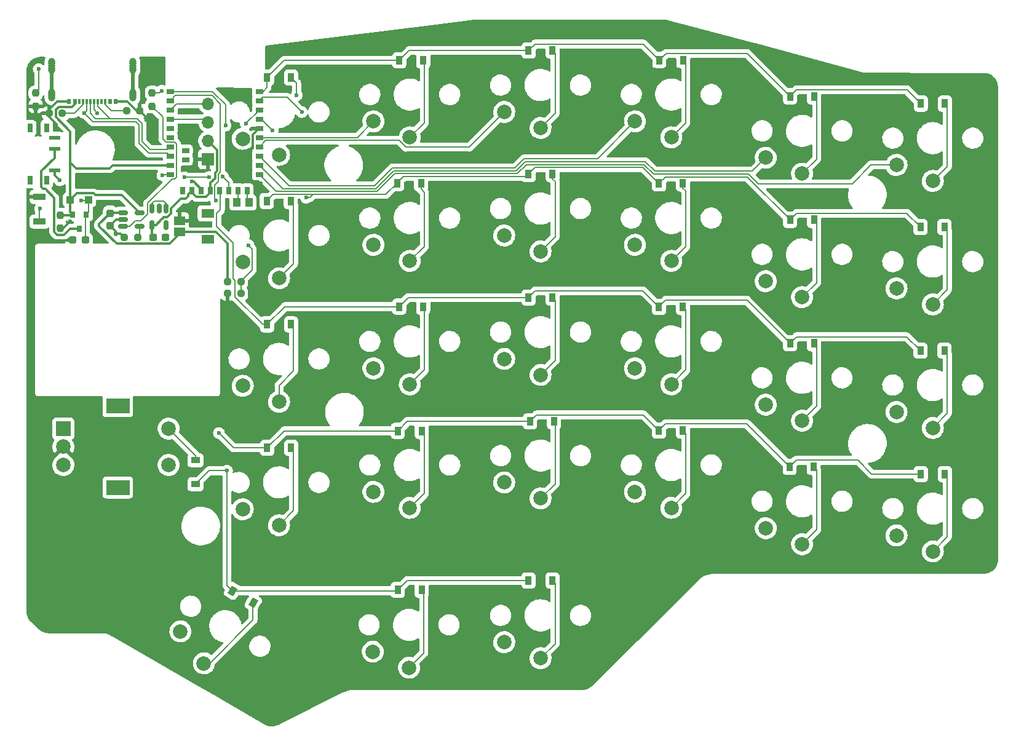
<source format=gbl>
G04 #@! TF.GenerationSoftware,KiCad,Pcbnew,(5.99.0-8557-g8988e46ab1)*
G04 #@! TF.CreationDate,2021-01-24T23:22:25-07:00*
G04 #@! TF.ProjectId,BlueSof,426c7565-536f-4662-9e6b-696361645f70,rev?*
G04 #@! TF.SameCoordinates,PX85099e0PY51bada0*
G04 #@! TF.FileFunction,Copper,L2,Bot*
G04 #@! TF.FilePolarity,Positive*
%FSLAX46Y46*%
G04 Gerber Fmt 4.6, Leading zero omitted, Abs format (unit mm)*
G04 Created by KiCad (PCBNEW (5.99.0-8557-g8988e46ab1)) date 2021-01-24 23:22:25*
%MOMM*%
%LPD*%
G01*
G04 APERTURE LIST*
G04 Aperture macros list*
%AMRoundRect*
0 Rectangle with rounded corners*
0 $1 Rounding radius*
0 $2 $3 $4 $5 $6 $7 $8 $9 X,Y pos of 4 corners*
0 Add a 4 corners polygon primitive as box body*
4,1,4,$2,$3,$4,$5,$6,$7,$8,$9,$2,$3,0*
0 Add four circle primitives for the rounded corners*
1,1,$1+$1,$2,$3*
1,1,$1+$1,$4,$5*
1,1,$1+$1,$6,$7*
1,1,$1+$1,$8,$9*
0 Add four rect primitives between the rounded corners*
20,1,$1+$1,$2,$3,$4,$5,0*
20,1,$1+$1,$4,$5,$6,$7,0*
20,1,$1+$1,$6,$7,$8,$9,0*
20,1,$1+$1,$8,$9,$2,$3,0*%
%AMRotRect*
0 Rectangle, with rotation*
0 The origin of the aperture is its center*
0 $1 length*
0 $2 width*
0 $3 Rotation angle, in degrees counterclockwise*
0 Add horizontal line*
21,1,$1,$2,0,0,$3*%
G04 Aperture macros list end*
G04 #@! TA.AperFunction,ComponentPad*
%ADD10C,2.000000*%
G04 #@! TD*
G04 #@! TA.AperFunction,ComponentPad*
%ADD11R,2.000000X2.000000*%
G04 #@! TD*
G04 #@! TA.AperFunction,ComponentPad*
%ADD12R,3.200000X2.000000*%
G04 #@! TD*
G04 #@! TA.AperFunction,SMDPad,CuDef*
%ADD13R,0.900000X1.200000*%
G04 #@! TD*
G04 #@! TA.AperFunction,SMDPad,CuDef*
%ADD14RotRect,0.900000X1.200000X330.000000*%
G04 #@! TD*
G04 #@! TA.AperFunction,SMDPad,CuDef*
%ADD15R,1.200000X0.900000*%
G04 #@! TD*
G04 #@! TA.AperFunction,SMDPad,CuDef*
%ADD16RoundRect,0.237500X-0.300000X-0.237500X0.300000X-0.237500X0.300000X0.237500X-0.300000X0.237500X0*%
G04 #@! TD*
G04 #@! TA.AperFunction,SMDPad,CuDef*
%ADD17RoundRect,0.237500X-0.237500X0.300000X-0.237500X-0.300000X0.237500X-0.300000X0.237500X0.300000X0*%
G04 #@! TD*
G04 #@! TA.AperFunction,SMDPad,CuDef*
%ADD18RoundRect,0.237500X0.300000X0.237500X-0.300000X0.237500X-0.300000X-0.237500X0.300000X-0.237500X0*%
G04 #@! TD*
G04 #@! TA.AperFunction,SMDPad,CuDef*
%ADD19R,0.540000X0.800000*%
G04 #@! TD*
G04 #@! TA.AperFunction,SMDPad,CuDef*
%ADD20R,0.300000X0.800000*%
G04 #@! TD*
G04 #@! TA.AperFunction,ComponentPad*
%ADD21C,1.000000*%
G04 #@! TD*
G04 #@! TA.AperFunction,ComponentPad*
%ADD22R,1.700000X1.700000*%
G04 #@! TD*
G04 #@! TA.AperFunction,ComponentPad*
%ADD23O,1.700000X1.700000*%
G04 #@! TD*
G04 #@! TA.AperFunction,SMDPad,CuDef*
%ADD24R,0.800000X0.900000*%
G04 #@! TD*
G04 #@! TA.AperFunction,SMDPad,CuDef*
%ADD25RoundRect,0.237500X0.250000X0.237500X-0.250000X0.237500X-0.250000X-0.237500X0.250000X-0.237500X0*%
G04 #@! TD*
G04 #@! TA.AperFunction,SMDPad,CuDef*
%ADD26RoundRect,0.237500X-0.250000X-0.237500X0.250000X-0.237500X0.250000X0.237500X-0.250000X0.237500X0*%
G04 #@! TD*
G04 #@! TA.AperFunction,SMDPad,CuDef*
%ADD27RoundRect,0.237500X-0.237500X0.250000X-0.237500X-0.250000X0.237500X-0.250000X0.237500X0.250000X0*%
G04 #@! TD*
G04 #@! TA.AperFunction,SMDPad,CuDef*
%ADD28R,1.700000X0.900000*%
G04 #@! TD*
G04 #@! TA.AperFunction,SMDPad,CuDef*
%ADD29RoundRect,0.150000X-0.512500X-0.150000X0.512500X-0.150000X0.512500X0.150000X-0.512500X0.150000X0*%
G04 #@! TD*
G04 #@! TA.AperFunction,SMDPad,CuDef*
%ADD30RoundRect,0.150000X-0.150000X0.512500X-0.150000X-0.512500X0.150000X-0.512500X0.150000X0.512500X0*%
G04 #@! TD*
G04 #@! TA.AperFunction,SMDPad,CuDef*
%ADD31R,1.050000X1.200000*%
G04 #@! TD*
G04 #@! TA.AperFunction,SMDPad,CuDef*
%ADD32R,1.000000X0.650000*%
G04 #@! TD*
G04 #@! TA.AperFunction,SMDPad,CuDef*
%ADD33R,0.650000X1.000000*%
G04 #@! TD*
G04 #@! TA.AperFunction,ComponentPad*
%ADD34R,1.000000X0.650000*%
G04 #@! TD*
G04 #@! TA.AperFunction,SMDPad,CuDef*
%ADD35R,1.000000X1.000000*%
G04 #@! TD*
G04 #@! TA.AperFunction,ComponentPad*
%ADD36R,1.550000X1.200000*%
G04 #@! TD*
G04 #@! TA.AperFunction,SMDPad,CuDef*
%ADD37R,1.800000X1.200000*%
G04 #@! TD*
G04 #@! TA.AperFunction,SMDPad,CuDef*
%ADD38R,1.524000X0.600000*%
G04 #@! TD*
G04 #@! TA.AperFunction,SMDPad,CuDef*
%ADD39R,0.700000X1.200000*%
G04 #@! TD*
G04 #@! TA.AperFunction,ViaPad*
%ADD40C,0.600000*%
G04 #@! TD*
G04 #@! TA.AperFunction,Conductor*
%ADD41C,0.200000*%
G04 #@! TD*
G04 #@! TA.AperFunction,Conductor*
%ADD42C,0.300000*%
G04 #@! TD*
G04 #@! TA.AperFunction,Conductor*
%ADD43C,0.500000*%
G04 #@! TD*
G04 APERTURE END LIST*
D10*
X-23000000Y27900000D03*
X-18000000Y25700000D03*
X-5000000Y30300000D03*
X0Y28100000D03*
X31000000Y30300000D03*
X36000000Y28100000D03*
X49000000Y25300000D03*
X54000000Y23100000D03*
X67000000Y24300000D03*
X72000000Y22100000D03*
X-23000000Y10900000D03*
X-18000000Y8700000D03*
X-5000000Y13300000D03*
X0Y11100000D03*
X13000000Y14600000D03*
X18000000Y12400000D03*
X31000000Y13300000D03*
X36000000Y11100000D03*
X67000000Y7300000D03*
X72000000Y5100000D03*
X-5000000Y-3700000D03*
X0Y-5900000D03*
X13000000Y-2400000D03*
X18000000Y-4600000D03*
X31000000Y-3700000D03*
X36000000Y-5900000D03*
X49000000Y-8700000D03*
X54000000Y-10900000D03*
X-23000000Y-23100000D03*
X-18000000Y-25300000D03*
X13000000Y-19400000D03*
X18000000Y-21600000D03*
X31000000Y-20700000D03*
X36000000Y-22900000D03*
X49000000Y-25700000D03*
X54000000Y-27900000D03*
X67000000Y-26700000D03*
X72000000Y-28900000D03*
X-23000000Y-6100000D03*
X-18000000Y-8300000D03*
X49000000Y8300000D03*
X54000000Y6100000D03*
X67000000Y-9700000D03*
X72000000Y-11900000D03*
X13000000Y-41400000D03*
X18000000Y-43600000D03*
X13000000Y31600000D03*
X18000000Y29400000D03*
X-5000000Y-20700000D03*
X0Y-22900000D03*
X-31580127Y-39904294D03*
X-28350000Y-44309550D03*
D11*
X-47700000Y-12000000D03*
D10*
X-47700000Y-17000000D03*
X-47700000Y-14500000D03*
D12*
X-40200000Y-8900000D03*
X-40200000Y-20100000D03*
D10*
X-33200000Y-17000000D03*
X-33200000Y-12000000D03*
X-5100000Y-42700000D03*
X-100000Y-44900000D03*
D13*
X-1450000Y38700000D03*
X1850000Y38700000D03*
X16350000Y40050000D03*
X19650000Y40050000D03*
X34350000Y38750000D03*
X37650000Y38750000D03*
X52350000Y33750000D03*
X55650000Y33750000D03*
X70350000Y32750000D03*
X73650000Y32750000D03*
X-19700000Y19350000D03*
X-16400000Y19350000D03*
X-1750000Y21800000D03*
X1550000Y21800000D03*
X16350000Y23050000D03*
X19650000Y23050000D03*
X34300000Y21750000D03*
X37600000Y21750000D03*
X52350000Y16750000D03*
X55650000Y16750000D03*
X70300000Y15750000D03*
X73600000Y15750000D03*
X-1450000Y4800000D03*
X1850000Y4800000D03*
X16350000Y6050000D03*
X19650000Y6050000D03*
X34300000Y4750000D03*
X37600000Y4750000D03*
X52350000Y-250000D03*
X55650000Y-250000D03*
X70300000Y-1250000D03*
X73600000Y-1250000D03*
X-19650000Y-14650000D03*
X-16350000Y-14650000D03*
X-1650000Y-12300000D03*
X1650000Y-12300000D03*
X16550000Y-11000000D03*
X19850000Y-11000000D03*
X34300000Y-12250000D03*
X37600000Y-12250000D03*
X52300000Y-17250000D03*
X55600000Y-17250000D03*
X70350000Y-18250000D03*
X73650000Y-18250000D03*
X-19650000Y2350000D03*
X-16350000Y2350000D03*
X-1650000Y-34200000D03*
X1650000Y-34200000D03*
D14*
X-24401185Y-34325000D03*
X-21543301Y-35975000D03*
D15*
X-29500000Y-19649999D03*
X-29500000Y-16349999D03*
D13*
X-19650000Y36350000D03*
X-16350000Y36350000D03*
X16350000Y-32900000D03*
X19650000Y-32900000D03*
D16*
X-35337500Y14300000D03*
X-33612500Y14300000D03*
D17*
X-41275000Y17662500D03*
X-41275000Y15937500D03*
D18*
X-44675000Y14000000D03*
X-46400000Y14000000D03*
D19*
X-40500000Y33025000D03*
X-46900000Y33025000D03*
X-46100000Y33025000D03*
X-41300000Y33025000D03*
D20*
X-44950000Y33025000D03*
X-43950000Y33025000D03*
X-43450000Y33025000D03*
X-42450000Y33025000D03*
X-41950000Y33025000D03*
X-42950000Y33025000D03*
X-44450000Y33025000D03*
X-45458000Y33025000D03*
D21*
X-49275300Y37319900D03*
X-38124700Y37332600D03*
X-49275600Y34306000D03*
X-38124700Y33789300D03*
X-38125000Y33544000D03*
X-49275000Y38539100D03*
X-38124700Y37967600D03*
X-49275600Y34043300D03*
X-38125000Y34306000D03*
X-49275300Y38259700D03*
X-49275300Y33789300D03*
X-38124400Y38551800D03*
X-49275600Y33544000D03*
X-38124700Y38272400D03*
X-38125000Y34043300D03*
X-38124700Y37624700D03*
X-49275300Y37954900D03*
X-49275300Y37612000D03*
D22*
X-27775000Y25100000D03*
D23*
X-27775000Y27640000D03*
X-27775000Y30180000D03*
X-27775000Y32720000D03*
D24*
X-46450000Y17500000D03*
X-44550000Y17500000D03*
X-45500000Y15500000D03*
D25*
X-37462500Y14300000D03*
X-39287500Y14300000D03*
D26*
X-25087500Y8200000D03*
X-23262500Y8200000D03*
D25*
X-23262500Y6600000D03*
X-25087500Y6600000D03*
X-47825000Y31400000D03*
X-49650000Y31400000D03*
D26*
X-38987500Y31750000D03*
X-37162500Y31750000D03*
D27*
X-48075000Y17412500D03*
X-48075000Y15587500D03*
D28*
X-50975000Y16500000D03*
X-50975000Y19900000D03*
D29*
X-39512500Y15850000D03*
X-39512500Y16800000D03*
X-39512500Y17750000D03*
X-37237500Y17750000D03*
X-37237500Y15850000D03*
D30*
X-35475000Y18337500D03*
X-34525000Y18337500D03*
X-33575000Y18337500D03*
X-33575000Y16062500D03*
X-35475000Y16062500D03*
D31*
X-23814045Y19137500D03*
X-22164045Y19137500D03*
D27*
X-51500000Y34212500D03*
X-51500000Y32387500D03*
D32*
X-20720045Y34430000D03*
X-20720045Y33160000D03*
X-20720045Y31890000D03*
X-20720045Y30620000D03*
X-20720045Y29350000D03*
X-20720045Y28080000D03*
X-20720045Y26810000D03*
X-20720045Y25540000D03*
X-20720045Y24270000D03*
X-20720045Y23000000D03*
D33*
X-22369045Y20781000D03*
X-23639045Y20781000D03*
X-24909045Y20781000D03*
X-26179045Y20781000D03*
X-27449045Y20781000D03*
X-28719045Y20781000D03*
X-29989045Y20781000D03*
X-31259045Y20781000D03*
D32*
X-32958045Y23000000D03*
X-32958045Y24270000D03*
D34*
X-30880045Y25032000D03*
D32*
X-32958045Y25540000D03*
D34*
X-30880045Y26302000D03*
D32*
X-32958045Y26810000D03*
X-32958045Y28080000D03*
X-32958045Y29350000D03*
X-32958045Y30620000D03*
X-32958045Y31890000D03*
X-32958045Y33160000D03*
X-32958045Y34430000D03*
D35*
X-44225000Y19500000D03*
X-46725000Y19500000D03*
D27*
X-35475000Y34212500D03*
X-35475000Y32387500D03*
D36*
X-31675000Y16650000D03*
X-31675000Y15050000D03*
D37*
X-27800000Y17650000D03*
X-27800000Y14050000D03*
D38*
X-48875000Y23550000D03*
X-48875000Y26550000D03*
X-48875000Y28050000D03*
D39*
X-52275000Y22200000D03*
X-52275000Y29400000D03*
X-49975000Y29400000D03*
X-49975000Y22200000D03*
D40*
X-25374990Y29741001D03*
X-25175000Y-17800000D03*
X-14275000Y19800000D03*
X-14875000Y31600000D03*
X-26275000Y-12600000D03*
X-26675728Y19374272D03*
X-47475000Y-33200000D03*
X-23475000Y-13200000D03*
X-37475000Y25800000D03*
X62525000Y28800000D03*
X-16475000Y-42200000D03*
X-48250000Y20750000D03*
X-45000000Y29750000D03*
X-36250000Y30500000D03*
X75525000Y27800000D03*
X-48600000Y29450000D03*
X79525000Y10800000D03*
X-14475000Y14800000D03*
X-29700000Y-8650000D03*
X-23475000Y24800000D03*
X-20475000Y21800000D03*
X43525000Y-200000D03*
X-46750000Y16500000D03*
X3525000Y35800000D03*
X7525000Y-17200000D03*
X-10475000Y-2200000D03*
X26525000Y21800000D03*
X-21900000Y15850000D03*
X79525000Y-6200000D03*
X-9475000Y35800000D03*
X25525000Y-37200000D03*
X-37475000Y20800000D03*
X-23475000Y-200000D03*
X-50475000Y-9200000D03*
X79525000Y-23200000D03*
X-41475000Y-24200000D03*
X26525000Y35800000D03*
X61525000Y-22200000D03*
X7525000Y-39200000D03*
X40525000Y35800000D03*
X-30000000Y22000000D03*
X-51475000Y13800000D03*
X-23475000Y-17200000D03*
X25525000Y800000D03*
X25525000Y-16200000D03*
X44525000Y16800000D03*
X62525000Y-5200000D03*
X-33750000Y14250000D03*
X-34475000Y-36200000D03*
X-16475000Y23800000D03*
X-34500000Y18250000D03*
X-42250000Y19250000D03*
X53000000Y19250000D03*
X7525000Y-200000D03*
X-35475000Y37800000D03*
X26525000Y17800000D03*
X56500000Y19250000D03*
X-44475000Y-11200000D03*
X-23500000Y34000000D03*
X61525000Y11800000D03*
X14525000Y35800000D03*
X43525000Y-17200000D03*
X-43000000Y14000000D03*
X-9475000Y-19200000D03*
X-30500000Y31750000D03*
X7525000Y16800000D03*
X-12475000Y24800000D03*
X-40475000Y14800000D03*
X-18875000Y29100000D03*
X-48175000Y22200000D03*
X-45275000Y19400000D03*
X-35475000Y18337500D03*
X-46075000Y33000000D03*
X-41275000Y33000000D03*
X-34175000Y34500000D03*
X-51075000Y37500000D03*
X-22575000Y30000000D03*
X-22200000Y13250000D03*
X-34050424Y22899990D03*
X-50875000Y18300000D03*
X-23750000Y19073455D03*
X-22100000Y19150000D03*
X-25750022Y22730456D03*
X-30975000Y22600000D03*
X-27634983Y22629981D03*
X-15575000Y33900000D03*
X-44800000Y31450000D03*
X-43000000Y31450000D03*
D41*
X-27205000Y34430000D02*
X-25374990Y32599990D01*
X-25175000Y-33551185D02*
X-25175000Y-17800000D01*
X-32958045Y34430000D02*
X-27205000Y34430000D01*
X-25374990Y32599990D02*
X-25374990Y29741001D01*
X-25175000Y-17800000D02*
X-27650001Y-17800000D01*
X-24401185Y-34325000D02*
X-25175000Y-33551185D01*
X-350000Y-32900000D02*
X16350000Y-32900000D01*
X-1650000Y-34200000D02*
X-350000Y-32900000D01*
X-27650001Y-17800000D02*
X-29500000Y-19649999D01*
X-24401185Y-34325000D02*
X-1775000Y-34325000D01*
X-100000Y40050000D02*
X-1450000Y38700000D01*
X46449999Y39650001D02*
X35250001Y39650001D01*
X17250001Y40950001D02*
X16350000Y40050000D01*
X-20720045Y34430000D02*
X-20217607Y34430000D01*
X53250001Y34650001D02*
X68449999Y34650001D01*
X70350000Y32750000D02*
X68449999Y34650001D01*
X52350000Y33750000D02*
X46449999Y39650001D01*
X-20217607Y34430000D02*
X-19650000Y34997607D01*
X52350000Y33750000D02*
X53250001Y34650001D01*
X-17300000Y38700000D02*
X-19650000Y36350000D01*
X35250001Y39650001D02*
X34350000Y38750000D01*
X32149999Y40950001D02*
X17250001Y40950001D01*
X16350000Y40050000D02*
X-100000Y40050000D01*
X-1450000Y38700000D02*
X-17300000Y38700000D01*
X34350000Y38750000D02*
X32149999Y40950001D01*
X-19650000Y34997607D02*
X-19650000Y36350000D01*
X2000001Y20524999D02*
X1550000Y20975000D01*
X2000001Y13100001D02*
X2000001Y20524999D01*
X0Y11100000D02*
X2000001Y13100001D01*
X1550000Y20975000D02*
X1550000Y21800000D01*
X-13325001Y20250001D02*
X-3299999Y20250001D01*
X34300000Y21750000D02*
X35200001Y22650001D01*
X17250001Y23950001D02*
X32099999Y23950001D01*
X-18799999Y20250001D02*
X-13325001Y20250001D01*
X46449999Y22650001D02*
X52350000Y16750000D01*
X-849999Y22700001D02*
X16000001Y22700001D01*
X52350000Y16750000D02*
X53250001Y17650001D01*
X35200001Y22650001D02*
X46449999Y22650001D01*
X-20280044Y33600001D02*
X-16875001Y33600001D01*
X53250001Y17650001D02*
X68399999Y17650001D01*
X-14275000Y19800000D02*
X-14324999Y19849999D01*
X-14275000Y19800000D02*
X-13775002Y19800000D01*
X-3299999Y20250001D02*
X-1750000Y21800000D01*
X-13775002Y19800000D02*
X-13325001Y20250001D01*
X-1750000Y21800000D02*
X-849999Y22700001D01*
X-19700000Y19350000D02*
X-18799999Y20250001D01*
X68399999Y17650001D02*
X70300000Y15750000D01*
X-20720045Y33160000D02*
X-20280044Y33600001D01*
X32099999Y23950001D02*
X34300000Y21750000D01*
X-16875001Y33600001D02*
X-14875000Y31600000D01*
X17250001Y23950001D02*
X16350000Y23050000D01*
X38000001Y-3899999D02*
X38000001Y4349999D01*
X36000000Y-5900000D02*
X38000001Y-3899999D01*
X38000001Y4349999D02*
X37600000Y4750000D01*
X-26075727Y18096929D02*
X-26575000Y17597656D01*
X35200001Y5650001D02*
X46449999Y5650001D01*
X-24300001Y8660157D02*
X-24050010Y8410166D01*
X16350000Y6050000D02*
X17250001Y6950001D01*
X-26575000Y15824998D02*
X-24300001Y13549999D01*
X-20260154Y2350000D02*
X-19650000Y2350000D01*
X-24050010Y6139856D02*
X-20260154Y2350000D01*
X17250001Y6950001D02*
X32099999Y6950001D01*
X52350000Y-250000D02*
X53250001Y650001D01*
X32099999Y6950001D02*
X34300000Y4750000D01*
X53250001Y650001D02*
X68399999Y650001D01*
X34300000Y4750000D02*
X35200001Y5650001D01*
X-1450000Y4800000D02*
X-200000Y6050000D01*
X-26179045Y20781000D02*
X-26075727Y20677682D01*
X-19650000Y2350000D02*
X-17200000Y4800000D01*
X-17200000Y4800000D02*
X-1450000Y4800000D01*
X46449999Y5650001D02*
X52350000Y-250000D01*
X-24050010Y8410166D02*
X-24050010Y6139856D01*
X-200000Y6050000D02*
X16350000Y6050000D01*
X-26575000Y17597656D02*
X-26575000Y15824998D01*
X-26075727Y20677682D02*
X-26075727Y18096929D01*
X-24300001Y13549999D02*
X-24300001Y8660157D01*
X68399999Y650001D02*
X70300000Y-1250000D01*
X74000001Y24100001D02*
X72000000Y22100000D01*
X74000001Y32399999D02*
X74000001Y24100001D01*
X-26824044Y19522588D02*
X-26675728Y19374272D01*
X-350000Y-11000000D02*
X16550000Y-11000000D01*
X-26350023Y23018457D02*
X-26350023Y21995022D01*
X-1650000Y-12300000D02*
X-350000Y-11000000D01*
X-19650000Y-14650000D02*
X-17300000Y-12300000D01*
X17450001Y-10099999D02*
X32149999Y-10099999D01*
X16550000Y-11000000D02*
X17450001Y-10099999D01*
X-26350023Y21995022D02*
X-26824044Y21521001D01*
X-17300000Y-12300000D02*
X-1650000Y-12300000D01*
X-26824044Y21521001D02*
X-26824044Y19522588D01*
X34300000Y-12250000D02*
X35200001Y-11349999D01*
X35200001Y-11349999D02*
X46399999Y-11349999D01*
X-26062528Y23305952D02*
X-26350023Y23018457D01*
X-26062528Y32709530D02*
X-26062528Y23305952D01*
X63598998Y-18250000D02*
X70350000Y-18250000D01*
X-24225000Y-14650000D02*
X-26275000Y-12600000D01*
X61698997Y-16349999D02*
X63598998Y-18250000D01*
X-32248044Y33870001D02*
X-27222999Y33870001D01*
X46399999Y-11349999D02*
X52300000Y-17250000D01*
X52300000Y-17250000D02*
X53200001Y-16349999D01*
X-32958045Y33160000D02*
X-32248044Y33870001D01*
X-27222999Y33870001D02*
X-26062528Y32709530D01*
X53200001Y-16349999D02*
X61698997Y-16349999D01*
X32149999Y-10099999D02*
X34300000Y-12250000D01*
X-19650000Y-14650000D02*
X-24225000Y-14650000D01*
X-15999999Y10700001D02*
X-18000000Y8700000D01*
X-15999999Y18949999D02*
X-15999999Y10700001D01*
X-16400000Y19350000D02*
X-15999999Y18949999D01*
X54000000Y-10900000D02*
X56000001Y-8899999D01*
X56000001Y-8899999D02*
X56000001Y-600001D01*
X18000000Y12400000D02*
X20000001Y14400001D01*
X20000001Y14400001D02*
X20000001Y22024999D01*
X19650000Y22375000D02*
X19650000Y23050000D01*
X20000001Y22024999D02*
X19650000Y22375000D01*
X36000000Y11100000D02*
X38000001Y13100001D01*
X38000001Y20724999D02*
X37600000Y21125000D01*
X38000001Y13100001D02*
X38000001Y20724999D01*
X37600000Y21125000D02*
X37600000Y21750000D01*
X56000001Y8100001D02*
X56000001Y16399999D01*
X54000000Y6100000D02*
X56000001Y8100001D01*
X73600000Y15750000D02*
X74000001Y15349999D01*
X74000001Y15349999D02*
X74000001Y7100001D01*
X74000001Y7100001D02*
X72000000Y5100000D01*
X-18000000Y-6049998D02*
X-15999999Y-4049997D01*
X-18000000Y-8300000D02*
X-18000000Y-6049998D01*
X-15999999Y-4049997D02*
X-15999999Y1999999D01*
X2000001Y-3899999D02*
X2000001Y4649999D01*
X0Y-5900000D02*
X2000001Y-3899999D01*
X20000001Y-2599999D02*
X20000001Y5699999D01*
X18000000Y-4600000D02*
X20000001Y-2599999D01*
X-18000000Y-25300000D02*
X-15999999Y-23299999D01*
X-15999999Y-23299999D02*
X-15999999Y-15000001D01*
X2000001Y-20899999D02*
X2000001Y-12650001D01*
X0Y-22900000D02*
X2000001Y-20899999D01*
X74000001Y-1650001D02*
X74000001Y-9899999D01*
X74000001Y-9899999D02*
X72000000Y-11900000D01*
X73600000Y-1250000D02*
X74000001Y-1650001D01*
X18000000Y-21600000D02*
X20000001Y-19599999D01*
X20000001Y-19599999D02*
X20000001Y-11150001D01*
X74000001Y-26899999D02*
X72000000Y-28900000D01*
X74000001Y-18600001D02*
X74000001Y-26899999D01*
X18000000Y-43600000D02*
X20000001Y-41599999D01*
X20000001Y-41599999D02*
X20000001Y-33250001D01*
D42*
X-36250000Y30837500D02*
X-37162500Y31750000D01*
X-21649999Y28470038D02*
X-21649999Y26625001D01*
X-40475000Y14800000D02*
X-40475000Y15137500D01*
X-36250000Y30500000D02*
X-36250000Y30837500D01*
X-48075000Y15587500D02*
X-47662500Y15587500D01*
X-49650000Y31911583D02*
X-49650000Y31400000D01*
X-28719045Y20966002D02*
X-29753043Y22000000D01*
X-39787500Y14800000D02*
X-39287500Y14300000D01*
X-39512500Y16800000D02*
X-40412500Y16800000D01*
X-37600000Y31750000D02*
X-37162500Y31750000D01*
X-46900000Y33025000D02*
X-48536583Y33025000D01*
X-40500000Y33025000D02*
X-38875000Y33025000D01*
X-49650000Y31400000D02*
X-49650000Y30925000D01*
X-49650000Y30925000D02*
X-48600000Y29875000D01*
X-21649999Y26625001D02*
X-23475000Y24800000D01*
X-40412500Y16800000D02*
X-41275000Y15937500D01*
X-20770037Y29350000D02*
X-21649999Y28470038D01*
X-29753043Y22000000D02*
X-30000000Y22000000D01*
X-40475000Y14800000D02*
X-39787500Y14800000D01*
X-40475000Y15137500D02*
X-41275000Y15937500D01*
X-38875000Y33025000D02*
X-37600000Y31750000D01*
X-47662500Y15587500D02*
X-46750000Y16500000D01*
X-48600000Y29875000D02*
X-48600000Y29450000D01*
X-48536583Y33025000D02*
X-49650000Y31911583D01*
D41*
X32265688Y24350011D02*
X33570349Y23045349D01*
X47965699Y21700000D02*
X60898998Y21700000D01*
X46615688Y23050011D02*
X47965699Y21700000D01*
X-2040012Y23099990D02*
X-1015709Y23099990D01*
X-1015688Y23100011D02*
X14810009Y23100011D01*
X33570349Y23045349D02*
X33575011Y23050011D01*
X33575011Y23050011D02*
X46615688Y23050011D01*
X-1015709Y23099990D02*
X-1015688Y23100011D01*
X-20720045Y23000000D02*
X-18370056Y20650011D01*
X63498998Y24300000D02*
X67000000Y24300000D01*
X16060008Y24350011D02*
X32265688Y24350011D01*
X-18370056Y20650011D02*
X-4489991Y20650011D01*
X-4489991Y20650011D02*
X-2040012Y23099990D01*
X60898998Y21700000D02*
X63498998Y24300000D01*
X14810009Y23100011D02*
X16060008Y24350011D01*
X-4655681Y21050021D02*
X-2205702Y23500000D01*
X15894320Y24750021D02*
X32431377Y24750021D01*
X-2205702Y23500000D02*
X-1181398Y23500000D01*
X-1181398Y23500000D02*
X-1181377Y23500021D01*
X47162500Y23462500D02*
X49000000Y25300000D01*
X-1181377Y23500021D02*
X14644319Y23500021D01*
X32431377Y24750021D02*
X33731377Y23450021D01*
X33731377Y23450021D02*
X47150021Y23450021D01*
X-17500066Y21050021D02*
X-4655681Y21050021D01*
X47150021Y23450021D02*
X47162500Y23462500D01*
X-20720045Y24270000D02*
X-17500066Y21050021D01*
X14644319Y23500021D02*
X15894320Y24750021D01*
X14478631Y23900031D02*
X15728631Y25150031D01*
X-4821369Y21450031D02*
X-2371391Y23900010D01*
X-1347087Y23900010D02*
X-1347066Y23900031D01*
X-16625031Y21450031D02*
X-4821369Y21450031D01*
X-2371391Y23900010D02*
X-1347087Y23900010D01*
X-20715000Y25540000D02*
X-16625031Y21450031D01*
X-1347066Y23900031D02*
X14478631Y23900031D01*
X25850031Y25150031D02*
X31000000Y30300000D01*
X15728631Y25150031D02*
X25850031Y25150031D01*
X-1429990Y27679990D02*
X-19850055Y27679990D01*
X-20720045Y26810000D02*
X-19850055Y27679990D01*
X-500000Y26750000D02*
X8150000Y26750000D01*
X-500000Y26750000D02*
X-1429990Y27679990D01*
X8150000Y26750000D02*
X13000000Y31600000D01*
X-7220000Y28080000D02*
X-5000000Y30300000D01*
X-20720045Y28080000D02*
X-7220000Y28080000D01*
X-20395000Y30620000D02*
X-18875000Y29100000D01*
D42*
X-29994000Y20781000D02*
X-30534044Y20240956D01*
X-33874990Y17125010D02*
X-33924990Y17075010D01*
X-34937500Y16062500D02*
X-35475000Y16062500D01*
X-29364046Y19880999D02*
X-28074044Y19880999D01*
X-32874990Y17597178D02*
X-33347158Y17125010D01*
X-33932112Y17075010D02*
X-34225010Y16782112D01*
X-32874990Y18315710D02*
X-32874990Y17597178D01*
X-34225010Y16782112D02*
X-34225010Y16774990D01*
X-26524999Y26389999D02*
X-26524999Y23479891D01*
X-27775000Y27640000D02*
X-26524999Y26389999D01*
X-34225010Y16774990D02*
X-34937500Y16062500D01*
X-26524999Y23479891D02*
X-26800034Y23204857D01*
X-31540690Y19650010D02*
X-32874990Y18315710D01*
X-30534044Y19960999D02*
X-30845033Y19650010D01*
X-30534044Y20240956D02*
X-30534044Y19960999D01*
X-26800034Y23204857D02*
X-26800034Y22474966D01*
X-33347158Y17125010D02*
X-33874990Y17125010D01*
X-28074044Y19880999D02*
X-27449045Y20505998D01*
X-35475000Y16062500D02*
X-35475000Y14437500D01*
X-27449045Y21825955D02*
X-27449045Y20781000D01*
X-30845033Y19650010D02*
X-31540690Y19650010D01*
X-29989045Y20505998D02*
X-29364046Y19880999D01*
X-33924990Y17075010D02*
X-33932112Y17075010D01*
X-26800034Y22474966D02*
X-27449045Y21825955D01*
X-25087500Y13467520D02*
X-26669980Y15050000D01*
X-42775000Y15887500D02*
X-40362480Y13474980D01*
X-39512500Y17750000D02*
X-41187500Y17750000D01*
X-25087500Y8200000D02*
X-25087500Y13467520D01*
X-31675000Y14869120D02*
X-31675000Y15050000D01*
X-42775000Y16162500D02*
X-42775000Y15887500D01*
X-40362480Y13474980D02*
X-33069140Y13474980D01*
X-26669980Y15050000D02*
X-31675000Y15050000D01*
X-33069140Y13474980D02*
X-31675000Y14869120D01*
X-48875000Y22900000D02*
X-48175000Y22200000D01*
X-48875000Y23550000D02*
X-48875000Y22900000D01*
X-41275000Y17662500D02*
X-42775000Y16162500D01*
D41*
X-35124990Y19350010D02*
X-33925010Y19350010D01*
X-35475000Y19000000D02*
X-35124990Y19350010D01*
X-44325000Y19400000D02*
X-45275000Y19400000D01*
X-33925010Y19350010D02*
X-33575000Y19000000D01*
X-44225000Y17825000D02*
X-44550000Y17500000D01*
X-33575000Y19000000D02*
X-33575000Y18337500D01*
X-44225000Y19500000D02*
X-44225000Y17825000D01*
X-44675000Y14000000D02*
X-44675000Y17375000D01*
X-35475000Y18337500D02*
X-35475000Y19000000D01*
X-29500000Y-15700000D02*
X-33200000Y-12000000D01*
X-29500000Y-16349999D02*
X-29500000Y-15700000D01*
D42*
X-48712510Y30898434D02*
X-46725000Y28910924D01*
X-43559310Y20400010D02*
X-45824990Y20400010D01*
X-48314076Y32300000D02*
X-46530720Y32300000D01*
X-40894076Y24270000D02*
X-32958045Y24270000D01*
X-46100000Y32730720D02*
X-46100000Y33025000D01*
X-41314077Y23849999D02*
X-45924999Y23849999D01*
X-46725000Y28910924D02*
X-46725000Y24650000D01*
X-39653190Y20165690D02*
X-43324990Y20165690D01*
X-46530720Y32300000D02*
X-46100000Y32730720D01*
X-46725000Y17775000D02*
X-46450000Y17500000D01*
X-43324990Y20165690D02*
X-43559310Y20400010D01*
X-45924999Y23849999D02*
X-46725000Y24650000D01*
X-46725000Y24650000D02*
X-46725000Y19500000D01*
X-48712510Y31901566D02*
X-48314076Y32300000D01*
X-48712510Y30898434D02*
X-48712510Y31901566D01*
X-37237500Y17750000D02*
X-39653190Y20165690D01*
X-46725000Y19500000D02*
X-46725000Y17775000D01*
X-48075000Y17412500D02*
X-46537500Y17412500D01*
X-45824990Y20400010D02*
X-46725000Y19500000D01*
X-40894076Y24270000D02*
X-41314077Y23849999D01*
D41*
X-34462500Y34212500D02*
X-34175000Y34500000D01*
X-35475000Y34212500D02*
X-34462500Y34212500D01*
X-51075000Y37500000D02*
X-51075000Y34637500D01*
X-51075000Y34637500D02*
X-51500000Y34212500D01*
X-44950000Y32629432D02*
X-46179432Y31400000D01*
X-46179432Y31400000D02*
X-47825000Y31400000D01*
X-44950000Y33025000D02*
X-44950000Y32629432D01*
X-41950000Y33025000D02*
X-41950000Y32651432D01*
X-41950000Y32651432D02*
X-41048568Y31750000D01*
X-41048568Y31750000D02*
X-38987500Y31750000D01*
X-32128045Y32720000D02*
X-27775000Y32720000D01*
X-32958045Y31890000D02*
X-32128045Y32720000D01*
X-33562335Y27435010D02*
X-34000000Y27872675D01*
X-36075010Y19036402D02*
X-32736422Y22374990D01*
X-34000000Y30912500D02*
X-35475000Y32387500D01*
X-39512500Y15850000D02*
X-38536412Y15850000D01*
X-32736422Y22374990D02*
X-32333775Y22374990D01*
X-32108035Y22600730D02*
X-32108035Y27209270D01*
X-32108035Y27209270D02*
X-32333775Y27435010D01*
X-34000000Y27872675D02*
X-34000000Y30912500D01*
X-36075010Y17542866D02*
X-36075010Y19036402D01*
X-37017876Y16600000D02*
X-36075010Y17542866D01*
X-32333775Y22374990D02*
X-32108035Y22600730D01*
X-38536412Y15850000D02*
X-37786412Y16600000D01*
X-32333775Y27435010D02*
X-33562335Y27435010D01*
X-37786412Y16600000D02*
X-37017876Y16600000D01*
X-21699989Y9875011D02*
X-21699989Y12749989D01*
X-21699989Y12749989D02*
X-22200000Y13250000D01*
X-20720045Y31890000D02*
X-22575000Y30035045D01*
X-22575000Y30035045D02*
X-22575000Y30000000D01*
X-23262500Y6600000D02*
X-23262500Y8200000D01*
X-23262500Y8312500D02*
X-21699989Y9875011D01*
X-33950414Y23000000D02*
X-34050424Y22899990D01*
X-50975000Y16500000D02*
X-50975000Y18200000D01*
X-32958045Y23000000D02*
X-33950414Y23000000D01*
X-50975000Y18200000D02*
X-50875000Y18300000D01*
X-23639045Y20781000D02*
X-23639045Y19312500D01*
X-22000000Y19050000D02*
X-22100000Y19150000D01*
X-22369045Y20781000D02*
X-22369045Y19342500D01*
X-32958045Y30620000D02*
X-28215000Y30620000D01*
X-37237500Y15850000D02*
X-37237500Y14525000D01*
X-24909045Y21889479D02*
X-25750022Y22730456D01*
X-27664964Y22600000D02*
X-27634983Y22629981D01*
X-24909045Y20781000D02*
X-24909045Y21889479D01*
X-30975000Y22600000D02*
X-27664964Y22600000D01*
X-15575000Y35575000D02*
X-16350000Y36350000D01*
X-15575000Y33900000D02*
X-15575000Y35575000D01*
X0Y28100000D02*
X2000001Y30100001D01*
X2000001Y30100001D02*
X2000001Y38549999D01*
X18000000Y29400000D02*
X20000001Y31400001D01*
X20000001Y31400001D02*
X20000001Y39699999D01*
X36000000Y28100000D02*
X38000001Y30100001D01*
X38000001Y30100001D02*
X38000001Y38399999D01*
X56000001Y25100001D02*
X56000001Y33399999D01*
X54000000Y23100000D02*
X56000001Y25100001D01*
X38000001Y-12650001D02*
X37600000Y-12250000D01*
X36000000Y-22900000D02*
X38000001Y-20899999D01*
X38000001Y-20899999D02*
X38000001Y-12650001D01*
X56000001Y-17650001D02*
X55600000Y-17250000D01*
X54000000Y-27900000D02*
X56000001Y-25899999D01*
X56000001Y-25899999D02*
X56000001Y-17650001D01*
X-27549548Y-44309550D02*
X-21575000Y-38335002D01*
X-21575000Y-38335002D02*
X-21575000Y-36006699D01*
X1900001Y-42899999D02*
X1900001Y-34450001D01*
X-100000Y-44900000D02*
X1900001Y-42899999D01*
X-32958045Y26810000D02*
X-33368035Y26400010D01*
X-36849991Y29993201D02*
X-37556800Y30700010D01*
X-43950000Y31393200D02*
X-43950000Y31412998D01*
X-36850000Y27507397D02*
X-36850000Y29620390D01*
X-42950000Y32337002D02*
X-41350010Y30737012D01*
X-36850000Y29620390D02*
X-36849991Y29620399D01*
X-41350010Y30700010D02*
X-43256810Y30700010D01*
X-42950000Y33025000D02*
X-42950000Y32337002D01*
X-43950000Y31475000D02*
X-43950000Y33025000D01*
X-33368035Y26400010D02*
X-35742613Y26400010D01*
X-37556800Y30700010D02*
X-41350010Y30700010D01*
X-36849991Y29620399D02*
X-36849991Y29993201D01*
X-41350010Y30737012D02*
X-41350010Y30700010D01*
X-35742613Y26400010D02*
X-36850000Y27507397D01*
X-43256810Y30700010D02*
X-43950000Y31393200D01*
X-33368045Y25950000D02*
X-32958045Y25540000D01*
X-43450000Y33025000D02*
X-43450000Y32100000D01*
X-44800000Y31450000D02*
X-43600000Y30250000D01*
X-43000000Y31450000D02*
X-43450000Y31900000D01*
X-44450000Y33025000D02*
X-44450000Y31800000D01*
X-43600000Y30250000D02*
X-43200000Y30250000D01*
X-44450000Y31800000D02*
X-44800000Y31450000D01*
X-35929000Y25950000D02*
X-33368045Y25950000D01*
X-37300000Y27321000D02*
X-35929000Y25950000D01*
X-37300000Y29806800D02*
X-37300000Y27321000D01*
X-43450000Y32100000D02*
X-43450000Y31925000D01*
X-43443200Y30250000D02*
X-43200000Y30250000D01*
X-43200000Y30250000D02*
X-37743200Y30250000D01*
X-37743200Y30250000D02*
X-37300000Y29806800D01*
X-43450000Y31900000D02*
X-43450000Y32100000D01*
D42*
X-48576566Y14699990D02*
X-47573434Y14699990D01*
X-50175000Y21000000D02*
X-48950010Y19775010D01*
X-50725010Y21234320D02*
X-50490690Y21000000D01*
X-47573434Y14699990D02*
X-46773424Y15500000D01*
X-50490690Y21000000D02*
X-50175000Y21000000D01*
X-48875000Y25291998D02*
X-50725010Y23441988D01*
X-48950010Y15073434D02*
X-48576566Y14699990D01*
X-48950010Y19775010D02*
X-48950010Y15073434D01*
X-48875000Y26550000D02*
X-48875000Y25291998D01*
X-46773424Y15500000D02*
X-45500000Y15500000D01*
X-50725010Y23441988D02*
X-50725010Y21234320D01*
D43*
X-49275300Y37954900D02*
X-49275300Y34043600D01*
X-38124700Y37967600D02*
X-38124700Y33789300D01*
X-49275300Y34043600D02*
X-49275600Y34043300D01*
G04 #@! TA.AperFunction,Conductor*
G36*
X22487933Y44292000D02*
G01*
X35120351Y44292000D01*
X35139292Y44290568D01*
X35151134Y44288768D01*
X35163633Y44286867D01*
X35168494Y44286884D01*
X35168499Y44286884D01*
X35220356Y44287069D01*
X35277578Y44287274D01*
X35288401Y44286846D01*
X35399419Y44277658D01*
X35439420Y44274347D01*
X35450182Y44272987D01*
X35549229Y44256117D01*
X35560587Y44253639D01*
X47147855Y41158755D01*
X47581433Y41042949D01*
X62497933Y37058848D01*
X62509895Y37055004D01*
X62563292Y37034850D01*
X62568052Y37033853D01*
X62568056Y37033852D01*
X62663481Y37013868D01*
X62669213Y37012526D01*
X62689815Y37007196D01*
X62694661Y37006716D01*
X62697188Y37006267D01*
X62698533Y37006061D01*
X62698552Y37006197D01*
X62703004Y37005591D01*
X62707390Y37004672D01*
X62727821Y37003359D01*
X62732077Y37003011D01*
X62781842Y36998083D01*
X62865429Y36989806D01*
X62871269Y36989089D01*
X62887516Y36986710D01*
X62887519Y36986710D01*
X62892338Y36986004D01*
X62897205Y36986048D01*
X62899853Y36985867D01*
X62901135Y36985809D01*
X62901139Y36985950D01*
X62905614Y36985826D01*
X62910074Y36985385D01*
X62930514Y36986276D01*
X62934822Y36986389D01*
X62970487Y36986712D01*
X63035082Y36987296D01*
X63035089Y36987297D01*
X63039556Y36987337D01*
X63043975Y36988011D01*
X63043979Y36988011D01*
X63059621Y36990396D01*
X63078871Y36991835D01*
X64393419Y36989110D01*
X73506300Y36970222D01*
X79324904Y36958162D01*
X79347378Y36956094D01*
X79386642Y36948891D01*
X79406854Y36945183D01*
X79412698Y36943966D01*
X79470851Y36930409D01*
X79478603Y36928338D01*
X79522796Y36915009D01*
X79667441Y36871381D01*
X79675065Y36868813D01*
X79702231Y36858687D01*
X79712996Y36854674D01*
X79720419Y36851634D01*
X79900489Y36771064D01*
X79907715Y36767550D01*
X79922298Y36759872D01*
X79943540Y36748688D01*
X79950537Y36744713D01*
X80118832Y36641876D01*
X80125562Y36637463D01*
X80158706Y36614180D01*
X80165137Y36609348D01*
X80219013Y36566110D01*
X80318937Y36485916D01*
X80325051Y36480680D01*
X80354971Y36453350D01*
X80360737Y36447735D01*
X80438980Y36366513D01*
X80496731Y36306564D01*
X80497562Y36305701D01*
X80502959Y36299727D01*
X80529122Y36268842D01*
X80534126Y36262538D01*
X80580804Y36199705D01*
X80618850Y36148491D01*
X80651754Y36104198D01*
X80656345Y36097586D01*
X80678358Y36063620D01*
X80682517Y36056730D01*
X80779003Y35884698D01*
X80782714Y35877556D01*
X80800216Y35841069D01*
X80803462Y35833708D01*
X80866697Y35676921D01*
X80877243Y35650772D01*
X80880014Y35643213D01*
X80892726Y35604783D01*
X80895008Y35597066D01*
X80944869Y35406236D01*
X80946654Y35398387D01*
X80954362Y35358667D01*
X80955643Y35350721D01*
X80980783Y35155062D01*
X80981553Y35147049D01*
X80985362Y35087518D01*
X80985602Y35081528D01*
X80985954Y35059970D01*
X80987638Y34956726D01*
X80988345Y34952305D01*
X80990420Y34939327D01*
X80992000Y34919433D01*
X80992000Y-29917492D01*
X80990143Y-29939047D01*
X80987745Y-29952858D01*
X80985526Y-30079966D01*
X80985277Y-30085942D01*
X80980916Y-30152488D01*
X80980109Y-30160682D01*
X80964396Y-30280035D01*
X80954227Y-30357273D01*
X80952884Y-30365408D01*
X80944068Y-30409727D01*
X80942196Y-30417755D01*
X80890869Y-30609315D01*
X80888481Y-30617188D01*
X80873950Y-30659994D01*
X80871056Y-30667684D01*
X80795160Y-30850912D01*
X80791760Y-30858414D01*
X80771770Y-30898950D01*
X80767893Y-30906205D01*
X80728714Y-30974065D01*
X80668750Y-31077925D01*
X80664397Y-31084926D01*
X80639280Y-31122517D01*
X80634476Y-31129220D01*
X80513778Y-31286516D01*
X80508548Y-31292889D01*
X80478738Y-31326881D01*
X80473101Y-31332899D01*
X80332907Y-31473093D01*
X80326889Y-31478730D01*
X80292881Y-31508554D01*
X80286508Y-31513784D01*
X80129209Y-31634485D01*
X80122537Y-31639266D01*
X80084920Y-31664401D01*
X80077932Y-31668746D01*
X79906209Y-31767890D01*
X79898937Y-31771777D01*
X79858409Y-31791763D01*
X79850899Y-31795166D01*
X79759299Y-31833108D01*
X79675024Y-31868016D01*
X79667699Y-31871050D01*
X79659983Y-31873954D01*
X79617200Y-31888477D01*
X79609316Y-31890869D01*
X79417755Y-31942198D01*
X79409750Y-31944064D01*
X79365383Y-31952889D01*
X79357289Y-31954225D01*
X79239457Y-31969738D01*
X79160684Y-31980108D01*
X79152481Y-31980916D01*
X79133599Y-31982154D01*
X79085963Y-31985276D01*
X79079973Y-31985525D01*
X78956136Y-31987688D01*
X78939318Y-31990397D01*
X78919281Y-31992000D01*
X41931223Y-31992000D01*
X41913992Y-31990816D01*
X41910935Y-31990394D01*
X41882127Y-31986417D01*
X41877255Y-31986501D01*
X41877252Y-31986501D01*
X41688497Y-31989761D01*
X41683330Y-31989744D01*
X41660939Y-31989205D01*
X41656114Y-31989838D01*
X41655850Y-31989852D01*
X41651539Y-31990325D01*
X41650491Y-31990418D01*
X41646004Y-31990495D01*
X41633314Y-31992536D01*
X41625315Y-31993823D01*
X41621687Y-31994352D01*
X41297828Y-32036820D01*
X41294959Y-32037162D01*
X41271111Y-32039707D01*
X41266567Y-32040920D01*
X41265161Y-32041104D01*
X41255017Y-32043940D01*
X41250908Y-32045089D01*
X41249469Y-32045482D01*
X40917301Y-32134122D01*
X40914363Y-32134868D01*
X40891156Y-32140466D01*
X40886810Y-32142259D01*
X40885440Y-32142624D01*
X40871773Y-32148451D01*
X40870525Y-32148974D01*
X40646945Y-32241182D01*
X40552642Y-32280074D01*
X40549825Y-32281196D01*
X40532074Y-32288022D01*
X40532070Y-32288024D01*
X40527529Y-32289770D01*
X40523454Y-32292111D01*
X40522141Y-32292653D01*
X40519213Y-32294382D01*
X40519202Y-32294388D01*
X40509339Y-32300212D01*
X40508047Y-32300965D01*
X40442124Y-32338846D01*
X40220511Y-32466190D01*
X40210055Y-32472198D01*
X40207404Y-32473679D01*
X40190684Y-32482758D01*
X40190680Y-32482760D01*
X40186403Y-32485083D01*
X40182665Y-32487936D01*
X40181433Y-32488644D01*
X40178750Y-32490743D01*
X40169786Y-32497755D01*
X40168600Y-32498672D01*
X39908159Y-32697455D01*
X39902922Y-32701452D01*
X39898737Y-32704513D01*
X39880361Y-32717372D01*
X39876850Y-32720743D01*
X39876647Y-32720910D01*
X39873463Y-32723841D01*
X39872659Y-32724550D01*
X39869101Y-32727266D01*
X39854443Y-32742184D01*
X39851886Y-32744711D01*
X39710008Y-32880930D01*
X39707251Y-32884457D01*
X39687556Y-32909651D01*
X39677112Y-32921415D01*
X31360216Y-41187288D01*
X25154692Y-47354741D01*
X25138113Y-47368605D01*
X25130542Y-47373903D01*
X25130537Y-47373907D01*
X25126553Y-47376695D01*
X25034750Y-47464837D01*
X25030326Y-47468885D01*
X24980910Y-47511976D01*
X24974566Y-47517154D01*
X24817105Y-47637337D01*
X24810417Y-47642105D01*
X24773385Y-47666725D01*
X24766408Y-47671043D01*
X24594635Y-47769746D01*
X24587439Y-47773575D01*
X24547505Y-47793179D01*
X24540046Y-47796544D01*
X24356880Y-47872084D01*
X24349217Y-47874956D01*
X24328451Y-47881975D01*
X24307117Y-47889186D01*
X24299257Y-47891560D01*
X24107854Y-47942636D01*
X24099854Y-47944494D01*
X24056257Y-47953131D01*
X24048153Y-47954463D01*
X23851760Y-47980216D01*
X23843588Y-47981018D01*
X23778194Y-47985288D01*
X23772160Y-47985537D01*
X23727352Y-47986311D01*
X23648208Y-47987678D01*
X23643785Y-47988390D01*
X23643781Y-47988390D01*
X23631296Y-47990399D01*
X23611281Y-47991999D01*
X-7714123Y-47991999D01*
X-7732019Y-47990722D01*
X-7756074Y-47987270D01*
X-7756080Y-47987270D01*
X-7760893Y-47986579D01*
X-7765760Y-47986637D01*
X-7765762Y-47986637D01*
X-7933351Y-47988639D01*
X-7939642Y-47988557D01*
X-7955351Y-47987960D01*
X-7960216Y-47987775D01*
X-7965058Y-47988341D01*
X-7965233Y-47988348D01*
X-7970656Y-47988696D01*
X-7970650Y-47988767D01*
X-7975108Y-47989138D01*
X-7979592Y-47989192D01*
X-7984024Y-47989881D01*
X-7984027Y-47989881D01*
X-7999330Y-47992259D01*
X-8004026Y-47992899D01*
X-8130723Y-48007717D01*
X-8281362Y-48025335D01*
X-8286127Y-48025801D01*
X-8295043Y-48026502D01*
X-8309006Y-48027599D01*
X-8313741Y-48028722D01*
X-8313851Y-48028739D01*
X-8317962Y-48029616D01*
X-8322055Y-48030095D01*
X-8326383Y-48031240D01*
X-8326387Y-48031241D01*
X-8342324Y-48035458D01*
X-8345479Y-48036249D01*
X-8623626Y-48102215D01*
X-8628295Y-48103228D01*
X-8650807Y-48107671D01*
X-8655381Y-48109337D01*
X-8655488Y-48109367D01*
X-8659472Y-48110716D01*
X-8663478Y-48111666D01*
X-8682990Y-48119349D01*
X-8685944Y-48120469D01*
X-8949697Y-48216534D01*
X-8955623Y-48218526D01*
X-8975300Y-48224598D01*
X-8979678Y-48226733D01*
X-8979847Y-48226800D01*
X-8984842Y-48228921D01*
X-8984813Y-48228985D01*
X-8988902Y-48230813D01*
X-8993113Y-48232347D01*
X-8997065Y-48234463D01*
X-8997068Y-48234464D01*
X-9010745Y-48241785D01*
X-9014975Y-48243948D01*
X-9171880Y-48320475D01*
X-9199345Y-48339105D01*
X-9213484Y-48347405D01*
X-17977807Y-52752289D01*
X-17997576Y-52760210D01*
X-18007574Y-52763264D01*
X-18007581Y-52763267D01*
X-18012230Y-52764687D01*
X-18076845Y-52795976D01*
X-18128707Y-52821089D01*
X-18134104Y-52823547D01*
X-18180370Y-52843320D01*
X-18187623Y-52846158D01*
X-18372300Y-52911913D01*
X-18379716Y-52914298D01*
X-18412447Y-52923718D01*
X-18419996Y-52925640D01*
X-18455042Y-52933418D01*
X-18611415Y-52968121D01*
X-18619008Y-52969562D01*
X-18652657Y-52974873D01*
X-18660371Y-52975847D01*
X-18855552Y-52994391D01*
X-18863324Y-52994888D01*
X-18886385Y-52995647D01*
X-18897353Y-52996008D01*
X-18905132Y-52996023D01*
X-19101103Y-52990350D01*
X-19108876Y-52989884D01*
X-19125703Y-52988353D01*
X-19142760Y-52986800D01*
X-19150491Y-52985855D01*
X-19265828Y-52968117D01*
X-19344286Y-52956050D01*
X-19351919Y-52954634D01*
X-19385193Y-52947387D01*
X-19392744Y-52945496D01*
X-19581357Y-52892021D01*
X-19588782Y-52889665D01*
X-19620903Y-52878371D01*
X-19628168Y-52875562D01*
X-19721038Y-52836305D01*
X-19808764Y-52799221D01*
X-19815823Y-52795976D01*
X-19843718Y-52782094D01*
X-19860868Y-52773559D01*
X-19866112Y-52770793D01*
X-19972354Y-52711528D01*
X-19972357Y-52711527D01*
X-19976266Y-52709346D01*
X-19980444Y-52707742D01*
X-19980448Y-52707740D01*
X-19993458Y-52702745D01*
X-20011296Y-52694236D01*
X-26106333Y-49175265D01*
X-26393264Y-49009605D01*
X-29061870Y-47468885D01*
X-40939315Y-40611439D01*
X-40953623Y-40601815D01*
X-40956929Y-40599246D01*
X-40979111Y-40582009D01*
X-41149174Y-40487744D01*
X-41153637Y-40485148D01*
X-41168631Y-40476013D01*
X-41168642Y-40476007D01*
X-41172789Y-40473481D01*
X-41177270Y-40471625D01*
X-41177494Y-40471511D01*
X-41181561Y-40469725D01*
X-41182301Y-40469381D01*
X-41186222Y-40467208D01*
X-41205780Y-40459759D01*
X-41209129Y-40458428D01*
X-41512624Y-40332718D01*
X-41515352Y-40331550D01*
X-41532689Y-40323885D01*
X-41532702Y-40323880D01*
X-41537150Y-40321914D01*
X-41541562Y-40320732D01*
X-41542754Y-40320238D01*
X-41556453Y-40316734D01*
X-41557673Y-40316415D01*
X-41892480Y-40226703D01*
X-41895284Y-40225916D01*
X-41918180Y-40219199D01*
X-41922711Y-40218602D01*
X-41923952Y-40218270D01*
X-41937961Y-40216587D01*
X-41939379Y-40216408D01*
X-42053086Y-40201439D01*
X-42273193Y-40172463D01*
X-42278246Y-40171692D01*
X-42300400Y-40167845D01*
X-42305275Y-40167760D01*
X-42305518Y-40167737D01*
X-42309959Y-40167565D01*
X-42310758Y-40167517D01*
X-42315201Y-40166932D01*
X-42322213Y-40167012D01*
X-42336097Y-40167169D01*
X-42339727Y-40167158D01*
X-42532690Y-40163787D01*
X-42532692Y-40163787D01*
X-42537164Y-40163709D01*
X-42541603Y-40164266D01*
X-42541606Y-40164266D01*
X-42558298Y-40166360D01*
X-42573454Y-40168261D01*
X-42589134Y-40169241D01*
X-49594287Y-40169241D01*
X-49615531Y-40167437D01*
X-49625737Y-40165691D01*
X-49625742Y-40165691D01*
X-49630539Y-40164870D01*
X-49635405Y-40164797D01*
X-49635407Y-40164797D01*
X-49759761Y-40162936D01*
X-49765693Y-40162707D01*
X-49790728Y-40161151D01*
X-49817160Y-40159507D01*
X-49824929Y-40158781D01*
X-49902933Y-40149043D01*
X-50019589Y-40134478D01*
X-50027317Y-40133269D01*
X-50061660Y-40126796D01*
X-50069302Y-40125108D01*
X-50259451Y-40076875D01*
X-50266969Y-40074717D01*
X-50300183Y-40064059D01*
X-50307556Y-40061439D01*
X-50439488Y-40009870D01*
X-33089940Y-40009870D01*
X-33089183Y-40014873D01*
X-33089183Y-40014878D01*
X-33057563Y-40223956D01*
X-33053639Y-40249903D01*
X-33052093Y-40254719D01*
X-33052092Y-40254722D01*
X-32981042Y-40476013D01*
X-32979427Y-40481044D01*
X-32869216Y-40697347D01*
X-32846397Y-40728525D01*
X-32748829Y-40861834D01*
X-32725839Y-40893246D01*
X-32552986Y-41063702D01*
X-32548861Y-41066634D01*
X-32548858Y-41066636D01*
X-32359229Y-41201399D01*
X-32359225Y-41201402D01*
X-32355104Y-41204330D01*
X-32350566Y-41206563D01*
X-32350561Y-41206566D01*
X-32180234Y-41290377D01*
X-32137284Y-41311511D01*
X-32132449Y-41312989D01*
X-32132447Y-41312990D01*
X-32066145Y-41333260D01*
X-31905129Y-41382487D01*
X-31900110Y-41383174D01*
X-31900108Y-41383175D01*
X-31777283Y-41400000D01*
X-31664613Y-41415434D01*
X-31595269Y-41413739D01*
X-31426984Y-41409627D01*
X-31426980Y-41409627D01*
X-31421923Y-41409503D01*
X-31183304Y-41364846D01*
X-30954893Y-41282614D01*
X-30919795Y-41263159D01*
X-30813666Y-41204330D01*
X-30742569Y-41164920D01*
X-30738591Y-41161790D01*
X-30738587Y-41161787D01*
X-30555769Y-41017923D01*
X-30555768Y-41017922D01*
X-30551793Y-41014794D01*
X-30520310Y-40980557D01*
X-30390896Y-40839821D01*
X-30390893Y-40839817D01*
X-30387473Y-40836098D01*
X-30356820Y-40789611D01*
X-30298677Y-40701432D01*
X-30253837Y-40633428D01*
X-30243955Y-40611439D01*
X-30156397Y-40416616D01*
X-30156395Y-40416610D01*
X-30154323Y-40412000D01*
X-30152552Y-40405390D01*
X-30092800Y-40182392D01*
X-30092800Y-40182391D01*
X-30091492Y-40177510D01*
X-30066959Y-39935990D01*
X-30066627Y-39904294D01*
X-30069524Y-39868290D01*
X-30085690Y-39667355D01*
X-30085691Y-39667350D01*
X-30086096Y-39662314D01*
X-30087874Y-39655073D01*
X-30142796Y-39431473D01*
X-30144003Y-39426559D01*
X-30148556Y-39415831D01*
X-30236882Y-39207750D01*
X-30236882Y-39207749D01*
X-30238858Y-39203095D01*
X-30368220Y-38997672D01*
X-30528762Y-38815573D01*
X-30716352Y-38661485D01*
X-30926165Y-38539370D01*
X-30930892Y-38537556D01*
X-30930895Y-38537554D01*
X-31148079Y-38454185D01*
X-31148083Y-38454184D01*
X-31152803Y-38452372D01*
X-31157753Y-38451338D01*
X-31157756Y-38451337D01*
X-31385484Y-38403762D01*
X-31385488Y-38403762D01*
X-31390435Y-38402728D01*
X-31632947Y-38391716D01*
X-31637967Y-38392297D01*
X-31637971Y-38392297D01*
X-31869071Y-38419036D01*
X-31874101Y-38419618D01*
X-31878972Y-38420996D01*
X-31878975Y-38420997D01*
X-31891792Y-38424624D01*
X-32107691Y-38485718D01*
X-32189371Y-38523806D01*
X-32323126Y-38586176D01*
X-32323130Y-38586178D01*
X-32327708Y-38588313D01*
X-32528492Y-38724766D01*
X-32704877Y-38891565D01*
X-32707955Y-38895591D01*
X-32707956Y-38895592D01*
X-32849252Y-39080399D01*
X-32849255Y-39080403D01*
X-32852325Y-39084419D01*
X-32854715Y-39088877D01*
X-32854716Y-39088878D01*
X-32888655Y-39152175D01*
X-32967042Y-39298366D01*
X-32968688Y-39303147D01*
X-32968690Y-39303151D01*
X-33011183Y-39426559D01*
X-33046078Y-39527902D01*
X-33087398Y-39767122D01*
X-33087451Y-39772182D01*
X-33089664Y-39983561D01*
X-33089940Y-40009870D01*
X-50439488Y-40009870D01*
X-50452441Y-40004807D01*
X-50490328Y-39989998D01*
X-50497510Y-39986929D01*
X-50529144Y-39972239D01*
X-50536132Y-39968727D01*
X-50646049Y-39909132D01*
X-50708630Y-39875201D01*
X-50715361Y-39871277D01*
X-50744965Y-39852760D01*
X-50751448Y-39848419D01*
X-50911010Y-39734255D01*
X-50917229Y-39729508D01*
X-50957240Y-39696944D01*
X-50961755Y-39693088D01*
X-51052227Y-39612079D01*
X-51052228Y-39612079D01*
X-51055573Y-39609083D01*
X-51070797Y-39598933D01*
X-51086349Y-39586697D01*
X-52105276Y-38646486D01*
X-52119476Y-38630999D01*
X-52126535Y-38621877D01*
X-52126540Y-38621872D01*
X-52129518Y-38618023D01*
X-52190890Y-38559950D01*
X-52224736Y-38527923D01*
X-52228889Y-38523806D01*
X-52254763Y-38496940D01*
X-52259757Y-38491439D01*
X-52321193Y-38419618D01*
X-52386282Y-38343525D01*
X-52390926Y-38337761D01*
X-52405942Y-38317952D01*
X-52410251Y-38311906D01*
X-52518483Y-38150148D01*
X-52522430Y-38143855D01*
X-52535012Y-38122416D01*
X-52538582Y-38115900D01*
X-52593570Y-38008113D01*
X-52627038Y-37942510D01*
X-52630216Y-37935799D01*
X-52632902Y-37929664D01*
X-52640163Y-37913085D01*
X-52642940Y-37906197D01*
X-52710383Y-37723600D01*
X-52712751Y-37716559D01*
X-52715277Y-37708240D01*
X-52719973Y-37692778D01*
X-52721918Y-37685619D01*
X-52767404Y-37496364D01*
X-52768926Y-37489096D01*
X-52770212Y-37481901D01*
X-52773295Y-37464658D01*
X-52774381Y-37457343D01*
X-52791282Y-37314702D01*
X-52797290Y-37263991D01*
X-52797946Y-37256592D01*
X-52800141Y-37219415D01*
X-52800350Y-37213570D01*
X-52801615Y-37112755D01*
X-52801954Y-37085742D01*
X-52804969Y-37066419D01*
X-52806476Y-37046995D01*
X-52806476Y-36414244D01*
X-31626203Y-36414244D01*
X-31625906Y-36419396D01*
X-31625906Y-36419400D01*
X-31623473Y-36461596D01*
X-31612397Y-36653680D01*
X-31611262Y-36658717D01*
X-31611261Y-36658723D01*
X-31576593Y-36812556D01*
X-31559671Y-36887646D01*
X-31469439Y-37109859D01*
X-31414427Y-37199630D01*
X-31372660Y-37267787D01*
X-31344126Y-37314351D01*
X-31187097Y-37495631D01*
X-31002569Y-37648829D01*
X-30795497Y-37769832D01*
X-30790672Y-37771674D01*
X-30790671Y-37771675D01*
X-30766199Y-37781020D01*
X-30571443Y-37855390D01*
X-30566377Y-37856421D01*
X-30566376Y-37856421D01*
X-30510101Y-37867870D01*
X-30336424Y-37903205D01*
X-30200876Y-37908175D01*
X-30101915Y-37911804D01*
X-30101911Y-37911804D01*
X-30096751Y-37911993D01*
X-30091631Y-37911337D01*
X-30091629Y-37911337D01*
X-29863989Y-37882176D01*
X-29863988Y-37882176D01*
X-29858861Y-37881519D01*
X-29700862Y-37834117D01*
X-29634096Y-37814086D01*
X-29629143Y-37812600D01*
X-29413765Y-37707088D01*
X-29353700Y-37664244D01*
X-29222725Y-37570820D01*
X-29222721Y-37570816D01*
X-29218513Y-37567815D01*
X-29048629Y-37398523D01*
X-28908676Y-37203758D01*
X-28840800Y-37066422D01*
X-28804706Y-36993392D01*
X-28804705Y-36993390D01*
X-28802412Y-36988750D01*
X-28732692Y-36759274D01*
X-28701387Y-36521492D01*
X-28699640Y-36450000D01*
X-28707595Y-36353243D01*
X-28718868Y-36216123D01*
X-28718869Y-36216117D01*
X-28719292Y-36210972D01*
X-28775422Y-35987509D01*
X-28776460Y-35983375D01*
X-28776461Y-35983371D01*
X-28777719Y-35978364D01*
X-28779775Y-35973634D01*
X-28779778Y-35973627D01*
X-28871292Y-35763159D01*
X-28871294Y-35763156D01*
X-28873352Y-35758422D01*
X-28876158Y-35754084D01*
X-29000813Y-35561397D01*
X-29000818Y-35561391D01*
X-29003624Y-35557053D01*
X-29008668Y-35551509D01*
X-29055443Y-35500105D01*
X-29165035Y-35379664D01*
X-29169086Y-35376465D01*
X-29169090Y-35376461D01*
X-29349197Y-35234221D01*
X-29349202Y-35234218D01*
X-29353251Y-35231020D01*
X-29357767Y-35228527D01*
X-29357770Y-35228525D01*
X-29558694Y-35117609D01*
X-29558698Y-35117607D01*
X-29563218Y-35115112D01*
X-29568087Y-35113388D01*
X-29568091Y-35113386D01*
X-29784420Y-35036780D01*
X-29784424Y-35036779D01*
X-29789295Y-35035054D01*
X-29794388Y-35034147D01*
X-29794391Y-35034146D01*
X-30020323Y-34993901D01*
X-30020329Y-34993900D01*
X-30025412Y-34992995D01*
X-30112613Y-34991930D01*
X-30260059Y-34990128D01*
X-30260061Y-34990128D01*
X-30265229Y-34990065D01*
X-30502303Y-35026343D01*
X-30730269Y-35100853D01*
X-30734861Y-35103243D01*
X-30734860Y-35103243D01*
X-30897824Y-35188077D01*
X-30943004Y-35211596D01*
X-30947137Y-35214699D01*
X-30947140Y-35214701D01*
X-31130661Y-35352492D01*
X-31134796Y-35355597D01*
X-31300493Y-35528990D01*
X-31303407Y-35533262D01*
X-31303408Y-35533263D01*
X-31335536Y-35580361D01*
X-31435646Y-35727116D01*
X-31536625Y-35944656D01*
X-31600717Y-36175767D01*
X-31626203Y-36414244D01*
X-52806476Y-36414244D01*
X-52806476Y-25492955D01*
X-31436877Y-25492955D01*
X-31436509Y-25496774D01*
X-31436509Y-25496782D01*
X-31406126Y-25812322D01*
X-31405708Y-25816663D01*
X-31404876Y-25820417D01*
X-31404875Y-25820422D01*
X-31387233Y-25899999D01*
X-31335321Y-26134160D01*
X-31226765Y-26440712D01*
X-31225048Y-26444157D01*
X-31225047Y-26444158D01*
X-31212288Y-26469749D01*
X-31081659Y-26731750D01*
X-31079544Y-26734946D01*
X-31079539Y-26734954D01*
X-30970297Y-26899999D01*
X-30902166Y-27002934D01*
X-30899663Y-27005864D01*
X-30899662Y-27005866D01*
X-30693468Y-27247289D01*
X-30690962Y-27250223D01*
X-30451195Y-27469928D01*
X-30186440Y-27658776D01*
X-30183053Y-27660615D01*
X-29904028Y-27812114D01*
X-29904023Y-27812116D01*
X-29900644Y-27813951D01*
X-29897069Y-27815359D01*
X-29897063Y-27815362D01*
X-29777796Y-27862342D01*
X-29598067Y-27933139D01*
X-29594347Y-27934101D01*
X-29594344Y-27934102D01*
X-29540546Y-27948015D01*
X-29283220Y-28014564D01*
X-29279401Y-28015067D01*
X-29279400Y-28015067D01*
X-28964613Y-28056510D01*
X-28964605Y-28056511D01*
X-28960796Y-28057012D01*
X-28956953Y-28057046D01*
X-28956946Y-28057046D01*
X-28804826Y-28058373D01*
X-28635603Y-28059850D01*
X-28631787Y-28059415D01*
X-28631783Y-28059415D01*
X-28425545Y-28035916D01*
X-28312488Y-28023035D01*
X-27996268Y-27947118D01*
X-27992672Y-27945774D01*
X-27992667Y-27945772D01*
X-27695256Y-27834574D01*
X-27695251Y-27834572D01*
X-27691657Y-27833228D01*
X-27469583Y-27717624D01*
X-27406611Y-27684843D01*
X-27406608Y-27684841D01*
X-27403196Y-27683065D01*
X-27259083Y-27584019D01*
X-27138357Y-27501047D01*
X-27138350Y-27501042D01*
X-27135186Y-27498867D01*
X-26891621Y-27283379D01*
X-26676133Y-27039814D01*
X-26673958Y-27036650D01*
X-26673953Y-27036643D01*
X-26552144Y-26859408D01*
X-26491935Y-26771804D01*
X-26486077Y-26760552D01*
X-26400993Y-26597105D01*
X-26341772Y-26483343D01*
X-26334188Y-26463061D01*
X-26229228Y-26182333D01*
X-26229226Y-26182328D01*
X-26227882Y-26178732D01*
X-26151965Y-25862512D01*
X-26129333Y-25663881D01*
X-26115461Y-25542129D01*
X-26115461Y-25542123D01*
X-26115150Y-25539397D01*
X-26112997Y-25457191D01*
X-26111572Y-25402750D01*
X-26111500Y-25400000D01*
X-26131353Y-25075401D01*
X-26135484Y-25053109D01*
X-26174517Y-24842511D01*
X-26190617Y-24755641D01*
X-26276082Y-24484584D01*
X-26287251Y-24449159D01*
X-26287252Y-24449156D01*
X-26288409Y-24445487D01*
X-26293364Y-24434613D01*
X-26421670Y-24153070D01*
X-26421672Y-24153066D01*
X-26423269Y-24149562D01*
X-26441095Y-24120472D01*
X-26591180Y-23875557D01*
X-26591182Y-23875554D01*
X-26593189Y-23872279D01*
X-26596390Y-23868254D01*
X-26783235Y-23633359D01*
X-26795634Y-23617771D01*
X-26949657Y-23466413D01*
X-27024836Y-23392534D01*
X-27024840Y-23392531D01*
X-27027587Y-23389831D01*
X-27040121Y-23380213D01*
X-27282527Y-23194208D01*
X-27282531Y-23194206D01*
X-27285590Y-23191858D01*
X-27565796Y-23026804D01*
X-27864029Y-22897129D01*
X-28175843Y-22804765D01*
X-28496588Y-22751091D01*
X-28821484Y-22736906D01*
X-29145688Y-22762421D01*
X-29307086Y-22795258D01*
X-29460581Y-22826487D01*
X-29460583Y-22826488D01*
X-29464365Y-22827257D01*
X-29468024Y-22828481D01*
X-29468023Y-22828481D01*
X-29769120Y-22929226D01*
X-29769126Y-22929228D01*
X-29772765Y-22930446D01*
X-30066290Y-23070450D01*
X-30069527Y-23072512D01*
X-30069532Y-23072515D01*
X-30129081Y-23110452D01*
X-30340566Y-23245183D01*
X-30343529Y-23247626D01*
X-30343531Y-23247627D01*
X-30355008Y-23257088D01*
X-30591503Y-23452039D01*
X-30815359Y-23687935D01*
X-31008799Y-23949354D01*
X-31063270Y-24045631D01*
X-31155195Y-24208108D01*
X-31168938Y-24232398D01*
X-31170413Y-24235959D01*
X-31170414Y-24235961D01*
X-31219873Y-24355365D01*
X-31293389Y-24532849D01*
X-31380296Y-24846227D01*
X-31428365Y-25167861D01*
X-31428465Y-25171694D01*
X-31428466Y-25171701D01*
X-31431750Y-25297152D01*
X-31436877Y-25492955D01*
X-52806476Y-25492955D01*
X-52806476Y-19100000D01*
X-42313500Y-19100000D01*
X-42313500Y-21100000D01*
X-42308273Y-21173079D01*
X-42267096Y-21313316D01*
X-42262225Y-21320895D01*
X-42192949Y-21428691D01*
X-42192947Y-21428694D01*
X-42188077Y-21436271D01*
X-42181267Y-21442172D01*
X-42084431Y-21526082D01*
X-42084428Y-21526084D01*
X-42077619Y-21531984D01*
X-42069421Y-21535728D01*
X-41961412Y-21585054D01*
X-41944670Y-21592700D01*
X-41935755Y-21593982D01*
X-41935754Y-21593982D01*
X-41804448Y-21612861D01*
X-41804441Y-21612862D01*
X-41800000Y-21613500D01*
X-38600000Y-21613500D01*
X-38526921Y-21608273D01*
X-38437041Y-21581882D01*
X-38395330Y-21569635D01*
X-38395328Y-21569634D01*
X-38386684Y-21567096D01*
X-38337875Y-21535728D01*
X-38271309Y-21492949D01*
X-38271306Y-21492947D01*
X-38263729Y-21488077D01*
X-38256771Y-21480047D01*
X-38173918Y-21384431D01*
X-38173916Y-21384428D01*
X-38168016Y-21377619D01*
X-38162127Y-21364725D01*
X-38111042Y-21252864D01*
X-38111042Y-21252863D01*
X-38107300Y-21244670D01*
X-38105541Y-21232439D01*
X-38087139Y-21104448D01*
X-38087138Y-21104441D01*
X-38086500Y-21100000D01*
X-38086500Y-19199999D01*
X-30613500Y-19199999D01*
X-30613500Y-20099999D01*
X-30608273Y-20173078D01*
X-30589870Y-20235753D01*
X-30576220Y-20282240D01*
X-30567096Y-20313315D01*
X-30562225Y-20320894D01*
X-30492949Y-20428690D01*
X-30492947Y-20428693D01*
X-30488077Y-20436270D01*
X-30481267Y-20442171D01*
X-30384431Y-20526081D01*
X-30384428Y-20526083D01*
X-30377619Y-20531983D01*
X-30369421Y-20535727D01*
X-30263398Y-20584146D01*
X-30244670Y-20592699D01*
X-30235755Y-20593981D01*
X-30235754Y-20593981D01*
X-30104448Y-20612860D01*
X-30104441Y-20612861D01*
X-30100000Y-20613499D01*
X-28900000Y-20613499D01*
X-28826921Y-20608272D01*
X-28736554Y-20581738D01*
X-28695330Y-20569634D01*
X-28695328Y-20569633D01*
X-28686684Y-20567095D01*
X-28604322Y-20514164D01*
X-28571309Y-20492948D01*
X-28571306Y-20492946D01*
X-28563729Y-20488076D01*
X-28537685Y-20458020D01*
X-28473918Y-20384430D01*
X-28473916Y-20384427D01*
X-28468016Y-20377618D01*
X-28454729Y-20348523D01*
X-28411042Y-20252863D01*
X-28411042Y-20252862D01*
X-28407300Y-20244669D01*
X-28393673Y-20149892D01*
X-28387139Y-20104447D01*
X-28387138Y-20104440D01*
X-28386500Y-20099999D01*
X-28386500Y-19449238D01*
X-28366498Y-19381117D01*
X-28349595Y-19360143D01*
X-27434857Y-18445405D01*
X-27372545Y-18411379D01*
X-27345762Y-18408500D01*
X-25909500Y-18408500D01*
X-25841379Y-18428502D01*
X-25794886Y-18482158D01*
X-25783500Y-18534500D01*
X-25783500Y-33504947D01*
X-25784578Y-33521393D01*
X-25788500Y-33551185D01*
X-25787422Y-33559373D01*
X-25772064Y-33676030D01*
X-25767596Y-33709971D01*
X-25732916Y-33793693D01*
X-25706307Y-33857935D01*
X-25608810Y-33984995D01*
X-25602260Y-33990021D01*
X-25584969Y-34003289D01*
X-25572578Y-34014156D01*
X-25489864Y-34096870D01*
X-25455838Y-34159182D01*
X-25460903Y-34229997D01*
X-25469839Y-34248963D01*
X-25535600Y-34362865D01*
X-25567613Y-34428766D01*
X-25602071Y-34570803D01*
X-25595116Y-34716795D01*
X-25592168Y-34725312D01*
X-25592168Y-34725313D01*
X-25564779Y-34804448D01*
X-25547313Y-34854914D01*
X-25462534Y-34973970D01*
X-25347646Y-35064319D01*
X-25343750Y-35066569D01*
X-25343749Y-35066569D01*
X-24570168Y-35513197D01*
X-24570160Y-35513201D01*
X-24568224Y-35514319D01*
X-24566207Y-35515299D01*
X-24566201Y-35515302D01*
X-24554868Y-35520807D01*
X-24502323Y-35546332D01*
X-24360285Y-35580790D01*
X-24351279Y-35580361D01*
X-24351278Y-35580361D01*
X-24223297Y-35574264D01*
X-24223296Y-35574264D01*
X-24214294Y-35573835D01*
X-24155626Y-35553530D01*
X-24084689Y-35528979D01*
X-24084687Y-35528978D01*
X-24076175Y-35526032D01*
X-23957119Y-35441253D01*
X-23866770Y-35326365D01*
X-23829739Y-35262225D01*
X-23676322Y-34996500D01*
X-23624939Y-34947507D01*
X-23567203Y-34933500D01*
X-22272782Y-34933500D01*
X-22204661Y-34953502D01*
X-22158168Y-35007158D01*
X-22148064Y-35077432D01*
X-22163663Y-35122499D01*
X-22349908Y-35445086D01*
X-22641207Y-35949630D01*
X-22677716Y-36012865D01*
X-22709729Y-36078766D01*
X-22744187Y-36220803D01*
X-22743758Y-36229809D01*
X-22743758Y-36229810D01*
X-22737991Y-36350853D01*
X-22737232Y-36366795D01*
X-22734284Y-36375312D01*
X-22734284Y-36375313D01*
X-22698562Y-36478525D01*
X-22689429Y-36504914D01*
X-22604650Y-36623970D01*
X-22489762Y-36714319D01*
X-22485866Y-36716569D01*
X-22485865Y-36716569D01*
X-22246500Y-36854767D01*
X-22197507Y-36906150D01*
X-22183500Y-36963886D01*
X-22183500Y-38030763D01*
X-22203502Y-38098884D01*
X-22220405Y-38119858D01*
X-23006533Y-38905986D01*
X-23068845Y-38940012D01*
X-23139660Y-38934947D01*
X-23196496Y-38892400D01*
X-23219142Y-38841796D01*
X-23263936Y-38619644D01*
X-23359456Y-38342234D01*
X-23363077Y-38335002D01*
X-23488951Y-38083638D01*
X-23488952Y-38083636D01*
X-23490826Y-38079894D01*
X-23605377Y-37911337D01*
X-23653387Y-37840692D01*
X-23653389Y-37840689D01*
X-23655738Y-37837233D01*
X-23677762Y-37812600D01*
X-23723365Y-37761596D01*
X-23851295Y-37618515D01*
X-23890334Y-37585054D01*
X-24070890Y-37430299D01*
X-24074061Y-37427581D01*
X-24084512Y-37420794D01*
X-24316624Y-37270059D01*
X-24316627Y-37270057D01*
X-24320123Y-37267787D01*
X-24323889Y-37265999D01*
X-24323894Y-37265996D01*
X-24562479Y-37152708D01*
X-24585156Y-37141940D01*
X-24589139Y-37140661D01*
X-24589142Y-37140660D01*
X-24860519Y-37053530D01*
X-24860520Y-37053530D01*
X-24864506Y-37052250D01*
X-24943268Y-37038079D01*
X-25149155Y-37001034D01*
X-25149160Y-37001033D01*
X-25153264Y-37000295D01*
X-25157431Y-37000106D01*
X-25157438Y-37000105D01*
X-25442186Y-36987174D01*
X-25442192Y-36987174D01*
X-25446356Y-36986985D01*
X-25450504Y-36987348D01*
X-25450508Y-36987348D01*
X-25734468Y-37012191D01*
X-25734476Y-37012192D01*
X-25738634Y-37012556D01*
X-25742723Y-37013470D01*
X-25995884Y-37070059D01*
X-26024963Y-37076559D01*
X-26028883Y-37078001D01*
X-26028889Y-37078003D01*
X-26259393Y-37162812D01*
X-26300312Y-37177867D01*
X-26304012Y-37179818D01*
X-26304017Y-37179820D01*
X-26463661Y-37263991D01*
X-26559843Y-37314702D01*
X-26798997Y-37484660D01*
X-26802046Y-37487504D01*
X-26802053Y-37487509D01*
X-26906656Y-37585054D01*
X-27013572Y-37684755D01*
X-27016225Y-37687984D01*
X-27016229Y-37687989D01*
X-27154580Y-37856421D01*
X-27199799Y-37911471D01*
X-27202000Y-37915021D01*
X-27352201Y-38157271D01*
X-27352204Y-38157277D01*
X-27354404Y-38160825D01*
X-27356118Y-38164639D01*
X-27470449Y-38419036D01*
X-27474674Y-38428436D01*
X-27530195Y-38614677D01*
X-27543389Y-38658938D01*
X-27558493Y-38709602D01*
X-27559146Y-38713722D01*
X-27559146Y-38713724D01*
X-27564722Y-38748933D01*
X-27604390Y-38999385D01*
X-27604492Y-39003568D01*
X-27609709Y-39217051D01*
X-27611558Y-39292692D01*
X-27611106Y-39296851D01*
X-27611106Y-39296855D01*
X-27582320Y-39561834D01*
X-27579872Y-39584370D01*
X-27578876Y-39588427D01*
X-27578875Y-39588430D01*
X-27527771Y-39796488D01*
X-27509888Y-39869296D01*
X-27508366Y-39873179D01*
X-27508365Y-39873183D01*
X-27407194Y-40131339D01*
X-27402835Y-40142462D01*
X-27400813Y-40146110D01*
X-27400811Y-40146114D01*
X-27279987Y-40364086D01*
X-27260594Y-40399071D01*
X-27258104Y-40402424D01*
X-27258100Y-40402430D01*
X-27088155Y-40631261D01*
X-27088150Y-40631266D01*
X-27085665Y-40634613D01*
X-27082761Y-40637599D01*
X-27082757Y-40637604D01*
X-26994340Y-40728525D01*
X-26881121Y-40844951D01*
X-26877843Y-40847531D01*
X-26877838Y-40847535D01*
X-26660174Y-41018819D01*
X-26650554Y-41026389D01*
X-26646949Y-41028521D01*
X-26646946Y-41028523D01*
X-26614144Y-41047922D01*
X-26398017Y-41175739D01*
X-26127946Y-41290377D01*
X-25845086Y-41368290D01*
X-25840941Y-41368858D01*
X-25840940Y-41368858D01*
X-25825640Y-41370954D01*
X-25765642Y-41379172D01*
X-25700867Y-41408233D01*
X-25662086Y-41467702D01*
X-25661613Y-41538697D01*
X-25693648Y-41593101D01*
X-27230333Y-43129786D01*
X-27292645Y-43163812D01*
X-27363460Y-43158747D01*
X-27399404Y-43138056D01*
X-27482321Y-43069948D01*
X-27486225Y-43066741D01*
X-27696038Y-42944626D01*
X-27700765Y-42942812D01*
X-27700768Y-42942810D01*
X-27917952Y-42859441D01*
X-27917956Y-42859440D01*
X-27922676Y-42857628D01*
X-27927626Y-42856594D01*
X-27927629Y-42856593D01*
X-28155357Y-42809018D01*
X-28155361Y-42809018D01*
X-28160308Y-42807984D01*
X-28402820Y-42796972D01*
X-28407840Y-42797553D01*
X-28407844Y-42797553D01*
X-28638944Y-42824292D01*
X-28643974Y-42824874D01*
X-28648845Y-42826252D01*
X-28648848Y-42826253D01*
X-28746057Y-42853761D01*
X-28877564Y-42890974D01*
X-28920544Y-42911016D01*
X-29092999Y-42991432D01*
X-29093003Y-42991434D01*
X-29097581Y-42993569D01*
X-29298365Y-43130022D01*
X-29474750Y-43296821D01*
X-29477828Y-43300847D01*
X-29477829Y-43300848D01*
X-29619125Y-43485655D01*
X-29619128Y-43485659D01*
X-29622198Y-43489675D01*
X-29624588Y-43494133D01*
X-29624589Y-43494134D01*
X-29681354Y-43600000D01*
X-29736915Y-43703622D01*
X-29738561Y-43708403D01*
X-29738563Y-43708407D01*
X-29742717Y-43720472D01*
X-29815951Y-43933158D01*
X-29857271Y-44172378D01*
X-29859813Y-44415126D01*
X-29859056Y-44420129D01*
X-29859056Y-44420134D01*
X-29835221Y-44577736D01*
X-29823512Y-44655159D01*
X-29821966Y-44659975D01*
X-29821965Y-44659978D01*
X-29757543Y-44860626D01*
X-29749300Y-44886300D01*
X-29639089Y-45102603D01*
X-29632841Y-45111140D01*
X-29534813Y-45245077D01*
X-29495712Y-45298502D01*
X-29322859Y-45468958D01*
X-29318734Y-45471890D01*
X-29318731Y-45471892D01*
X-29129102Y-45606655D01*
X-29129098Y-45606658D01*
X-29124977Y-45609586D01*
X-29120439Y-45611819D01*
X-29120434Y-45611822D01*
X-28964524Y-45688539D01*
X-28907157Y-45716767D01*
X-28902322Y-45718245D01*
X-28902320Y-45718246D01*
X-28823705Y-45742280D01*
X-28675002Y-45787743D01*
X-28669983Y-45788430D01*
X-28669981Y-45788431D01*
X-28494760Y-45812433D01*
X-28434486Y-45820690D01*
X-28365142Y-45818995D01*
X-28196857Y-45814883D01*
X-28196853Y-45814883D01*
X-28191796Y-45814759D01*
X-27953177Y-45770102D01*
X-27724766Y-45687870D01*
X-27512442Y-45570176D01*
X-27508464Y-45567046D01*
X-27508460Y-45567043D01*
X-27325642Y-45423179D01*
X-27325641Y-45423178D01*
X-27321666Y-45420050D01*
X-27318244Y-45416329D01*
X-27160769Y-45245077D01*
X-27160766Y-45245073D01*
X-27157346Y-45241354D01*
X-27023710Y-45038684D01*
X-26976910Y-44934550D01*
X-26926270Y-44821872D01*
X-26926268Y-44821866D01*
X-26924196Y-44817256D01*
X-26881529Y-44658020D01*
X-26862673Y-44587648D01*
X-26862673Y-44587647D01*
X-26861365Y-44582766D01*
X-26854497Y-44515150D01*
X-26827713Y-44449399D01*
X-26818237Y-44438788D01*
X-24293693Y-41914244D01*
X-22099923Y-41914244D01*
X-22086117Y-42153680D01*
X-22084982Y-42158717D01*
X-22084981Y-42158723D01*
X-22034530Y-42382592D01*
X-22033391Y-42387646D01*
X-21943159Y-42609859D01*
X-21817846Y-42814351D01*
X-21660817Y-42995631D01*
X-21476289Y-43148829D01*
X-21269217Y-43269832D01*
X-21045163Y-43355390D01*
X-21040097Y-43356421D01*
X-21040096Y-43356421D01*
X-21007906Y-43362970D01*
X-20810144Y-43403205D01*
X-20674596Y-43408175D01*
X-20575635Y-43411804D01*
X-20575631Y-43411804D01*
X-20570471Y-43411993D01*
X-20565351Y-43411337D01*
X-20565349Y-43411337D01*
X-20337709Y-43382176D01*
X-20337708Y-43382176D01*
X-20332581Y-43381519D01*
X-20271057Y-43363061D01*
X-20107816Y-43314086D01*
X-20102863Y-43312600D01*
X-19887485Y-43207088D01*
X-19819714Y-43158747D01*
X-19696445Y-43070820D01*
X-19696441Y-43070816D01*
X-19692233Y-43067815D01*
X-19522349Y-42898523D01*
X-19455560Y-42805576D01*
X-6609813Y-42805576D01*
X-6609056Y-42810579D01*
X-6609056Y-42810584D01*
X-6580571Y-42998933D01*
X-6573512Y-43045609D01*
X-6571966Y-43050425D01*
X-6571965Y-43050428D01*
X-6500929Y-43271675D01*
X-6499300Y-43276750D01*
X-6389089Y-43493053D01*
X-6386099Y-43497138D01*
X-6284813Y-43635527D01*
X-6245712Y-43688952D01*
X-6072859Y-43859408D01*
X-6068734Y-43862340D01*
X-6068731Y-43862342D01*
X-5879102Y-43997105D01*
X-5879098Y-43997108D01*
X-5874977Y-44000036D01*
X-5870439Y-44002269D01*
X-5870434Y-44002272D01*
X-5712398Y-44080035D01*
X-5657157Y-44107217D01*
X-5652322Y-44108695D01*
X-5652320Y-44108696D01*
X-5573705Y-44132730D01*
X-5425002Y-44178193D01*
X-5419983Y-44178880D01*
X-5419981Y-44178881D01*
X-5244760Y-44202883D01*
X-5184486Y-44211140D01*
X-5115142Y-44209445D01*
X-4946857Y-44205333D01*
X-4946853Y-44205333D01*
X-4941796Y-44205209D01*
X-4703177Y-44160552D01*
X-4474766Y-44078320D01*
X-4262442Y-43960626D01*
X-4258464Y-43957496D01*
X-4258460Y-43957493D01*
X-4075642Y-43813629D01*
X-4075641Y-43813628D01*
X-4071666Y-43810500D01*
X-3992084Y-43723956D01*
X-3910769Y-43635527D01*
X-3910766Y-43635523D01*
X-3907346Y-43631804D01*
X-3874428Y-43581882D01*
X-3795927Y-43462828D01*
X-3773710Y-43429134D01*
X-3768123Y-43416703D01*
X-3676270Y-43212322D01*
X-3676268Y-43212316D01*
X-3674196Y-43207706D01*
X-3662435Y-43163812D01*
X-3612673Y-42978098D01*
X-3612673Y-42978097D01*
X-3611365Y-42973216D01*
X-3586832Y-42731696D01*
X-3586500Y-42700000D01*
X-3586733Y-42697105D01*
X-3605563Y-42463061D01*
X-3605564Y-42463056D01*
X-3605969Y-42458020D01*
X-3615191Y-42420472D01*
X-3662669Y-42227179D01*
X-3663876Y-42222265D01*
X-3674541Y-42197138D01*
X-3756755Y-42003456D01*
X-3756755Y-42003455D01*
X-3758731Y-41998801D01*
X-3888093Y-41793378D01*
X-4048635Y-41611279D01*
X-4236225Y-41457191D01*
X-4446038Y-41335076D01*
X-4450765Y-41333262D01*
X-4450768Y-41333260D01*
X-4667952Y-41249891D01*
X-4667956Y-41249890D01*
X-4672676Y-41248078D01*
X-4677626Y-41247044D01*
X-4677629Y-41247043D01*
X-4905357Y-41199468D01*
X-4905361Y-41199468D01*
X-4910308Y-41198434D01*
X-5152820Y-41187422D01*
X-5157840Y-41188003D01*
X-5157844Y-41188003D01*
X-5388944Y-41214742D01*
X-5393974Y-41215324D01*
X-5398845Y-41216702D01*
X-5398848Y-41216703D01*
X-5506045Y-41247037D01*
X-5627564Y-41281424D01*
X-5687293Y-41309276D01*
X-5842999Y-41381882D01*
X-5843003Y-41381884D01*
X-5847581Y-41384019D01*
X-5851762Y-41386861D01*
X-5851763Y-41386861D01*
X-5885262Y-41409627D01*
X-6048365Y-41520472D01*
X-6224750Y-41687271D01*
X-6227828Y-41691297D01*
X-6227829Y-41691298D01*
X-6369125Y-41876105D01*
X-6369128Y-41876109D01*
X-6372198Y-41880125D01*
X-6374588Y-41884583D01*
X-6374589Y-41884584D01*
X-6386474Y-41906749D01*
X-6486915Y-42094072D01*
X-6488561Y-42098853D01*
X-6488563Y-42098857D01*
X-6531056Y-42222265D01*
X-6565951Y-42323608D01*
X-6607271Y-42562828D01*
X-6607324Y-42567888D01*
X-6609546Y-42780125D01*
X-6609813Y-42805576D01*
X-19455560Y-42805576D01*
X-19382396Y-42703758D01*
X-19310278Y-42557839D01*
X-19278426Y-42493392D01*
X-19278425Y-42493390D01*
X-19276132Y-42488750D01*
X-19206412Y-42259274D01*
X-19175107Y-42021492D01*
X-19174666Y-42003456D01*
X-19173442Y-41953365D01*
X-19173442Y-41953361D01*
X-19173360Y-41950000D01*
X-19185885Y-41797660D01*
X-19192588Y-41716123D01*
X-19192589Y-41716117D01*
X-19193012Y-41710972D01*
X-19230426Y-41562019D01*
X-19250180Y-41483375D01*
X-19250181Y-41483371D01*
X-19251439Y-41478364D01*
X-19253495Y-41473634D01*
X-19253498Y-41473627D01*
X-19345012Y-41263159D01*
X-19345014Y-41263156D01*
X-19347072Y-41258422D01*
X-19352591Y-41249891D01*
X-19474533Y-41061397D01*
X-19474538Y-41061391D01*
X-19477344Y-41057053D01*
X-19483246Y-41050566D01*
X-19595520Y-40927179D01*
X-19638755Y-40879664D01*
X-19642806Y-40876465D01*
X-19642810Y-40876461D01*
X-19822917Y-40734221D01*
X-19822922Y-40734218D01*
X-19826971Y-40731020D01*
X-19831487Y-40728527D01*
X-19831490Y-40728525D01*
X-20032414Y-40617609D01*
X-20032418Y-40617607D01*
X-20036938Y-40615112D01*
X-20041807Y-40613388D01*
X-20041811Y-40613386D01*
X-20258140Y-40536780D01*
X-20258144Y-40536779D01*
X-20263015Y-40535054D01*
X-20268108Y-40534147D01*
X-20268111Y-40534146D01*
X-20494043Y-40493901D01*
X-20494049Y-40493900D01*
X-20499132Y-40492995D01*
X-20586333Y-40491930D01*
X-20733779Y-40490128D01*
X-20733781Y-40490128D01*
X-20738949Y-40490065D01*
X-20976023Y-40526343D01*
X-21203989Y-40600853D01*
X-21416724Y-40711596D01*
X-21420857Y-40714699D01*
X-21420860Y-40714701D01*
X-21604381Y-40852492D01*
X-21608516Y-40855597D01*
X-21774213Y-41028990D01*
X-21777127Y-41033262D01*
X-21777128Y-41033263D01*
X-21820257Y-41096488D01*
X-21909366Y-41227116D01*
X-21960663Y-41337625D01*
X-21994027Y-41409503D01*
X-22010345Y-41444656D01*
X-22074437Y-41675767D01*
X-22099923Y-41914244D01*
X-24293693Y-41914244D01*
X-21343693Y-38964244D01*
X-7063063Y-38964244D01*
X-7062766Y-38969396D01*
X-7062766Y-38969400D01*
X-7057648Y-39058160D01*
X-7049257Y-39203680D01*
X-7048122Y-39208717D01*
X-7048121Y-39208723D01*
X-7009474Y-39380213D01*
X-6996531Y-39437646D01*
X-6906299Y-39659859D01*
X-6780986Y-39864351D01*
X-6623957Y-40045631D01*
X-6476749Y-40167845D01*
X-6459227Y-40182392D01*
X-6439429Y-40198829D01*
X-6232357Y-40319832D01*
X-6227532Y-40321674D01*
X-6227531Y-40321675D01*
X-6201671Y-40331550D01*
X-6008303Y-40405390D01*
X-6003237Y-40406421D01*
X-6003236Y-40406421D01*
X-5975814Y-40412000D01*
X-5773284Y-40453205D01*
X-5637736Y-40458175D01*
X-5538775Y-40461804D01*
X-5538771Y-40461804D01*
X-5533611Y-40461993D01*
X-5528491Y-40461337D01*
X-5528489Y-40461337D01*
X-5300849Y-40432176D01*
X-5300848Y-40432176D01*
X-5295721Y-40431519D01*
X-5214378Y-40407115D01*
X-5070956Y-40364086D01*
X-5066003Y-40362600D01*
X-4850625Y-40257088D01*
X-4773998Y-40202430D01*
X-4659585Y-40120820D01*
X-4659581Y-40120816D01*
X-4655373Y-40117815D01*
X-4485489Y-39948523D01*
X-4345536Y-39753758D01*
X-4250681Y-39561834D01*
X-4241566Y-39543392D01*
X-4241565Y-39543390D01*
X-4239272Y-39538750D01*
X-4169552Y-39309274D01*
X-4138247Y-39071492D01*
X-4137974Y-39060324D01*
X-4136582Y-39003365D01*
X-4136582Y-39003361D01*
X-4136500Y-39000000D01*
X-4149507Y-38841796D01*
X-4155728Y-38766123D01*
X-4155729Y-38766117D01*
X-4156152Y-38760972D01*
X-4199521Y-38588313D01*
X-4213320Y-38533375D01*
X-4213321Y-38533371D01*
X-4214579Y-38528364D01*
X-4216635Y-38523634D01*
X-4216638Y-38523627D01*
X-4308152Y-38313159D01*
X-4308154Y-38313156D01*
X-4310212Y-38308422D01*
X-4327426Y-38281813D01*
X-4437673Y-38111397D01*
X-4437678Y-38111391D01*
X-4440484Y-38107053D01*
X-4457429Y-38088430D01*
X-4541353Y-37996199D01*
X-4601895Y-37929664D01*
X-4605946Y-37926465D01*
X-4605950Y-37926461D01*
X-4786057Y-37784221D01*
X-4786062Y-37784218D01*
X-4790111Y-37781020D01*
X-4794627Y-37778527D01*
X-4794630Y-37778525D01*
X-4995554Y-37667609D01*
X-4995558Y-37667607D01*
X-5000078Y-37665112D01*
X-5004947Y-37663388D01*
X-5004951Y-37663386D01*
X-5221280Y-37586780D01*
X-5221284Y-37586779D01*
X-5226155Y-37585054D01*
X-5231248Y-37584147D01*
X-5231251Y-37584146D01*
X-5457183Y-37543901D01*
X-5457189Y-37543900D01*
X-5462272Y-37542995D01*
X-5549473Y-37541930D01*
X-5696919Y-37540128D01*
X-5696921Y-37540128D01*
X-5702089Y-37540065D01*
X-5939163Y-37576343D01*
X-6167129Y-37650853D01*
X-6171721Y-37653243D01*
X-6171720Y-37653243D01*
X-6306874Y-37723600D01*
X-6379864Y-37761596D01*
X-6383997Y-37764699D01*
X-6384000Y-37764701D01*
X-6567521Y-37902492D01*
X-6571656Y-37905597D01*
X-6737353Y-38078990D01*
X-6740267Y-38083262D01*
X-6740268Y-38083263D01*
X-6765231Y-38119858D01*
X-6872506Y-38277116D01*
X-6973485Y-38494656D01*
X-7037577Y-38725767D01*
X-7063063Y-38964244D01*
X-21343693Y-38964244D01*
X-21177422Y-38797973D01*
X-21165031Y-38787106D01*
X-21147740Y-38773838D01*
X-21141190Y-38768812D01*
X-21043693Y-38641752D01*
X-21008728Y-38557338D01*
X-20982404Y-38493788D01*
X-20961500Y-38335002D01*
X-20964540Y-38311906D01*
X-20965422Y-38305210D01*
X-20966500Y-38288764D01*
X-20966500Y-36936711D01*
X-20949619Y-36873711D01*
X-20880588Y-36754147D01*
X-20731778Y-36496400D01*
X-20410008Y-35939079D01*
X-20410004Y-35939071D01*
X-20408886Y-35937135D01*
X-20376873Y-35871234D01*
X-20342415Y-35729197D01*
X-20349370Y-35583205D01*
X-20358421Y-35557053D01*
X-20394226Y-35453600D01*
X-20394227Y-35453598D01*
X-20397173Y-35445086D01*
X-20481952Y-35326030D01*
X-20596840Y-35235681D01*
X-20609234Y-35228525D01*
X-20670854Y-35192949D01*
X-20712995Y-35168618D01*
X-20761988Y-35117237D01*
X-20775424Y-35047523D01*
X-20749038Y-34981612D01*
X-20691206Y-34940430D01*
X-20649995Y-34933500D01*
X-2683112Y-34933500D01*
X-2614991Y-34953502D01*
X-2569112Y-35006451D01*
X-2567096Y-35013316D01*
X-2558724Y-35026343D01*
X-2492949Y-35128691D01*
X-2492947Y-35128694D01*
X-2488077Y-35136271D01*
X-2481267Y-35142172D01*
X-2384431Y-35226082D01*
X-2384428Y-35226084D01*
X-2377619Y-35231984D01*
X-2369421Y-35235728D01*
X-2363436Y-35238461D01*
X-2244670Y-35292700D01*
X-2235755Y-35293982D01*
X-2235754Y-35293982D01*
X-2104448Y-35312861D01*
X-2104441Y-35312862D01*
X-2100000Y-35313500D01*
X-1200000Y-35313500D01*
X-1126921Y-35308273D01*
X-1048835Y-35285345D01*
X-995330Y-35269635D01*
X-995328Y-35269634D01*
X-986684Y-35267096D01*
X-935530Y-35234221D01*
X-871309Y-35192949D01*
X-871306Y-35192947D01*
X-863729Y-35188077D01*
X-823952Y-35142172D01*
X-773918Y-35084431D01*
X-773916Y-35084428D01*
X-768016Y-35077619D01*
X-760672Y-35061539D01*
X-711042Y-34952864D01*
X-711042Y-34952863D01*
X-707300Y-34944670D01*
X-693171Y-34846400D01*
X-687139Y-34804448D01*
X-687138Y-34804441D01*
X-686500Y-34800000D01*
X-686500Y-34149239D01*
X-666498Y-34081118D01*
X-649595Y-34060144D01*
X-134856Y-33545405D01*
X-72544Y-33511379D01*
X-45761Y-33508500D01*
X560500Y-33508500D01*
X628621Y-33528502D01*
X675114Y-33582158D01*
X686500Y-33634500D01*
X686500Y-34800000D01*
X691727Y-34873079D01*
X732904Y-35013316D01*
X741276Y-35026343D01*
X807051Y-35128691D01*
X807053Y-35128694D01*
X811923Y-35136271D01*
X818733Y-35142172D01*
X915569Y-35226082D01*
X915572Y-35226084D01*
X922381Y-35231984D01*
X930579Y-35235728D01*
X936564Y-35238461D01*
X1055330Y-35292700D01*
X1064245Y-35293982D01*
X1064246Y-35293982D01*
X1183432Y-35311118D01*
X1248013Y-35340611D01*
X1286397Y-35400337D01*
X1291501Y-35435836D01*
X1291501Y-37038094D01*
X1271499Y-37106215D01*
X1217843Y-37152708D01*
X1147569Y-37162812D01*
X1096877Y-37143767D01*
X983376Y-37070059D01*
X983373Y-37070057D01*
X979877Y-37067787D01*
X976111Y-37065999D01*
X976106Y-37065996D01*
X718626Y-36943736D01*
X714844Y-36941940D01*
X710861Y-36940661D01*
X710858Y-36940660D01*
X439481Y-36853530D01*
X439480Y-36853530D01*
X435494Y-36852250D01*
X356732Y-36838079D01*
X150845Y-36801034D01*
X150840Y-36801033D01*
X146736Y-36800295D01*
X142569Y-36800106D01*
X142562Y-36800105D01*
X-142186Y-36787174D01*
X-142192Y-36787174D01*
X-146356Y-36786985D01*
X-150504Y-36787348D01*
X-150508Y-36787348D01*
X-434468Y-36812191D01*
X-434476Y-36812192D01*
X-438634Y-36812556D01*
X-442723Y-36813470D01*
X-616212Y-36852250D01*
X-724963Y-36876559D01*
X-728883Y-36878001D01*
X-728889Y-36878003D01*
X-969998Y-36966714D01*
X-1000312Y-36977867D01*
X-1004012Y-36979818D01*
X-1004017Y-36979820D01*
X-1114543Y-37038094D01*
X-1259843Y-37114702D01*
X-1498997Y-37284660D01*
X-1502046Y-37287504D01*
X-1502053Y-37287509D01*
X-1556282Y-37338079D01*
X-1713572Y-37484755D01*
X-1716225Y-37487984D01*
X-1716229Y-37487989D01*
X-1875510Y-37681901D01*
X-1899799Y-37711471D01*
X-1902000Y-37715021D01*
X-2052201Y-37957271D01*
X-2052204Y-37957277D01*
X-2054404Y-37960825D01*
X-2056118Y-37964639D01*
X-2108059Y-38080213D01*
X-2174674Y-38228436D01*
X-2208986Y-38343534D01*
X-2254037Y-38494656D01*
X-2258493Y-38509602D01*
X-2259146Y-38513722D01*
X-2259146Y-38513724D01*
X-2266054Y-38557338D01*
X-2304390Y-38799385D01*
X-2304840Y-38817815D01*
X-2309822Y-39021675D01*
X-2311558Y-39092692D01*
X-2311106Y-39096851D01*
X-2311106Y-39096855D01*
X-2284154Y-39344951D01*
X-2279872Y-39384370D01*
X-2278876Y-39388427D01*
X-2278875Y-39388430D01*
X-2228524Y-39593424D01*
X-2209888Y-39669296D01*
X-2208366Y-39673179D01*
X-2208365Y-39673183D01*
X-2105371Y-39935990D01*
X-2102835Y-39942462D01*
X-2100813Y-39946110D01*
X-2100811Y-39946114D01*
X-1962622Y-40195413D01*
X-1960594Y-40199071D01*
X-1958104Y-40202424D01*
X-1958100Y-40202430D01*
X-1788155Y-40431261D01*
X-1788150Y-40431266D01*
X-1785665Y-40434613D01*
X-1782761Y-40437599D01*
X-1782757Y-40437604D01*
X-1728891Y-40492995D01*
X-1581121Y-40644951D01*
X-1577843Y-40647531D01*
X-1577838Y-40647535D01*
X-1397291Y-40789611D01*
X-1350554Y-40826389D01*
X-1346949Y-40828521D01*
X-1346946Y-40828523D01*
X-1290620Y-40861834D01*
X-1098017Y-40975739D01*
X-827946Y-41090377D01*
X-545086Y-41168290D01*
X-540941Y-41168858D01*
X-540940Y-41168858D01*
X-522791Y-41171344D01*
X-254406Y-41208108D01*
X-250230Y-41208123D01*
X-250224Y-41208123D01*
X-105206Y-41208629D01*
X38987Y-41209132D01*
X329938Y-41171344D01*
X471637Y-41133376D01*
X609306Y-41096488D01*
X609312Y-41096486D01*
X613335Y-41095408D01*
X617177Y-41093809D01*
X617185Y-41093806D01*
X880349Y-40984261D01*
X884200Y-40982658D01*
X887803Y-40980561D01*
X887811Y-40980557D01*
X1102121Y-40855826D01*
X1171057Y-40838848D01*
X1238230Y-40861834D01*
X1282311Y-40917488D01*
X1291501Y-40964725D01*
X1291501Y-42595760D01*
X1271499Y-42663881D01*
X1254596Y-42684855D01*
X503728Y-43435723D01*
X441416Y-43469749D01*
X369480Y-43464260D01*
X352752Y-43457839D01*
X327324Y-43448078D01*
X167754Y-43414742D01*
X94643Y-43399468D01*
X94639Y-43399468D01*
X89692Y-43398434D01*
X-152820Y-43387422D01*
X-157840Y-43388003D01*
X-157844Y-43388003D01*
X-359515Y-43411337D01*
X-393974Y-43415324D01*
X-398845Y-43416702D01*
X-398848Y-43416703D01*
X-442777Y-43429134D01*
X-627564Y-43481424D01*
X-737573Y-43532722D01*
X-842999Y-43581882D01*
X-843003Y-43581884D01*
X-847581Y-43584019D01*
X-1048365Y-43720472D01*
X-1224750Y-43887271D01*
X-1227828Y-43891297D01*
X-1227829Y-43891298D01*
X-1369125Y-44076105D01*
X-1369128Y-44076109D01*
X-1372198Y-44080125D01*
X-1374588Y-44084583D01*
X-1374589Y-44084584D01*
X-1442381Y-44211016D01*
X-1486915Y-44294072D01*
X-1488561Y-44298853D01*
X-1488563Y-44298857D01*
X-1530322Y-44420134D01*
X-1565951Y-44523608D01*
X-1607271Y-44762828D01*
X-1609813Y-45005576D01*
X-1609056Y-45010579D01*
X-1609056Y-45010584D01*
X-1574269Y-45240604D01*
X-1573512Y-45245609D01*
X-1571966Y-45250425D01*
X-1571965Y-45250428D01*
X-1502944Y-45465399D01*
X-1499300Y-45476750D01*
X-1389089Y-45693053D01*
X-1386099Y-45697138D01*
X-1284813Y-45835527D01*
X-1245712Y-45888952D01*
X-1072859Y-46059408D01*
X-1068734Y-46062340D01*
X-1068731Y-46062342D01*
X-879102Y-46197105D01*
X-879098Y-46197108D01*
X-874977Y-46200036D01*
X-870439Y-46202269D01*
X-870434Y-46202272D01*
X-712398Y-46280035D01*
X-657157Y-46307217D01*
X-652322Y-46308695D01*
X-652320Y-46308696D01*
X-573705Y-46332730D01*
X-425002Y-46378193D01*
X-419983Y-46378880D01*
X-419981Y-46378881D01*
X-244760Y-46402883D01*
X-184486Y-46411140D01*
X-115142Y-46409445D01*
X53143Y-46405333D01*
X53147Y-46405333D01*
X58204Y-46405209D01*
X296823Y-46360552D01*
X525234Y-46278320D01*
X737558Y-46160626D01*
X741536Y-46157496D01*
X741540Y-46157493D01*
X924358Y-46013629D01*
X924359Y-46013628D01*
X928334Y-46010500D01*
X1040104Y-45888952D01*
X1089231Y-45835527D01*
X1089234Y-45835523D01*
X1092654Y-45831804D01*
X1226290Y-45629134D01*
X1235075Y-45609586D01*
X1323730Y-45412322D01*
X1323732Y-45412316D01*
X1325804Y-45407706D01*
X1367946Y-45250428D01*
X1387327Y-45178098D01*
X1387327Y-45178097D01*
X1388635Y-45173216D01*
X1413168Y-44931696D01*
X1413500Y-44900000D01*
X1402464Y-44762828D01*
X1394437Y-44663061D01*
X1394436Y-44663056D01*
X1394031Y-44658020D01*
X1336124Y-44422265D01*
X1335899Y-44421734D01*
X1333421Y-44352058D01*
X1366407Y-44294142D01*
X2297579Y-43362970D01*
X2309970Y-43352103D01*
X2327261Y-43338835D01*
X2333811Y-43333809D01*
X2431308Y-43206749D01*
X2463187Y-43129786D01*
X2466302Y-43122266D01*
X2489437Y-43066413D01*
X2492597Y-43058784D01*
X2494332Y-43045609D01*
X2512423Y-42908187D01*
X2513501Y-42899999D01*
X2509579Y-42870207D01*
X2508501Y-42853761D01*
X2508501Y-41505576D01*
X11490187Y-41505576D01*
X11490944Y-41510579D01*
X11490944Y-41510584D01*
X11516278Y-41678098D01*
X11526488Y-41745609D01*
X11528034Y-41750425D01*
X11528035Y-41750428D01*
X11593192Y-41953365D01*
X11600700Y-41976750D01*
X11710911Y-42193053D01*
X11732291Y-42222265D01*
X11815187Y-42335527D01*
X11854288Y-42388952D01*
X12027141Y-42559408D01*
X12031266Y-42562340D01*
X12031269Y-42562342D01*
X12220898Y-42697105D01*
X12220902Y-42697108D01*
X12225023Y-42700036D01*
X12229561Y-42702269D01*
X12229566Y-42702272D01*
X12387602Y-42780035D01*
X12442843Y-42807217D01*
X12447678Y-42808695D01*
X12447680Y-42808696D01*
X12500597Y-42824874D01*
X12674998Y-42878193D01*
X12680017Y-42878880D01*
X12680019Y-42878881D01*
X12792748Y-42894323D01*
X12915514Y-42911140D01*
X12984858Y-42909445D01*
X13153143Y-42905333D01*
X13153147Y-42905333D01*
X13158204Y-42905209D01*
X13396823Y-42860552D01*
X13625234Y-42778320D01*
X13837558Y-42660626D01*
X13841536Y-42657496D01*
X13841540Y-42657493D01*
X14024358Y-42513629D01*
X14024359Y-42513628D01*
X14028334Y-42510500D01*
X14044066Y-42493392D01*
X14189231Y-42335527D01*
X14189234Y-42335523D01*
X14192654Y-42331804D01*
X14225572Y-42281882D01*
X14323504Y-42133359D01*
X14326290Y-42129134D01*
X14331877Y-42116703D01*
X14423730Y-41912322D01*
X14423732Y-41912316D01*
X14425804Y-41907706D01*
X14428105Y-41899120D01*
X14487327Y-41678098D01*
X14487327Y-41678097D01*
X14488635Y-41673216D01*
X14513168Y-41431696D01*
X14513500Y-41400000D01*
X14512443Y-41386861D01*
X14494437Y-41163061D01*
X14494436Y-41163056D01*
X14494031Y-41158020D01*
X14490163Y-41142270D01*
X14437331Y-40927179D01*
X14436124Y-40922265D01*
X14434097Y-40917488D01*
X14343245Y-40703456D01*
X14343245Y-40703455D01*
X14341269Y-40698801D01*
X14211907Y-40493378D01*
X14059033Y-40319977D01*
X14054709Y-40315072D01*
X14051365Y-40311279D01*
X13863775Y-40157191D01*
X13653962Y-40035076D01*
X13649235Y-40033262D01*
X13649232Y-40033260D01*
X13432048Y-39949891D01*
X13432044Y-39949890D01*
X13427324Y-39948078D01*
X13422374Y-39947044D01*
X13422371Y-39947043D01*
X13194643Y-39899468D01*
X13194639Y-39899468D01*
X13189692Y-39898434D01*
X12947180Y-39887422D01*
X12942160Y-39888003D01*
X12942156Y-39888003D01*
X12711056Y-39914742D01*
X12706026Y-39915324D01*
X12701155Y-39916702D01*
X12701152Y-39916703D01*
X12622909Y-39938844D01*
X12472436Y-39981424D01*
X12362427Y-40032722D01*
X12257001Y-40081882D01*
X12256997Y-40081884D01*
X12252419Y-40084019D01*
X12051635Y-40220472D01*
X11875250Y-40387271D01*
X11872172Y-40391297D01*
X11872171Y-40391298D01*
X11730875Y-40576105D01*
X11730872Y-40576109D01*
X11727802Y-40580125D01*
X11613085Y-40794072D01*
X11611439Y-40798853D01*
X11611437Y-40798857D01*
X11569114Y-40921772D01*
X11534049Y-41023608D01*
X11492729Y-41262828D01*
X11492676Y-41267888D01*
X11492441Y-41290377D01*
X11490187Y-41505576D01*
X2508501Y-41505576D01*
X2508501Y-38964244D01*
X3936937Y-38964244D01*
X3937234Y-38969396D01*
X3937234Y-38969400D01*
X3942352Y-39058160D01*
X3950743Y-39203680D01*
X3951878Y-39208717D01*
X3951879Y-39208723D01*
X3990526Y-39380213D01*
X4003469Y-39437646D01*
X4093701Y-39659859D01*
X4219014Y-39864351D01*
X4376043Y-40045631D01*
X4523251Y-40167845D01*
X4540773Y-40182392D01*
X4560571Y-40198829D01*
X4767643Y-40319832D01*
X4772468Y-40321674D01*
X4772469Y-40321675D01*
X4798329Y-40331550D01*
X4991697Y-40405390D01*
X4996763Y-40406421D01*
X4996764Y-40406421D01*
X5024186Y-40412000D01*
X5226716Y-40453205D01*
X5362264Y-40458175D01*
X5461225Y-40461804D01*
X5461229Y-40461804D01*
X5466389Y-40461993D01*
X5471509Y-40461337D01*
X5471511Y-40461337D01*
X5699151Y-40432176D01*
X5699152Y-40432176D01*
X5704279Y-40431519D01*
X5785622Y-40407115D01*
X5929044Y-40364086D01*
X5933997Y-40362600D01*
X6149375Y-40257088D01*
X6226002Y-40202430D01*
X6340415Y-40120820D01*
X6340419Y-40120816D01*
X6344627Y-40117815D01*
X6514511Y-39948523D01*
X6654464Y-39753758D01*
X6749319Y-39561834D01*
X6758434Y-39543392D01*
X6758435Y-39543390D01*
X6760728Y-39538750D01*
X6830448Y-39309274D01*
X6861753Y-39071492D01*
X6862026Y-39060324D01*
X6863418Y-39003365D01*
X6863418Y-39003361D01*
X6863500Y-39000000D01*
X6850493Y-38841796D01*
X6844272Y-38766123D01*
X6844271Y-38766117D01*
X6843848Y-38760972D01*
X6800479Y-38588313D01*
X6786680Y-38533375D01*
X6786679Y-38533371D01*
X6785421Y-38528364D01*
X6783365Y-38523634D01*
X6783362Y-38523627D01*
X6691848Y-38313159D01*
X6691846Y-38313156D01*
X6689788Y-38308422D01*
X6672574Y-38281813D01*
X6562327Y-38111397D01*
X6562322Y-38111391D01*
X6559516Y-38107053D01*
X6542571Y-38088430D01*
X6458647Y-37996199D01*
X6398105Y-37929664D01*
X6394054Y-37926465D01*
X6394050Y-37926461D01*
X6213943Y-37784221D01*
X6213938Y-37784218D01*
X6209889Y-37781020D01*
X6205373Y-37778527D01*
X6205370Y-37778525D01*
X6004446Y-37667609D01*
X6004442Y-37667607D01*
X5999922Y-37665112D01*
X5997471Y-37664244D01*
X11036937Y-37664244D01*
X11037234Y-37669396D01*
X11037234Y-37669400D01*
X11040359Y-37723600D01*
X11050743Y-37903680D01*
X11051878Y-37908717D01*
X11051879Y-37908723D01*
X11091213Y-38083263D01*
X11103469Y-38137646D01*
X11193701Y-38359859D01*
X11319014Y-38564351D01*
X11476043Y-38745631D01*
X11660571Y-38898829D01*
X11867643Y-39019832D01*
X12091697Y-39105390D01*
X12096763Y-39106421D01*
X12096764Y-39106421D01*
X12153039Y-39117870D01*
X12326716Y-39153205D01*
X12462264Y-39158175D01*
X12561225Y-39161804D01*
X12561229Y-39161804D01*
X12566389Y-39161993D01*
X12571509Y-39161337D01*
X12571511Y-39161337D01*
X12799151Y-39132176D01*
X12799152Y-39132176D01*
X12804279Y-39131519D01*
X13033997Y-39062600D01*
X13249375Y-38957088D01*
X13326002Y-38902430D01*
X13440415Y-38820820D01*
X13440419Y-38820816D01*
X13444627Y-38817815D01*
X13614511Y-38648523D01*
X13754464Y-38453758D01*
X13831928Y-38297022D01*
X13858434Y-38243392D01*
X13858435Y-38243390D01*
X13860728Y-38238750D01*
X13930448Y-38009274D01*
X13958962Y-37792692D01*
X15788442Y-37792692D01*
X15788894Y-37796851D01*
X15788894Y-37796855D01*
X15819642Y-38079894D01*
X15820128Y-38084370D01*
X15821124Y-38088427D01*
X15821125Y-38088430D01*
X15877501Y-38317952D01*
X15890112Y-38369296D01*
X15891634Y-38373179D01*
X15891635Y-38373183D01*
X15993897Y-38634122D01*
X15997165Y-38642462D01*
X15999187Y-38646110D01*
X15999189Y-38646114D01*
X16107658Y-38841796D01*
X16139406Y-38899071D01*
X16141896Y-38902424D01*
X16141900Y-38902430D01*
X16311845Y-39131261D01*
X16311850Y-39131266D01*
X16314335Y-39134613D01*
X16317239Y-39137599D01*
X16317243Y-39137604D01*
X16387061Y-39209399D01*
X16518879Y-39344951D01*
X16522157Y-39347531D01*
X16522162Y-39347535D01*
X16745283Y-39523113D01*
X16749446Y-39526389D01*
X16753051Y-39528521D01*
X16753054Y-39528523D01*
X16764133Y-39535075D01*
X17001983Y-39675739D01*
X17272054Y-39790377D01*
X17554914Y-39868290D01*
X17559059Y-39868858D01*
X17559060Y-39868858D01*
X17577209Y-39871344D01*
X17845594Y-39908108D01*
X17849770Y-39908123D01*
X17849776Y-39908123D01*
X17994794Y-39908629D01*
X18138987Y-39909132D01*
X18429938Y-39871344D01*
X18571636Y-39833376D01*
X18709306Y-39796488D01*
X18709312Y-39796486D01*
X18713335Y-39795408D01*
X18717177Y-39793809D01*
X18717185Y-39793806D01*
X18980349Y-39684261D01*
X18984200Y-39682658D01*
X18987803Y-39680561D01*
X18987811Y-39680557D01*
X19202121Y-39555826D01*
X19271057Y-39538848D01*
X19338230Y-39561834D01*
X19382311Y-39617488D01*
X19391501Y-39664725D01*
X19391501Y-41295760D01*
X19371499Y-41363881D01*
X19354596Y-41384855D01*
X18603728Y-42135723D01*
X18541416Y-42169749D01*
X18469480Y-42164260D01*
X18455055Y-42158723D01*
X18427324Y-42148078D01*
X18267754Y-42114742D01*
X18194643Y-42099468D01*
X18194639Y-42099468D01*
X18189692Y-42098434D01*
X17947180Y-42087422D01*
X17942160Y-42088003D01*
X17942156Y-42088003D01*
X17711056Y-42114742D01*
X17706026Y-42115324D01*
X17701155Y-42116702D01*
X17701152Y-42116703D01*
X17657223Y-42129134D01*
X17472436Y-42181424D01*
X17394837Y-42217609D01*
X17257001Y-42281882D01*
X17256997Y-42281884D01*
X17252419Y-42284019D01*
X17051635Y-42420472D01*
X16875250Y-42587271D01*
X16872172Y-42591297D01*
X16872171Y-42591298D01*
X16730875Y-42776105D01*
X16730872Y-42776109D01*
X16727802Y-42780125D01*
X16725412Y-42784583D01*
X16725411Y-42784584D01*
X16657619Y-42911016D01*
X16613085Y-42994072D01*
X16611439Y-42998853D01*
X16611437Y-42998857D01*
X16542481Y-43199119D01*
X16534049Y-43223608D01*
X16492729Y-43462828D01*
X16490187Y-43705576D01*
X16490944Y-43710579D01*
X16490944Y-43710584D01*
X16513895Y-43862342D01*
X16526488Y-43945609D01*
X16528034Y-43950425D01*
X16528035Y-43950428D01*
X16594949Y-44158837D01*
X16600700Y-44176750D01*
X16710911Y-44393053D01*
X16732291Y-44422265D01*
X16849761Y-44582766D01*
X16854288Y-44588952D01*
X17027141Y-44759408D01*
X17031266Y-44762340D01*
X17031269Y-44762342D01*
X17220898Y-44897105D01*
X17220902Y-44897108D01*
X17225023Y-44900036D01*
X17229561Y-44902269D01*
X17229566Y-44902272D01*
X17387602Y-44980035D01*
X17442843Y-45007217D01*
X17447678Y-45008695D01*
X17447680Y-45008696D01*
X17526295Y-45032730D01*
X17674998Y-45078193D01*
X17680017Y-45078880D01*
X17680019Y-45078881D01*
X17853193Y-45102603D01*
X17915514Y-45111140D01*
X17984858Y-45109445D01*
X18153143Y-45105333D01*
X18153147Y-45105333D01*
X18158204Y-45105209D01*
X18396823Y-45060552D01*
X18457565Y-45038684D01*
X18544968Y-45007217D01*
X18625234Y-44978320D01*
X18837558Y-44860626D01*
X18841536Y-44857496D01*
X18841540Y-44857493D01*
X19024358Y-44713629D01*
X19024359Y-44713628D01*
X19028334Y-44710500D01*
X19081108Y-44653109D01*
X19189231Y-44535527D01*
X19189234Y-44535523D01*
X19192654Y-44531804D01*
X19326290Y-44329134D01*
X19342048Y-44294072D01*
X19423730Y-44112322D01*
X19423732Y-44112316D01*
X19425804Y-44107706D01*
X19427113Y-44102821D01*
X19487327Y-43878098D01*
X19487327Y-43878097D01*
X19488635Y-43873216D01*
X19513168Y-43631696D01*
X19513500Y-43600000D01*
X19505224Y-43497138D01*
X19494437Y-43363061D01*
X19494436Y-43363056D01*
X19494031Y-43358020D01*
X19486476Y-43327259D01*
X19458244Y-43212322D01*
X19436124Y-43122265D01*
X19435899Y-43121734D01*
X19433421Y-43052058D01*
X19466407Y-42994142D01*
X20397579Y-42062970D01*
X20409970Y-42052103D01*
X20427261Y-42038835D01*
X20433811Y-42033809D01*
X20531308Y-41906749D01*
X20578267Y-41793378D01*
X20592597Y-41758784D01*
X20594332Y-41745609D01*
X20612423Y-41608187D01*
X20613501Y-41599999D01*
X20609579Y-41570207D01*
X20608501Y-41553761D01*
X20608501Y-37664244D01*
X22036937Y-37664244D01*
X22037234Y-37669396D01*
X22037234Y-37669400D01*
X22040359Y-37723600D01*
X22050743Y-37903680D01*
X22051878Y-37908717D01*
X22051879Y-37908723D01*
X22091213Y-38083263D01*
X22103469Y-38137646D01*
X22193701Y-38359859D01*
X22319014Y-38564351D01*
X22476043Y-38745631D01*
X22660571Y-38898829D01*
X22867643Y-39019832D01*
X23091697Y-39105390D01*
X23096763Y-39106421D01*
X23096764Y-39106421D01*
X23153039Y-39117870D01*
X23326716Y-39153205D01*
X23462264Y-39158175D01*
X23561225Y-39161804D01*
X23561229Y-39161804D01*
X23566389Y-39161993D01*
X23571509Y-39161337D01*
X23571511Y-39161337D01*
X23799151Y-39132176D01*
X23799152Y-39132176D01*
X23804279Y-39131519D01*
X24033997Y-39062600D01*
X24249375Y-38957088D01*
X24326002Y-38902430D01*
X24440415Y-38820820D01*
X24440419Y-38820816D01*
X24444627Y-38817815D01*
X24614511Y-38648523D01*
X24754464Y-38453758D01*
X24831928Y-38297022D01*
X24858434Y-38243392D01*
X24858435Y-38243390D01*
X24860728Y-38238750D01*
X24930448Y-38009274D01*
X24961753Y-37771492D01*
X24962053Y-37759207D01*
X24963418Y-37703365D01*
X24963418Y-37703361D01*
X24963500Y-37700000D01*
X24956577Y-37615797D01*
X24944272Y-37466123D01*
X24944271Y-37466117D01*
X24943848Y-37460972D01*
X24908000Y-37318254D01*
X24886680Y-37233375D01*
X24886679Y-37233371D01*
X24885421Y-37228364D01*
X24883365Y-37223634D01*
X24883362Y-37223627D01*
X24791848Y-37013159D01*
X24791846Y-37013156D01*
X24789788Y-37008422D01*
X24786982Y-37004084D01*
X24662327Y-36811397D01*
X24662322Y-36811391D01*
X24659516Y-36807053D01*
X24498105Y-36629664D01*
X24494054Y-36626465D01*
X24494050Y-36626461D01*
X24313943Y-36484221D01*
X24313938Y-36484218D01*
X24309889Y-36481020D01*
X24305373Y-36478527D01*
X24305370Y-36478525D01*
X24104446Y-36367609D01*
X24104442Y-36367607D01*
X24099922Y-36365112D01*
X24095053Y-36363388D01*
X24095049Y-36363386D01*
X23878720Y-36286780D01*
X23878716Y-36286779D01*
X23873845Y-36285054D01*
X23868752Y-36284147D01*
X23868749Y-36284146D01*
X23642817Y-36243901D01*
X23642811Y-36243900D01*
X23637728Y-36242995D01*
X23550527Y-36241930D01*
X23403081Y-36240128D01*
X23403079Y-36240128D01*
X23397911Y-36240065D01*
X23160837Y-36276343D01*
X22932871Y-36350853D01*
X22928279Y-36353243D01*
X22928280Y-36353243D01*
X22735948Y-36453365D01*
X22720136Y-36461596D01*
X22716003Y-36464699D01*
X22716000Y-36464701D01*
X22532479Y-36602492D01*
X22528344Y-36605597D01*
X22362647Y-36778990D01*
X22359733Y-36783262D01*
X22359732Y-36783263D01*
X22346114Y-36803226D01*
X22227494Y-36977116D01*
X22172619Y-37095334D01*
X22141297Y-37162812D01*
X22126515Y-37194656D01*
X22062423Y-37425767D01*
X22036937Y-37664244D01*
X20608501Y-37664244D01*
X20608501Y-33543784D01*
X20609784Y-33525852D01*
X20612860Y-33504459D01*
X20612861Y-33504444D01*
X20613500Y-33500000D01*
X20613500Y-32300000D01*
X20608273Y-32226921D01*
X20567096Y-32086684D01*
X20540617Y-32045482D01*
X20492949Y-31971309D01*
X20492947Y-31971306D01*
X20488077Y-31963729D01*
X20463227Y-31942196D01*
X20384431Y-31873918D01*
X20384428Y-31873916D01*
X20377619Y-31868016D01*
X20244670Y-31807300D01*
X20235755Y-31806018D01*
X20235754Y-31806018D01*
X20104448Y-31787139D01*
X20104441Y-31787138D01*
X20100000Y-31786500D01*
X19200000Y-31786500D01*
X19126921Y-31791727D01*
X19073884Y-31807300D01*
X18995330Y-31830365D01*
X18995328Y-31830366D01*
X18986684Y-31832904D01*
X18979105Y-31837775D01*
X18871309Y-31907051D01*
X18871306Y-31907053D01*
X18863729Y-31911923D01*
X18857828Y-31918733D01*
X18773918Y-32015569D01*
X18773916Y-32015572D01*
X18768016Y-32022381D01*
X18764272Y-32030579D01*
X18757646Y-32045089D01*
X18707300Y-32155330D01*
X18706018Y-32164245D01*
X18706018Y-32164246D01*
X18687139Y-32295552D01*
X18687138Y-32295559D01*
X18686500Y-32300000D01*
X18686500Y-33500000D01*
X18691727Y-33573079D01*
X18712748Y-33644670D01*
X18720320Y-33670457D01*
X18732904Y-33713316D01*
X18737775Y-33720895D01*
X18807051Y-33828691D01*
X18807053Y-33828694D01*
X18811923Y-33836271D01*
X18818733Y-33842172D01*
X18915569Y-33926082D01*
X18915572Y-33926084D01*
X18922381Y-33931984D01*
X19055330Y-33992700D01*
X19064245Y-33993982D01*
X19064246Y-33993982D01*
X19195552Y-34012861D01*
X19195559Y-34012862D01*
X19200000Y-34013500D01*
X19265501Y-34013500D01*
X19333622Y-34033502D01*
X19380115Y-34087158D01*
X19391501Y-34139500D01*
X19391501Y-35738094D01*
X19371499Y-35806215D01*
X19317843Y-35852708D01*
X19247569Y-35862812D01*
X19196877Y-35843767D01*
X19083376Y-35770059D01*
X19083373Y-35770057D01*
X19079877Y-35767787D01*
X19076111Y-35765999D01*
X19076106Y-35765996D01*
X18818626Y-35643736D01*
X18814844Y-35641940D01*
X18810861Y-35640661D01*
X18810858Y-35640660D01*
X18539481Y-35553530D01*
X18539480Y-35553530D01*
X18535494Y-35552250D01*
X18429967Y-35533263D01*
X18250845Y-35501034D01*
X18250840Y-35501033D01*
X18246736Y-35500295D01*
X18242569Y-35500106D01*
X18242562Y-35500105D01*
X17957814Y-35487174D01*
X17957808Y-35487174D01*
X17953644Y-35486985D01*
X17949496Y-35487348D01*
X17949492Y-35487348D01*
X17665532Y-35512191D01*
X17665524Y-35512192D01*
X17661366Y-35512556D01*
X17657277Y-35513470D01*
X17383412Y-35574687D01*
X17375037Y-35576559D01*
X17371117Y-35578001D01*
X17371111Y-35578003D01*
X17200814Y-35640660D01*
X17099688Y-35677867D01*
X17095988Y-35679818D01*
X17095983Y-35679820D01*
X16937917Y-35763159D01*
X16840157Y-35814702D01*
X16601003Y-35984660D01*
X16597954Y-35987504D01*
X16597947Y-35987509D01*
X16506607Y-36072686D01*
X16386428Y-36184755D01*
X16383775Y-36187984D01*
X16383771Y-36187989D01*
X16238281Y-36365112D01*
X16200201Y-36411471D01*
X16198000Y-36415021D01*
X16047799Y-36657271D01*
X16047796Y-36657277D01*
X16045596Y-36660825D01*
X16006236Y-36748403D01*
X15942088Y-36891140D01*
X15925326Y-36928436D01*
X15881441Y-37075646D01*
X15845963Y-37194656D01*
X15841507Y-37209602D01*
X15840854Y-37213722D01*
X15840854Y-37213724D01*
X15832893Y-37263991D01*
X15795610Y-37499385D01*
X15795508Y-37503568D01*
X15788956Y-37771675D01*
X15788442Y-37792692D01*
X13958962Y-37792692D01*
X13961753Y-37771492D01*
X13962053Y-37759207D01*
X13963418Y-37703365D01*
X13963418Y-37703361D01*
X13963500Y-37700000D01*
X13956577Y-37615797D01*
X13944272Y-37466123D01*
X13944271Y-37466117D01*
X13943848Y-37460972D01*
X13908000Y-37318254D01*
X13886680Y-37233375D01*
X13886679Y-37233371D01*
X13885421Y-37228364D01*
X13883365Y-37223634D01*
X13883362Y-37223627D01*
X13791848Y-37013159D01*
X13791846Y-37013156D01*
X13789788Y-37008422D01*
X13786982Y-37004084D01*
X13662327Y-36811397D01*
X13662322Y-36811391D01*
X13659516Y-36807053D01*
X13498105Y-36629664D01*
X13494054Y-36626465D01*
X13494050Y-36626461D01*
X13313943Y-36484221D01*
X13313938Y-36484218D01*
X13309889Y-36481020D01*
X13305373Y-36478527D01*
X13305370Y-36478525D01*
X13104446Y-36367609D01*
X13104442Y-36367607D01*
X13099922Y-36365112D01*
X13095053Y-36363388D01*
X13095049Y-36363386D01*
X12878720Y-36286780D01*
X12878716Y-36286779D01*
X12873845Y-36285054D01*
X12868752Y-36284147D01*
X12868749Y-36284146D01*
X12642817Y-36243901D01*
X12642811Y-36243900D01*
X12637728Y-36242995D01*
X12550527Y-36241930D01*
X12403081Y-36240128D01*
X12403079Y-36240128D01*
X12397911Y-36240065D01*
X12160837Y-36276343D01*
X11932871Y-36350853D01*
X11928279Y-36353243D01*
X11928280Y-36353243D01*
X11735948Y-36453365D01*
X11720136Y-36461596D01*
X11716003Y-36464699D01*
X11716000Y-36464701D01*
X11532479Y-36602492D01*
X11528344Y-36605597D01*
X11362647Y-36778990D01*
X11359733Y-36783262D01*
X11359732Y-36783263D01*
X11346114Y-36803226D01*
X11227494Y-36977116D01*
X11172619Y-37095334D01*
X11141297Y-37162812D01*
X11126515Y-37194656D01*
X11062423Y-37425767D01*
X11036937Y-37664244D01*
X5997471Y-37664244D01*
X5995053Y-37663388D01*
X5995049Y-37663386D01*
X5778720Y-37586780D01*
X5778716Y-37586779D01*
X5773845Y-37585054D01*
X5768752Y-37584147D01*
X5768749Y-37584146D01*
X5542817Y-37543901D01*
X5542811Y-37543900D01*
X5537728Y-37542995D01*
X5450527Y-37541930D01*
X5303081Y-37540128D01*
X5303079Y-37540128D01*
X5297911Y-37540065D01*
X5060837Y-37576343D01*
X4832871Y-37650853D01*
X4828279Y-37653243D01*
X4828280Y-37653243D01*
X4693126Y-37723600D01*
X4620136Y-37761596D01*
X4616003Y-37764699D01*
X4616000Y-37764701D01*
X4432479Y-37902492D01*
X4428344Y-37905597D01*
X4262647Y-38078990D01*
X4259733Y-38083262D01*
X4259732Y-38083263D01*
X4234769Y-38119858D01*
X4127494Y-38277116D01*
X4026515Y-38494656D01*
X3962423Y-38725767D01*
X3936937Y-38964244D01*
X2508501Y-38964244D01*
X2508501Y-35148784D01*
X2528072Y-35082134D01*
X2531984Y-35077619D01*
X2592700Y-34944670D01*
X2606829Y-34846400D01*
X2612861Y-34804448D01*
X2612862Y-34804441D01*
X2613500Y-34800000D01*
X2613500Y-33634500D01*
X2633502Y-33566379D01*
X2687158Y-33519886D01*
X2739500Y-33508500D01*
X15278443Y-33508500D01*
X15346564Y-33528502D01*
X15393057Y-33582158D01*
X15399337Y-33598997D01*
X15412748Y-33644670D01*
X15420320Y-33670457D01*
X15432904Y-33713316D01*
X15437775Y-33720895D01*
X15507051Y-33828691D01*
X15507053Y-33828694D01*
X15511923Y-33836271D01*
X15518733Y-33842172D01*
X15615569Y-33926082D01*
X15615572Y-33926084D01*
X15622381Y-33931984D01*
X15755330Y-33992700D01*
X15764245Y-33993982D01*
X15764246Y-33993982D01*
X15895552Y-34012861D01*
X15895559Y-34012862D01*
X15900000Y-34013500D01*
X16800000Y-34013500D01*
X16873079Y-34008273D01*
X16974665Y-33978445D01*
X17004670Y-33969635D01*
X17004672Y-33969634D01*
X17013316Y-33967096D01*
X17077135Y-33926082D01*
X17128691Y-33892949D01*
X17128694Y-33892947D01*
X17136271Y-33888077D01*
X17156711Y-33864488D01*
X17226082Y-33784431D01*
X17226084Y-33784428D01*
X17231984Y-33777619D01*
X17278378Y-33676030D01*
X17288958Y-33652864D01*
X17288958Y-33652863D01*
X17292700Y-33644670D01*
X17295772Y-33623304D01*
X17312861Y-33504448D01*
X17312862Y-33504441D01*
X17313500Y-33500000D01*
X17313500Y-32300000D01*
X17308273Y-32226921D01*
X17267096Y-32086684D01*
X17240617Y-32045482D01*
X17192949Y-31971309D01*
X17192947Y-31971306D01*
X17188077Y-31963729D01*
X17163227Y-31942196D01*
X17084431Y-31873918D01*
X17084428Y-31873916D01*
X17077619Y-31868016D01*
X16944670Y-31807300D01*
X16935755Y-31806018D01*
X16935754Y-31806018D01*
X16804448Y-31787139D01*
X16804441Y-31787138D01*
X16800000Y-31786500D01*
X15900000Y-31786500D01*
X15826921Y-31791727D01*
X15773884Y-31807300D01*
X15695330Y-31830365D01*
X15695328Y-31830366D01*
X15686684Y-31832904D01*
X15679105Y-31837775D01*
X15571309Y-31907051D01*
X15571306Y-31907053D01*
X15563729Y-31911923D01*
X15557828Y-31918733D01*
X15473918Y-32015569D01*
X15473916Y-32015572D01*
X15468016Y-32022381D01*
X15464272Y-32030579D01*
X15457646Y-32045089D01*
X15407300Y-32155330D01*
X15406018Y-32164246D01*
X15406018Y-32164247D01*
X15403260Y-32183430D01*
X15373767Y-32248011D01*
X15314042Y-32286396D01*
X15278542Y-32291500D01*
X-303762Y-32291500D01*
X-320208Y-32290422D01*
X-341811Y-32287578D01*
X-341812Y-32287578D01*
X-350000Y-32286500D01*
X-379791Y-32290422D01*
X-456928Y-32300577D01*
X-508786Y-32307404D01*
X-584692Y-32338846D01*
X-656750Y-32368693D01*
X-783810Y-32466190D01*
X-788836Y-32472740D01*
X-802104Y-32490031D01*
X-812971Y-32502422D01*
X-1360144Y-33049595D01*
X-1422456Y-33083621D01*
X-1449239Y-33086500D01*
X-2100000Y-33086500D01*
X-2173079Y-33091727D01*
X-2223807Y-33106622D01*
X-2304670Y-33130365D01*
X-2304672Y-33130366D01*
X-2313316Y-33132904D01*
X-2320895Y-33137775D01*
X-2428691Y-33207051D01*
X-2428694Y-33207053D01*
X-2436271Y-33211923D01*
X-2442172Y-33218733D01*
X-2526082Y-33315569D01*
X-2526084Y-33315572D01*
X-2531984Y-33322381D01*
X-2592700Y-33455330D01*
X-2613500Y-33600000D01*
X-2613500Y-33600449D01*
X-2637953Y-33666009D01*
X-2694789Y-33708556D01*
X-2738821Y-33716500D01*
X-23249064Y-33716500D01*
X-23317185Y-33696498D01*
X-23336785Y-33680315D01*
X-23339836Y-33676030D01*
X-23346920Y-33670459D01*
X-23346922Y-33670457D01*
X-23451189Y-33588461D01*
X-23454724Y-33585681D01*
X-23488156Y-33566379D01*
X-24232202Y-33136803D01*
X-24232210Y-33136799D01*
X-24234146Y-33135681D01*
X-24236163Y-33134701D01*
X-24236169Y-33134698D01*
X-24257045Y-33124557D01*
X-24300047Y-33103668D01*
X-24442085Y-33069210D01*
X-24451093Y-33069639D01*
X-24452476Y-33069507D01*
X-24518387Y-33043120D01*
X-24559570Y-32985289D01*
X-24566500Y-32944077D01*
X-24566500Y-23873430D01*
X-24546498Y-23805309D01*
X-24492842Y-23758816D01*
X-24422568Y-23748712D01*
X-24357988Y-23778206D01*
X-24328233Y-23816228D01*
X-24289089Y-23893053D01*
X-24286099Y-23897138D01*
X-24177418Y-24045631D01*
X-24145712Y-24088952D01*
X-23972859Y-24259408D01*
X-23968734Y-24262340D01*
X-23968731Y-24262342D01*
X-23779102Y-24397105D01*
X-23779098Y-24397108D01*
X-23774977Y-24400036D01*
X-23770439Y-24402269D01*
X-23770434Y-24402272D01*
X-23612398Y-24480035D01*
X-23557157Y-24507217D01*
X-23552322Y-24508695D01*
X-23552320Y-24508696D01*
X-23484955Y-24529291D01*
X-23325002Y-24578193D01*
X-23319983Y-24578880D01*
X-23319981Y-24578881D01*
X-23144760Y-24602883D01*
X-23084486Y-24611140D01*
X-23015142Y-24609445D01*
X-22846857Y-24605333D01*
X-22846853Y-24605333D01*
X-22841796Y-24605209D01*
X-22603177Y-24560552D01*
X-22374766Y-24478320D01*
X-22345311Y-24461993D01*
X-22233539Y-24400036D01*
X-22162442Y-24360626D01*
X-22158464Y-24357496D01*
X-22158460Y-24357493D01*
X-21975642Y-24213629D01*
X-21975641Y-24213628D01*
X-21971666Y-24210500D01*
X-21963334Y-24201439D01*
X-21810769Y-24035527D01*
X-21810766Y-24035523D01*
X-21807346Y-24031804D01*
X-21774428Y-23981882D01*
X-21678055Y-23835723D01*
X-21673710Y-23829134D01*
X-21667910Y-23816228D01*
X-21576270Y-23612322D01*
X-21576268Y-23612316D01*
X-21574196Y-23607706D01*
X-21536337Y-23466413D01*
X-21512673Y-23378098D01*
X-21512673Y-23378097D01*
X-21511365Y-23373216D01*
X-21486832Y-23131696D01*
X-21486500Y-23100000D01*
X-21487425Y-23088503D01*
X-21505563Y-22863061D01*
X-21505564Y-22863056D01*
X-21505969Y-22858020D01*
X-21519049Y-22804765D01*
X-21562669Y-22627179D01*
X-21563876Y-22622265D01*
X-21578016Y-22588952D01*
X-21656755Y-22403456D01*
X-21656755Y-22403455D01*
X-21658731Y-22398801D01*
X-21788093Y-22193378D01*
X-21948635Y-22011279D01*
X-22136225Y-21857191D01*
X-22346038Y-21735076D01*
X-22350765Y-21733262D01*
X-22350768Y-21733260D01*
X-22567952Y-21649891D01*
X-22567956Y-21649890D01*
X-22572676Y-21648078D01*
X-22577626Y-21647044D01*
X-22577629Y-21647043D01*
X-22805357Y-21599468D01*
X-22805361Y-21599468D01*
X-22810308Y-21598434D01*
X-23052820Y-21587422D01*
X-23057840Y-21588003D01*
X-23057844Y-21588003D01*
X-23288944Y-21614742D01*
X-23293974Y-21615324D01*
X-23298845Y-21616702D01*
X-23298848Y-21616703D01*
X-23361917Y-21634550D01*
X-23527564Y-21681424D01*
X-23611303Y-21720472D01*
X-23742999Y-21781882D01*
X-23743003Y-21781884D01*
X-23747581Y-21784019D01*
X-23948365Y-21920472D01*
X-24032502Y-22000036D01*
X-24112688Y-22075865D01*
X-24124750Y-22087271D01*
X-24127828Y-22091297D01*
X-24127829Y-22091298D01*
X-24269125Y-22276105D01*
X-24269128Y-22276109D01*
X-24272198Y-22280125D01*
X-24274588Y-22284583D01*
X-24274589Y-22284584D01*
X-24329456Y-22386911D01*
X-24379274Y-22437494D01*
X-24448531Y-22453114D01*
X-24515238Y-22428810D01*
X-24558217Y-22372300D01*
X-24566500Y-22327370D01*
X-24566500Y-20678682D01*
X-24546498Y-20610561D01*
X-24492842Y-20564068D01*
X-24422568Y-20553964D01*
X-24360015Y-20581738D01*
X-24345268Y-20593981D01*
X-24339429Y-20598829D01*
X-24132357Y-20719832D01*
X-24127532Y-20721674D01*
X-24127531Y-20721675D01*
X-24048420Y-20751885D01*
X-23908303Y-20805390D01*
X-23903237Y-20806421D01*
X-23903236Y-20806421D01*
X-23846961Y-20817870D01*
X-23673284Y-20853205D01*
X-23537736Y-20858175D01*
X-23438775Y-20861804D01*
X-23438771Y-20861804D01*
X-23433611Y-20861993D01*
X-23428491Y-20861337D01*
X-23428489Y-20861337D01*
X-23200849Y-20832176D01*
X-23200848Y-20832176D01*
X-23195721Y-20831519D01*
X-23131297Y-20812191D01*
X-22970956Y-20764086D01*
X-22966003Y-20762600D01*
X-22750625Y-20657088D01*
X-22673998Y-20602430D01*
X-22559585Y-20520820D01*
X-22559581Y-20520816D01*
X-22555373Y-20517815D01*
X-22385489Y-20348523D01*
X-22245536Y-20153758D01*
X-22139272Y-19938750D01*
X-22069552Y-19709274D01*
X-22041038Y-19492692D01*
X-20211558Y-19492692D01*
X-20211106Y-19496851D01*
X-20211106Y-19496855D01*
X-20182651Y-19758784D01*
X-20179872Y-19784370D01*
X-20178876Y-19788427D01*
X-20178875Y-19788430D01*
X-20155257Y-19884584D01*
X-20109888Y-20069296D01*
X-20108366Y-20073179D01*
X-20108365Y-20073183D01*
X-20008267Y-20328600D01*
X-20002835Y-20342462D01*
X-20000813Y-20346110D01*
X-20000811Y-20346114D01*
X-19862622Y-20595413D01*
X-19860594Y-20599071D01*
X-19858104Y-20602424D01*
X-19858100Y-20602430D01*
X-19688155Y-20831261D01*
X-19688150Y-20831266D01*
X-19685665Y-20834613D01*
X-19682761Y-20837599D01*
X-19682757Y-20837604D01*
X-19614118Y-20908187D01*
X-19481121Y-21044951D01*
X-19477843Y-21047531D01*
X-19477838Y-21047535D01*
X-19280504Y-21202821D01*
X-19250554Y-21226389D01*
X-19246949Y-21228521D01*
X-19246946Y-21228523D01*
X-19172015Y-21272837D01*
X-18998017Y-21375739D01*
X-18727946Y-21490377D01*
X-18445086Y-21568290D01*
X-18440941Y-21568858D01*
X-18440940Y-21568858D01*
X-18422791Y-21571344D01*
X-18154406Y-21608108D01*
X-18150230Y-21608123D01*
X-18150224Y-21608123D01*
X-18005206Y-21608629D01*
X-17861013Y-21609132D01*
X-17570062Y-21571344D01*
X-17401142Y-21526082D01*
X-17290694Y-21496488D01*
X-17290688Y-21496486D01*
X-17286665Y-21495408D01*
X-17282823Y-21493809D01*
X-17282815Y-21493806D01*
X-17019651Y-21384261D01*
X-17015800Y-21382658D01*
X-17012197Y-21380561D01*
X-17012189Y-21380557D01*
X-16797879Y-21255826D01*
X-16728943Y-21238848D01*
X-16661770Y-21261834D01*
X-16617689Y-21317488D01*
X-16608499Y-21364725D01*
X-16608499Y-22995760D01*
X-16628501Y-23063881D01*
X-16645404Y-23084855D01*
X-17396272Y-23835723D01*
X-17458584Y-23869749D01*
X-17530520Y-23864260D01*
X-17541749Y-23859950D01*
X-17572676Y-23848078D01*
X-17732246Y-23814742D01*
X-17805357Y-23799468D01*
X-17805361Y-23799468D01*
X-17810308Y-23798434D01*
X-18052820Y-23787422D01*
X-18057840Y-23788003D01*
X-18057844Y-23788003D01*
X-18288944Y-23814742D01*
X-18293974Y-23815324D01*
X-18298845Y-23816702D01*
X-18298848Y-23816703D01*
X-18357708Y-23833359D01*
X-18527564Y-23881424D01*
X-18604904Y-23917488D01*
X-18742999Y-23981882D01*
X-18743003Y-23981884D01*
X-18747581Y-23984019D01*
X-18948365Y-24120472D01*
X-19065247Y-24231002D01*
X-19112688Y-24275865D01*
X-19124750Y-24287271D01*
X-19127828Y-24291297D01*
X-19127829Y-24291298D01*
X-19269125Y-24476105D01*
X-19269128Y-24476109D01*
X-19272198Y-24480125D01*
X-19274588Y-24484583D01*
X-19274589Y-24484584D01*
X-19342381Y-24611016D01*
X-19386915Y-24694072D01*
X-19388561Y-24698853D01*
X-19388563Y-24698857D01*
X-19440618Y-24850037D01*
X-19465951Y-24923608D01*
X-19507271Y-25162828D01*
X-19507324Y-25167888D01*
X-19508498Y-25280047D01*
X-19509813Y-25405576D01*
X-19509056Y-25410579D01*
X-19509056Y-25410584D01*
X-19496020Y-25496782D01*
X-19473512Y-25645609D01*
X-19471966Y-25650425D01*
X-19471965Y-25650428D01*
X-19402672Y-25866247D01*
X-19399300Y-25876750D01*
X-19289089Y-26093053D01*
X-19286099Y-26097138D01*
X-19158172Y-26271927D01*
X-19145712Y-26288952D01*
X-18972859Y-26459408D01*
X-18968734Y-26462340D01*
X-18968731Y-26462342D01*
X-18779102Y-26597105D01*
X-18779098Y-26597108D01*
X-18774977Y-26600036D01*
X-18770439Y-26602269D01*
X-18770434Y-26602272D01*
X-18602572Y-26684870D01*
X-18557157Y-26707217D01*
X-18552322Y-26708695D01*
X-18552320Y-26708696D01*
X-18486476Y-26728826D01*
X-18325002Y-26778193D01*
X-18319983Y-26778880D01*
X-18319981Y-26778881D01*
X-18162064Y-26800513D01*
X-18084486Y-26811140D01*
X-18015142Y-26809445D01*
X-17846857Y-26805333D01*
X-17846853Y-26805333D01*
X-17841796Y-26805209D01*
X-17603177Y-26760552D01*
X-17515053Y-26728826D01*
X-17455032Y-26707217D01*
X-17374766Y-26678320D01*
X-17348717Y-26663881D01*
X-17233539Y-26600036D01*
X-17162442Y-26560626D01*
X-17158464Y-26557496D01*
X-17158460Y-26557493D01*
X-16975642Y-26413629D01*
X-16975641Y-26413628D01*
X-16971666Y-26410500D01*
X-16968244Y-26406779D01*
X-16810769Y-26235527D01*
X-16810766Y-26235523D01*
X-16807346Y-26231804D01*
X-16772351Y-26178732D01*
X-16676496Y-26033359D01*
X-16673710Y-26029134D01*
X-16606742Y-25880125D01*
X-16576270Y-25812322D01*
X-16576268Y-25812316D01*
X-16574196Y-25807706D01*
X-16573625Y-25805576D01*
X47490187Y-25805576D01*
X47490944Y-25810579D01*
X47490944Y-25810584D01*
X47503228Y-25891810D01*
X47526488Y-26045609D01*
X47528034Y-26050425D01*
X47528035Y-26050428D01*
X47587465Y-26235527D01*
X47600700Y-26276750D01*
X47710911Y-26493053D01*
X47713901Y-26497138D01*
X47847762Y-26680035D01*
X47854288Y-26688952D01*
X48027141Y-26859408D01*
X48031266Y-26862340D01*
X48031269Y-26862342D01*
X48220898Y-26997105D01*
X48220902Y-26997108D01*
X48225023Y-27000036D01*
X48229561Y-27002269D01*
X48229566Y-27002272D01*
X48387602Y-27080035D01*
X48442843Y-27107217D01*
X48447678Y-27108695D01*
X48447680Y-27108696D01*
X48526295Y-27132730D01*
X48674998Y-27178193D01*
X48680017Y-27178880D01*
X48680019Y-27178881D01*
X48854785Y-27202821D01*
X48915514Y-27211140D01*
X48984858Y-27209445D01*
X49153143Y-27205333D01*
X49153147Y-27205333D01*
X49158204Y-27205209D01*
X49396823Y-27160552D01*
X49625234Y-27078320D01*
X49646717Y-27066412D01*
X49767026Y-26999723D01*
X49837558Y-26960626D01*
X49841536Y-26957496D01*
X49841540Y-26957493D01*
X50024358Y-26813629D01*
X50024359Y-26813628D01*
X50028334Y-26810500D01*
X50032862Y-26805576D01*
X50189231Y-26635527D01*
X50189234Y-26635523D01*
X50192654Y-26631804D01*
X50225572Y-26581882D01*
X50314481Y-26447043D01*
X50326290Y-26429134D01*
X50331877Y-26416703D01*
X50423730Y-26212322D01*
X50423732Y-26212316D01*
X50425804Y-26207706D01*
X50434569Y-26174995D01*
X50487327Y-25978098D01*
X50487327Y-25978097D01*
X50488635Y-25973216D01*
X50513168Y-25731696D01*
X50513500Y-25700000D01*
X50512476Y-25687271D01*
X50494437Y-25463061D01*
X50494436Y-25463056D01*
X50494031Y-25458020D01*
X50480456Y-25402750D01*
X50437331Y-25227179D01*
X50436124Y-25222265D01*
X50430550Y-25209132D01*
X50343245Y-25003456D01*
X50343245Y-25003455D01*
X50341269Y-24998801D01*
X50211907Y-24793378D01*
X50051365Y-24611279D01*
X49863775Y-24457191D01*
X49653962Y-24335076D01*
X49649235Y-24333262D01*
X49649232Y-24333260D01*
X49432048Y-24249891D01*
X49432044Y-24249890D01*
X49427324Y-24248078D01*
X49422374Y-24247044D01*
X49422371Y-24247043D01*
X49194643Y-24199468D01*
X49194639Y-24199468D01*
X49189692Y-24198434D01*
X48947180Y-24187422D01*
X48942160Y-24188003D01*
X48942156Y-24188003D01*
X48711056Y-24214742D01*
X48706026Y-24215324D01*
X48701155Y-24216702D01*
X48701152Y-24216703D01*
X48645688Y-24232398D01*
X48472436Y-24281424D01*
X48386117Y-24321675D01*
X48257001Y-24381882D01*
X48256997Y-24381884D01*
X48252419Y-24384019D01*
X48248238Y-24386861D01*
X48248237Y-24386861D01*
X48213524Y-24410452D01*
X48051635Y-24520472D01*
X47875250Y-24687271D01*
X47872172Y-24691297D01*
X47872171Y-24691298D01*
X47730875Y-24876105D01*
X47730872Y-24876109D01*
X47727802Y-24880125D01*
X47725412Y-24884583D01*
X47725411Y-24884584D01*
X47704487Y-24923608D01*
X47613085Y-25094072D01*
X47611439Y-25098853D01*
X47611437Y-25098857D01*
X47560056Y-25248078D01*
X47534049Y-25323608D01*
X47492729Y-25562828D01*
X47490187Y-25805576D01*
X-16573625Y-25805576D01*
X-16531390Y-25647950D01*
X-16512673Y-25578098D01*
X-16512673Y-25578097D01*
X-16511365Y-25573216D01*
X-16486832Y-25331696D01*
X-16486500Y-25300000D01*
X-16486729Y-25297152D01*
X-16505563Y-25063061D01*
X-16505564Y-25063056D01*
X-16505969Y-25058020D01*
X-16520514Y-24998801D01*
X-16557055Y-24850037D01*
X-16563876Y-24822265D01*
X-16564101Y-24821734D01*
X-16566579Y-24752058D01*
X-16533593Y-24694142D01*
X-15602421Y-23762970D01*
X-15590030Y-23752103D01*
X-15572739Y-23738835D01*
X-15566189Y-23733809D01*
X-15468692Y-23606749D01*
X-15438048Y-23532767D01*
X-15407403Y-23458784D01*
X-15406193Y-23449597D01*
X-15387577Y-23308187D01*
X-15386499Y-23299999D01*
X-15390421Y-23270207D01*
X-15391499Y-23253761D01*
X-15391499Y-19364244D01*
X-13963063Y-19364244D01*
X-13962766Y-19369396D01*
X-13962766Y-19369400D01*
X-13957704Y-19457191D01*
X-13949257Y-19603680D01*
X-13948122Y-19608717D01*
X-13948121Y-19608723D01*
X-13902185Y-19812556D01*
X-13896531Y-19837646D01*
X-13806299Y-20059859D01*
X-13680986Y-20264351D01*
X-13523957Y-20445631D01*
X-13410135Y-20540128D01*
X-13345268Y-20593981D01*
X-13339429Y-20598829D01*
X-13132357Y-20719832D01*
X-13127532Y-20721674D01*
X-13127531Y-20721675D01*
X-13048420Y-20751885D01*
X-12908303Y-20805390D01*
X-12903237Y-20806421D01*
X-12903236Y-20806421D01*
X-12846961Y-20817870D01*
X-12673284Y-20853205D01*
X-12537736Y-20858175D01*
X-12438775Y-20861804D01*
X-12438771Y-20861804D01*
X-12433611Y-20861993D01*
X-12428491Y-20861337D01*
X-12428489Y-20861337D01*
X-12200849Y-20832176D01*
X-12200848Y-20832176D01*
X-12195721Y-20831519D01*
X-12131297Y-20812191D01*
X-12109248Y-20805576D01*
X-6509813Y-20805576D01*
X-6509056Y-20810579D01*
X-6509056Y-20810584D01*
X-6474649Y-21038094D01*
X-6473512Y-21045609D01*
X-6471966Y-21050425D01*
X-6471965Y-21050428D01*
X-6404089Y-21261834D01*
X-6399300Y-21276750D01*
X-6289089Y-21493053D01*
X-6286099Y-21497138D01*
X-6163160Y-21665112D01*
X-6145712Y-21688952D01*
X-5972859Y-21859408D01*
X-5968734Y-21862340D01*
X-5968731Y-21862342D01*
X-5779102Y-21997105D01*
X-5779098Y-21997108D01*
X-5774977Y-22000036D01*
X-5770439Y-22002269D01*
X-5770434Y-22002272D01*
X-5614522Y-22078990D01*
X-5557157Y-22107217D01*
X-5552322Y-22108695D01*
X-5552320Y-22108696D01*
X-5473705Y-22132730D01*
X-5325002Y-22178193D01*
X-5319983Y-22178880D01*
X-5319981Y-22178881D01*
X-5176606Y-22198521D01*
X-5084486Y-22211140D01*
X-5015142Y-22209445D01*
X-4846857Y-22205333D01*
X-4846853Y-22205333D01*
X-4841796Y-22205209D01*
X-4603177Y-22160552D01*
X-4374766Y-22078320D01*
X-4356404Y-22068142D01*
X-4319974Y-22047948D01*
X-4162442Y-21960626D01*
X-4158464Y-21957496D01*
X-4158460Y-21957493D01*
X-3975642Y-21813629D01*
X-3975641Y-21813628D01*
X-3971666Y-21810500D01*
X-3968244Y-21806779D01*
X-3810769Y-21635527D01*
X-3810766Y-21635523D01*
X-3807346Y-21631804D01*
X-3795170Y-21613339D01*
X-3724132Y-21505603D01*
X-3673710Y-21429134D01*
X-3668123Y-21416703D01*
X-3576270Y-21212322D01*
X-3576268Y-21212316D01*
X-3574196Y-21207706D01*
X-3551502Y-21123010D01*
X-3512673Y-20978098D01*
X-3512673Y-20978097D01*
X-3511365Y-20973216D01*
X-3486832Y-20731696D01*
X-3486500Y-20700000D01*
X-3486733Y-20697105D01*
X-3505563Y-20463061D01*
X-3505564Y-20463056D01*
X-3505969Y-20458020D01*
X-3509971Y-20441724D01*
X-3562669Y-20227179D01*
X-3563876Y-20222265D01*
X-3574541Y-20197138D01*
X-3656755Y-20003456D01*
X-3656755Y-20003455D01*
X-3658731Y-19998801D01*
X-3788093Y-19793378D01*
X-3948635Y-19611279D01*
X-4136225Y-19457191D01*
X-4346038Y-19335076D01*
X-4350765Y-19333262D01*
X-4350768Y-19333260D01*
X-4567952Y-19249891D01*
X-4567956Y-19249890D01*
X-4572676Y-19248078D01*
X-4577626Y-19247044D01*
X-4577629Y-19247043D01*
X-4805357Y-19199468D01*
X-4805361Y-19199468D01*
X-4810308Y-19198434D01*
X-5052820Y-19187422D01*
X-5057840Y-19188003D01*
X-5057844Y-19188003D01*
X-5288944Y-19214742D01*
X-5293974Y-19215324D01*
X-5298845Y-19216702D01*
X-5298848Y-19216703D01*
X-5350315Y-19231267D01*
X-5527564Y-19281424D01*
X-5593617Y-19312225D01*
X-5742999Y-19381882D01*
X-5743003Y-19381884D01*
X-5747581Y-19384019D01*
X-5948365Y-19520472D01*
X-6124750Y-19687271D01*
X-6127828Y-19691297D01*
X-6127829Y-19691298D01*
X-6269125Y-19876105D01*
X-6269128Y-19876109D01*
X-6272198Y-19880125D01*
X-6274588Y-19884583D01*
X-6274589Y-19884584D01*
X-6305343Y-19941940D01*
X-6386915Y-20094072D01*
X-6388561Y-20098853D01*
X-6388563Y-20098857D01*
X-6444032Y-20259950D01*
X-6465951Y-20323608D01*
X-6507271Y-20562828D01*
X-6507324Y-20567888D01*
X-6509546Y-20780125D01*
X-6509813Y-20805576D01*
X-12109248Y-20805576D01*
X-11970956Y-20764086D01*
X-11966003Y-20762600D01*
X-11750625Y-20657088D01*
X-11673998Y-20602430D01*
X-11559585Y-20520820D01*
X-11559581Y-20520816D01*
X-11555373Y-20517815D01*
X-11385489Y-20348523D01*
X-11245536Y-20153758D01*
X-11139272Y-19938750D01*
X-11069552Y-19709274D01*
X-11038247Y-19471492D01*
X-11037976Y-19460406D01*
X-11036582Y-19403365D01*
X-11036582Y-19403361D01*
X-11036500Y-19400000D01*
X-11048990Y-19248078D01*
X-11055728Y-19166123D01*
X-11055729Y-19166117D01*
X-11056152Y-19160972D01*
X-11085366Y-19044668D01*
X-11113320Y-18933375D01*
X-11113321Y-18933371D01*
X-11114579Y-18928364D01*
X-11116635Y-18923634D01*
X-11116638Y-18923627D01*
X-11208152Y-18713159D01*
X-11208154Y-18713156D01*
X-11210212Y-18708422D01*
X-11213018Y-18704084D01*
X-11337673Y-18511397D01*
X-11337678Y-18511391D01*
X-11340484Y-18507053D01*
X-11356379Y-18489584D01*
X-11408617Y-18432176D01*
X-11501895Y-18329664D01*
X-11505946Y-18326465D01*
X-11505950Y-18326461D01*
X-11686057Y-18184221D01*
X-11686062Y-18184218D01*
X-11690111Y-18181020D01*
X-11694627Y-18178527D01*
X-11694630Y-18178525D01*
X-11895554Y-18067609D01*
X-11895558Y-18067607D01*
X-11900078Y-18065112D01*
X-11904947Y-18063388D01*
X-11904951Y-18063386D01*
X-12121280Y-17986780D01*
X-12121284Y-17986779D01*
X-12126155Y-17985054D01*
X-12131248Y-17984147D01*
X-12131251Y-17984146D01*
X-12357183Y-17943901D01*
X-12357189Y-17943900D01*
X-12362272Y-17942995D01*
X-12449473Y-17941930D01*
X-12596919Y-17940128D01*
X-12596921Y-17940128D01*
X-12602089Y-17940065D01*
X-12839163Y-17976343D01*
X-13067129Y-18050853D01*
X-13071721Y-18053243D01*
X-13071720Y-18053243D01*
X-13266509Y-18154644D01*
X-13279864Y-18161596D01*
X-13283997Y-18164699D01*
X-13284000Y-18164701D01*
X-13467228Y-18302272D01*
X-13471656Y-18305597D01*
X-13637353Y-18478990D01*
X-13640267Y-18483262D01*
X-13640268Y-18483263D01*
X-13655323Y-18505333D01*
X-13772506Y-18677116D01*
X-13816229Y-18771309D01*
X-13866266Y-18879105D01*
X-13873485Y-18894656D01*
X-13937577Y-19125767D01*
X-13963063Y-19364244D01*
X-15391499Y-19364244D01*
X-15391499Y-16964244D01*
X-6963063Y-16964244D01*
X-6962766Y-16969396D01*
X-6962766Y-16969400D01*
X-6959339Y-17028826D01*
X-6949257Y-17203680D01*
X-6948122Y-17208717D01*
X-6948121Y-17208723D01*
X-6905937Y-17395908D01*
X-6896531Y-17437646D01*
X-6806299Y-17659859D01*
X-6680986Y-17864351D01*
X-6523957Y-18045631D01*
X-6339429Y-18198829D01*
X-6132357Y-18319832D01*
X-6127532Y-18321674D01*
X-6127531Y-18321675D01*
X-6048420Y-18351885D01*
X-5908303Y-18405390D01*
X-5903237Y-18406421D01*
X-5903236Y-18406421D01*
X-5878866Y-18411379D01*
X-5673284Y-18453205D01*
X-5537736Y-18458175D01*
X-5438775Y-18461804D01*
X-5438771Y-18461804D01*
X-5433611Y-18461993D01*
X-5428491Y-18461337D01*
X-5428489Y-18461337D01*
X-5200849Y-18432176D01*
X-5200848Y-18432176D01*
X-5195721Y-18431519D01*
X-5114718Y-18407217D01*
X-4970956Y-18364086D01*
X-4966003Y-18362600D01*
X-4750625Y-18257088D01*
X-4673998Y-18202430D01*
X-4559585Y-18120820D01*
X-4559581Y-18120816D01*
X-4555373Y-18117815D01*
X-4385489Y-17948523D01*
X-4245536Y-17753758D01*
X-4150681Y-17561834D01*
X-4141566Y-17543392D01*
X-4141565Y-17543390D01*
X-4139272Y-17538750D01*
X-4069552Y-17309274D01*
X-4038247Y-17071492D01*
X-4038030Y-17062600D01*
X-4036582Y-17003365D01*
X-4036582Y-17003361D01*
X-4036500Y-17000000D01*
X-4048188Y-16857839D01*
X-4055728Y-16766123D01*
X-4055729Y-16766117D01*
X-4056152Y-16760972D01*
X-4104559Y-16568254D01*
X-4113320Y-16533375D01*
X-4113321Y-16533371D01*
X-4114579Y-16528364D01*
X-4116635Y-16523634D01*
X-4116638Y-16523627D01*
X-4208152Y-16313159D01*
X-4208154Y-16313156D01*
X-4210212Y-16308422D01*
X-4213018Y-16304084D01*
X-4337673Y-16111397D01*
X-4337678Y-16111391D01*
X-4340484Y-16107053D01*
X-4356379Y-16089584D01*
X-4449477Y-15987271D01*
X-4501895Y-15929664D01*
X-4505946Y-15926465D01*
X-4505950Y-15926461D01*
X-4686057Y-15784221D01*
X-4686062Y-15784218D01*
X-4690111Y-15781020D01*
X-4694627Y-15778527D01*
X-4694630Y-15778525D01*
X-4895554Y-15667609D01*
X-4895558Y-15667607D01*
X-4900078Y-15665112D01*
X-4904947Y-15663388D01*
X-4904951Y-15663386D01*
X-5121280Y-15586780D01*
X-5121284Y-15586779D01*
X-5126155Y-15585054D01*
X-5131248Y-15584147D01*
X-5131251Y-15584146D01*
X-5357183Y-15543901D01*
X-5357189Y-15543900D01*
X-5362272Y-15542995D01*
X-5449473Y-15541930D01*
X-5596919Y-15540128D01*
X-5596921Y-15540128D01*
X-5602089Y-15540065D01*
X-5839163Y-15576343D01*
X-6067129Y-15650853D01*
X-6071721Y-15653243D01*
X-6071720Y-15653243D01*
X-6274406Y-15758755D01*
X-6279864Y-15761596D01*
X-6283997Y-15764699D01*
X-6284000Y-15764701D01*
X-6467521Y-15902492D01*
X-6471656Y-15905597D01*
X-6637353Y-16078990D01*
X-6772506Y-16277116D01*
X-6810914Y-16359859D01*
X-6857200Y-16459574D01*
X-6873485Y-16494656D01*
X-6937577Y-16725767D01*
X-6963063Y-16964244D01*
X-15391499Y-16964244D01*
X-15391499Y-15293784D01*
X-15390216Y-15275852D01*
X-15387140Y-15254459D01*
X-15387139Y-15254444D01*
X-15386500Y-15250000D01*
X-15386500Y-14050000D01*
X-15391727Y-13976921D01*
X-15432904Y-13836684D01*
X-15474229Y-13772381D01*
X-15507051Y-13721309D01*
X-15507053Y-13721306D01*
X-15511923Y-13713729D01*
X-15518733Y-13707828D01*
X-15615569Y-13623918D01*
X-15615572Y-13623916D01*
X-15622381Y-13618016D01*
X-15755330Y-13557300D01*
X-15764245Y-13556018D01*
X-15764246Y-13556018D01*
X-15895552Y-13537139D01*
X-15895559Y-13537138D01*
X-15900000Y-13536500D01*
X-16800000Y-13536500D01*
X-16873079Y-13541727D01*
X-16926116Y-13557300D01*
X-17004670Y-13580365D01*
X-17004672Y-13580366D01*
X-17013316Y-13582904D01*
X-17020895Y-13587775D01*
X-17128691Y-13657051D01*
X-17128694Y-13657053D01*
X-17136271Y-13661923D01*
X-17142172Y-13668733D01*
X-17226082Y-13765569D01*
X-17226084Y-13765572D01*
X-17231984Y-13772381D01*
X-17235728Y-13780579D01*
X-17251311Y-13814702D01*
X-17292700Y-13905330D01*
X-17293982Y-13914245D01*
X-17293982Y-13914246D01*
X-17312861Y-14045552D01*
X-17312862Y-14045559D01*
X-17313500Y-14050000D01*
X-17313500Y-15250000D01*
X-17308273Y-15323079D01*
X-17295813Y-15365513D01*
X-17276614Y-15430899D01*
X-17267096Y-15463316D01*
X-17246568Y-15495258D01*
X-17192949Y-15578691D01*
X-17192947Y-15578694D01*
X-17188077Y-15586271D01*
X-17181267Y-15592172D01*
X-17084431Y-15676082D01*
X-17084428Y-15676084D01*
X-17077619Y-15681984D01*
X-17069421Y-15685728D01*
X-16994623Y-15719887D01*
X-16944670Y-15742700D01*
X-16935755Y-15743982D01*
X-16935754Y-15743982D01*
X-16804448Y-15762861D01*
X-16804441Y-15762862D01*
X-16800000Y-15763500D01*
X-16734499Y-15763500D01*
X-16666378Y-15783502D01*
X-16619885Y-15837158D01*
X-16608499Y-15889500D01*
X-16608499Y-17438094D01*
X-16628501Y-17506215D01*
X-16682157Y-17552708D01*
X-16752431Y-17562812D01*
X-16803123Y-17543767D01*
X-16916624Y-17470059D01*
X-16916627Y-17470057D01*
X-16920123Y-17467787D01*
X-16923889Y-17465999D01*
X-16923894Y-17465996D01*
X-17120291Y-17372740D01*
X-17185156Y-17341940D01*
X-17189139Y-17340661D01*
X-17189142Y-17340660D01*
X-17460519Y-17253530D01*
X-17460520Y-17253530D01*
X-17464506Y-17252250D01*
X-17609949Y-17226081D01*
X-17749155Y-17201034D01*
X-17749160Y-17201033D01*
X-17753264Y-17200295D01*
X-17757431Y-17200106D01*
X-17757438Y-17200105D01*
X-18042186Y-17187174D01*
X-18042192Y-17187174D01*
X-18046356Y-17186985D01*
X-18050504Y-17187348D01*
X-18050508Y-17187348D01*
X-18334468Y-17212191D01*
X-18334476Y-17212192D01*
X-18338634Y-17212556D01*
X-18342723Y-17213470D01*
X-18612271Y-17273722D01*
X-18624963Y-17276559D01*
X-18628883Y-17278001D01*
X-18628889Y-17278003D01*
X-18854914Y-17361164D01*
X-18900312Y-17377867D01*
X-18904012Y-17379818D01*
X-18904017Y-17379820D01*
X-19028267Y-17445330D01*
X-19159843Y-17514702D01*
X-19398997Y-17684660D01*
X-19402046Y-17687504D01*
X-19402053Y-17687509D01*
X-19517759Y-17795408D01*
X-19613572Y-17884755D01*
X-19616225Y-17887984D01*
X-19616229Y-17887989D01*
X-19775494Y-18081882D01*
X-19799799Y-18111471D01*
X-19802000Y-18115021D01*
X-19952201Y-18357271D01*
X-19952204Y-18357277D01*
X-19954404Y-18360825D01*
X-19975830Y-18408500D01*
X-20055899Y-18586661D01*
X-20074674Y-18628436D01*
X-20105060Y-18730364D01*
X-20154037Y-18894656D01*
X-20158493Y-18909602D01*
X-20204390Y-19199385D01*
X-20205940Y-19262828D01*
X-20210690Y-19457191D01*
X-20211558Y-19492692D01*
X-22041038Y-19492692D01*
X-22038247Y-19471492D01*
X-22037976Y-19460406D01*
X-22036582Y-19403365D01*
X-22036582Y-19403361D01*
X-22036500Y-19400000D01*
X-22048990Y-19248078D01*
X-22055728Y-19166123D01*
X-22055729Y-19166117D01*
X-22056152Y-19160972D01*
X-22085366Y-19044668D01*
X-22113320Y-18933375D01*
X-22113321Y-18933371D01*
X-22114579Y-18928364D01*
X-22116635Y-18923634D01*
X-22116638Y-18923627D01*
X-22208152Y-18713159D01*
X-22208154Y-18713156D01*
X-22210212Y-18708422D01*
X-22213018Y-18704084D01*
X-22337673Y-18511397D01*
X-22337678Y-18511391D01*
X-22340484Y-18507053D01*
X-22356379Y-18489584D01*
X-22408617Y-18432176D01*
X-22501895Y-18329664D01*
X-22505946Y-18326465D01*
X-22505950Y-18326461D01*
X-22686057Y-18184221D01*
X-22686062Y-18184218D01*
X-22690111Y-18181020D01*
X-22694627Y-18178527D01*
X-22694630Y-18178525D01*
X-22895554Y-18067609D01*
X-22895558Y-18067607D01*
X-22900078Y-18065112D01*
X-22904947Y-18063388D01*
X-22904951Y-18063386D01*
X-23121280Y-17986780D01*
X-23121284Y-17986779D01*
X-23126155Y-17985054D01*
X-23131248Y-17984147D01*
X-23131251Y-17984146D01*
X-23357183Y-17943901D01*
X-23357189Y-17943900D01*
X-23362272Y-17942995D01*
X-23449473Y-17941930D01*
X-23596919Y-17940128D01*
X-23596921Y-17940128D01*
X-23602089Y-17940065D01*
X-23839163Y-17976343D01*
X-24067129Y-18050853D01*
X-24202672Y-18121412D01*
X-24272330Y-18135125D01*
X-24338345Y-18109000D01*
X-24379757Y-18051332D01*
X-24385625Y-17992113D01*
X-24362368Y-17826636D01*
X-24362368Y-17826633D01*
X-24361817Y-17822714D01*
X-24361500Y-17800000D01*
X-24381716Y-17619770D01*
X-24395125Y-17581263D01*
X-24424422Y-17497136D01*
X-24441359Y-17448498D01*
X-24502640Y-17350428D01*
X-24533733Y-17300668D01*
X-24533734Y-17300666D01*
X-24537465Y-17294696D01*
X-24553947Y-17278098D01*
X-24639944Y-17191500D01*
X-24665258Y-17166009D01*
X-24768462Y-17100513D01*
X-24812430Y-17072610D01*
X-24812431Y-17072609D01*
X-24818385Y-17068831D01*
X-24989237Y-17007994D01*
X-24996229Y-17007160D01*
X-24996230Y-17007160D01*
X-25094819Y-16995404D01*
X-25169321Y-16986520D01*
X-25176324Y-16987256D01*
X-25176325Y-16987256D01*
X-25342679Y-17004740D01*
X-25342683Y-17004741D01*
X-25349687Y-17005477D01*
X-25356358Y-17007748D01*
X-25514701Y-17061652D01*
X-25514704Y-17061653D01*
X-25521371Y-17063923D01*
X-25527370Y-17067613D01*
X-25527371Y-17067614D01*
X-25568135Y-17092692D01*
X-25675841Y-17158953D01*
X-25680875Y-17163883D01*
X-25682035Y-17164789D01*
X-25748029Y-17190967D01*
X-25759609Y-17191500D01*
X-27603763Y-17191500D01*
X-27620209Y-17190422D01*
X-27641812Y-17187578D01*
X-27641813Y-17187578D01*
X-27650001Y-17186500D01*
X-27808787Y-17207404D01*
X-27821225Y-17212556D01*
X-27895460Y-17243306D01*
X-27895462Y-17243307D01*
X-27949120Y-17265532D01*
X-27949121Y-17265533D01*
X-27956751Y-17268693D01*
X-28083811Y-17366190D01*
X-28088837Y-17372740D01*
X-28102105Y-17390031D01*
X-28112972Y-17402422D01*
X-29360144Y-18649594D01*
X-29422456Y-18683620D01*
X-29449239Y-18686499D01*
X-30100000Y-18686499D01*
X-30173079Y-18691726D01*
X-30241864Y-18711923D01*
X-30304670Y-18730364D01*
X-30304672Y-18730365D01*
X-30313316Y-18732903D01*
X-30320895Y-18737774D01*
X-30428691Y-18807050D01*
X-30428694Y-18807052D01*
X-30436271Y-18811922D01*
X-30442172Y-18818732D01*
X-30526082Y-18915568D01*
X-30526084Y-18915571D01*
X-30531984Y-18922380D01*
X-30535728Y-18930578D01*
X-30579726Y-19026921D01*
X-30592700Y-19055329D01*
X-30593982Y-19064244D01*
X-30593982Y-19064245D01*
X-30612861Y-19195551D01*
X-30612862Y-19195558D01*
X-30613500Y-19199999D01*
X-38086500Y-19199999D01*
X-38086500Y-19100000D01*
X-38091727Y-19026921D01*
X-38121014Y-18927179D01*
X-38130365Y-18895330D01*
X-38130366Y-18895328D01*
X-38132904Y-18886684D01*
X-38163269Y-18839435D01*
X-38207051Y-18771309D01*
X-38207053Y-18771306D01*
X-38211923Y-18763729D01*
X-38250428Y-18730364D01*
X-38315569Y-18673918D01*
X-38315572Y-18673916D01*
X-38322381Y-18668016D01*
X-38372886Y-18644951D01*
X-38447136Y-18611042D01*
X-38447137Y-18611042D01*
X-38455330Y-18607300D01*
X-38464245Y-18606018D01*
X-38464246Y-18606018D01*
X-38595552Y-18587139D01*
X-38595559Y-18587138D01*
X-38600000Y-18586500D01*
X-41800000Y-18586500D01*
X-41873079Y-18591727D01*
X-41926116Y-18607300D01*
X-42004670Y-18630365D01*
X-42004672Y-18630366D01*
X-42013316Y-18632904D01*
X-42032061Y-18644951D01*
X-42128691Y-18707051D01*
X-42128694Y-18707053D01*
X-42136271Y-18711923D01*
X-42142172Y-18718733D01*
X-42226082Y-18815569D01*
X-42226084Y-18815572D01*
X-42231984Y-18822381D01*
X-42235728Y-18830579D01*
X-42282673Y-18933375D01*
X-42292700Y-18955330D01*
X-42293982Y-18964245D01*
X-42293982Y-18964246D01*
X-42312861Y-19095552D01*
X-42312862Y-19095559D01*
X-42313500Y-19100000D01*
X-52806476Y-19100000D01*
X-52806476Y-17105576D01*
X-49209813Y-17105576D01*
X-49209056Y-17110579D01*
X-49209056Y-17110584D01*
X-49178368Y-17313499D01*
X-49173512Y-17345609D01*
X-49171966Y-17350425D01*
X-49171965Y-17350428D01*
X-49103775Y-17562812D01*
X-49099300Y-17576750D01*
X-48989089Y-17793053D01*
X-48981105Y-17803962D01*
X-48849229Y-17984146D01*
X-48845712Y-17988952D01*
X-48672859Y-18159408D01*
X-48668734Y-18162340D01*
X-48668731Y-18162342D01*
X-48479102Y-18297105D01*
X-48479098Y-18297108D01*
X-48474977Y-18300036D01*
X-48470439Y-18302269D01*
X-48470434Y-18302272D01*
X-48312398Y-18380035D01*
X-48257157Y-18407217D01*
X-48252322Y-18408695D01*
X-48252320Y-18408696D01*
X-48243544Y-18411379D01*
X-48025002Y-18478193D01*
X-48019983Y-18478880D01*
X-48019981Y-18478881D01*
X-47844760Y-18502883D01*
X-47784486Y-18511140D01*
X-47715142Y-18509445D01*
X-47546857Y-18505333D01*
X-47546853Y-18505333D01*
X-47541796Y-18505209D01*
X-47303177Y-18460552D01*
X-47283294Y-18453394D01*
X-47155032Y-18407217D01*
X-47074766Y-18378320D01*
X-47038600Y-18358273D01*
X-46974801Y-18322908D01*
X-46862442Y-18260626D01*
X-46858464Y-18257496D01*
X-46858460Y-18257493D01*
X-46675642Y-18113629D01*
X-46675641Y-18113628D01*
X-46671666Y-18110500D01*
X-46668244Y-18106779D01*
X-46510769Y-17935527D01*
X-46510766Y-17935523D01*
X-46507346Y-17931804D01*
X-46492396Y-17909132D01*
X-46415857Y-17793053D01*
X-46373710Y-17729134D01*
X-46355003Y-17687509D01*
X-46276270Y-17512322D01*
X-46276268Y-17512316D01*
X-46274196Y-17507706D01*
X-46269777Y-17491215D01*
X-46212673Y-17278098D01*
X-46212673Y-17278097D01*
X-46211365Y-17273216D01*
X-46194337Y-17105576D01*
X-34709813Y-17105576D01*
X-34709056Y-17110579D01*
X-34709056Y-17110584D01*
X-34678368Y-17313499D01*
X-34673512Y-17345609D01*
X-34671966Y-17350425D01*
X-34671965Y-17350428D01*
X-34603775Y-17562812D01*
X-34599300Y-17576750D01*
X-34489089Y-17793053D01*
X-34481105Y-17803962D01*
X-34349229Y-17984146D01*
X-34345712Y-17988952D01*
X-34172859Y-18159408D01*
X-34168734Y-18162340D01*
X-34168731Y-18162342D01*
X-33979102Y-18297105D01*
X-33979098Y-18297108D01*
X-33974977Y-18300036D01*
X-33970439Y-18302269D01*
X-33970434Y-18302272D01*
X-33812398Y-18380035D01*
X-33757157Y-18407217D01*
X-33752322Y-18408695D01*
X-33752320Y-18408696D01*
X-33743544Y-18411379D01*
X-33525002Y-18478193D01*
X-33519983Y-18478880D01*
X-33519981Y-18478881D01*
X-33344760Y-18502883D01*
X-33284486Y-18511140D01*
X-33215142Y-18509445D01*
X-33046857Y-18505333D01*
X-33046853Y-18505333D01*
X-33041796Y-18505209D01*
X-32803177Y-18460552D01*
X-32783294Y-18453394D01*
X-32655032Y-18407217D01*
X-32574766Y-18378320D01*
X-32538600Y-18358273D01*
X-32474801Y-18322908D01*
X-32362442Y-18260626D01*
X-32358464Y-18257496D01*
X-32358460Y-18257493D01*
X-32175642Y-18113629D01*
X-32175641Y-18113628D01*
X-32171666Y-18110500D01*
X-32168244Y-18106779D01*
X-32010769Y-17935527D01*
X-32010766Y-17935523D01*
X-32007346Y-17931804D01*
X-31992396Y-17909132D01*
X-31915857Y-17793053D01*
X-31873710Y-17729134D01*
X-31855003Y-17687509D01*
X-31776270Y-17512322D01*
X-31776268Y-17512316D01*
X-31774196Y-17507706D01*
X-31769777Y-17491215D01*
X-31712673Y-17278098D01*
X-31712673Y-17278097D01*
X-31711365Y-17273216D01*
X-31686832Y-17031696D01*
X-31686500Y-17000000D01*
X-31687525Y-16987256D01*
X-31705563Y-16763061D01*
X-31705564Y-16763056D01*
X-31705969Y-16758020D01*
X-31709971Y-16741724D01*
X-31762669Y-16527179D01*
X-31763876Y-16522265D01*
X-31770948Y-16505603D01*
X-31856755Y-16303456D01*
X-31856755Y-16303455D01*
X-31858731Y-16298801D01*
X-31988093Y-16093378D01*
X-32148635Y-15911279D01*
X-32336225Y-15757191D01*
X-32546038Y-15635076D01*
X-32550765Y-15633262D01*
X-32550768Y-15633260D01*
X-32767952Y-15549891D01*
X-32767956Y-15549890D01*
X-32772676Y-15548078D01*
X-32777626Y-15547044D01*
X-32777629Y-15547043D01*
X-33005357Y-15499468D01*
X-33005361Y-15499468D01*
X-33010308Y-15498434D01*
X-33252820Y-15487422D01*
X-33257840Y-15488003D01*
X-33257844Y-15488003D01*
X-33488944Y-15514742D01*
X-33493974Y-15515324D01*
X-33498845Y-15516702D01*
X-33498848Y-15516703D01*
X-33561496Y-15534431D01*
X-33727564Y-15581424D01*
X-33750613Y-15592172D01*
X-33942999Y-15681882D01*
X-33943003Y-15681884D01*
X-33947581Y-15684019D01*
X-34148365Y-15820472D01*
X-34238382Y-15905597D01*
X-34281720Y-15946580D01*
X-34324750Y-15987271D01*
X-34327828Y-15991297D01*
X-34327829Y-15991298D01*
X-34469125Y-16176105D01*
X-34469128Y-16176109D01*
X-34472198Y-16180125D01*
X-34474588Y-16184583D01*
X-34474589Y-16184584D01*
X-34500978Y-16233799D01*
X-34586915Y-16394072D01*
X-34588561Y-16398853D01*
X-34588563Y-16398857D01*
X-34648530Y-16573015D01*
X-34665951Y-16623608D01*
X-34707271Y-16862828D01*
X-34709813Y-17105576D01*
X-46194337Y-17105576D01*
X-46186832Y-17031696D01*
X-46186500Y-17000000D01*
X-46187525Y-16987256D01*
X-46205563Y-16763061D01*
X-46205564Y-16763056D01*
X-46205969Y-16758020D01*
X-46209971Y-16741724D01*
X-46262669Y-16527179D01*
X-46263876Y-16522265D01*
X-46270948Y-16505603D01*
X-46356755Y-16303456D01*
X-46356755Y-16303455D01*
X-46358731Y-16298801D01*
X-46488093Y-16093378D01*
X-46648635Y-15911279D01*
X-46784780Y-15799449D01*
X-46814651Y-15763803D01*
X-46839323Y-15719887D01*
X-47687188Y-14872022D01*
X-47701132Y-14864408D01*
X-47702965Y-14864539D01*
X-47709580Y-14868790D01*
X-48558758Y-15717968D01*
X-48580296Y-15757411D01*
X-48620058Y-15801234D01*
X-48648365Y-15820472D01*
X-48732462Y-15899999D01*
X-48781720Y-15946580D01*
X-48824750Y-15987271D01*
X-48827828Y-15991297D01*
X-48827829Y-15991298D01*
X-48969125Y-16176105D01*
X-48969128Y-16176109D01*
X-48972198Y-16180125D01*
X-48974588Y-16184583D01*
X-48974589Y-16184584D01*
X-49000978Y-16233799D01*
X-49086915Y-16394072D01*
X-49088561Y-16398853D01*
X-49088563Y-16398857D01*
X-49148530Y-16573015D01*
X-49165951Y-16623608D01*
X-49207271Y-16862828D01*
X-49209813Y-17105576D01*
X-52806476Y-17105576D01*
X-52806476Y-11000000D01*
X-49213500Y-11000000D01*
X-49213500Y-13000000D01*
X-49208273Y-13073079D01*
X-49189870Y-13135754D01*
X-49170995Y-13200036D01*
X-49167096Y-13213316D01*
X-49151183Y-13238077D01*
X-49092949Y-13328691D01*
X-49092947Y-13328694D01*
X-49088077Y-13336271D01*
X-49081267Y-13342172D01*
X-48984431Y-13426082D01*
X-48984428Y-13426084D01*
X-48977619Y-13431984D01*
X-48969422Y-13435727D01*
X-48961840Y-13440600D01*
X-48963692Y-13443481D01*
X-48922570Y-13479119D01*
X-48902573Y-13547241D01*
X-48922580Y-13615360D01*
X-48928477Y-13623761D01*
X-48968704Y-13676375D01*
X-48974168Y-13684854D01*
X-49084064Y-13889809D01*
X-49088106Y-13899061D01*
X-49163818Y-14118947D01*
X-49166327Y-14128719D01*
X-49205911Y-14357885D01*
X-49206826Y-14367933D01*
X-49209261Y-14600479D01*
X-49208557Y-14610550D01*
X-49173782Y-14840490D01*
X-49171478Y-14850314D01*
X-49100387Y-15071735D01*
X-49096539Y-15081071D01*
X-48990960Y-15288283D01*
X-48985675Y-15296874D01*
X-48941608Y-15357083D01*
X-48930596Y-15365513D01*
X-48917854Y-15358644D01*
X-47789095Y-14229885D01*
X-47726783Y-14195859D01*
X-47655968Y-14200924D01*
X-47610905Y-14229885D01*
X-46481433Y-15359357D01*
X-46469053Y-15366117D01*
X-46460320Y-15359579D01*
X-46376931Y-15233113D01*
X-46372074Y-15224278D01*
X-46276741Y-15012154D01*
X-46273358Y-15002653D01*
X-46213164Y-14778007D01*
X-46211345Y-14768095D01*
X-46187622Y-14534540D01*
X-46187302Y-14528816D01*
X-46187030Y-14502857D01*
X-46187229Y-14497152D01*
X-46206057Y-14263142D01*
X-46207669Y-14253189D01*
X-46263144Y-14027337D01*
X-46266327Y-14017767D01*
X-46357198Y-13803688D01*
X-46361867Y-13794759D01*
X-46478192Y-13610036D01*
X-46497566Y-13541734D01*
X-46476937Y-13473800D01*
X-46439692Y-13436896D01*
X-46371309Y-13392949D01*
X-46371306Y-13392947D01*
X-46363729Y-13388077D01*
X-46357286Y-13380641D01*
X-46273918Y-13284431D01*
X-46273916Y-13284428D01*
X-46268016Y-13277619D01*
X-46231246Y-13197105D01*
X-46211042Y-13152864D01*
X-46211042Y-13152863D01*
X-46207300Y-13144670D01*
X-46196634Y-13070487D01*
X-46187139Y-13004448D01*
X-46187138Y-13004441D01*
X-46186500Y-13000000D01*
X-46186500Y-12105576D01*
X-34709813Y-12105576D01*
X-34709056Y-12110579D01*
X-34709056Y-12110584D01*
X-34677986Y-12316023D01*
X-34673512Y-12345609D01*
X-34671966Y-12350425D01*
X-34671965Y-12350428D01*
X-34610386Y-12542221D01*
X-34599300Y-12576750D01*
X-34489089Y-12793053D01*
X-34486099Y-12797138D01*
X-34350684Y-12982158D01*
X-34345712Y-12988952D01*
X-34172859Y-13159408D01*
X-34168734Y-13162340D01*
X-34168731Y-13162342D01*
X-33979102Y-13297105D01*
X-33979098Y-13297108D01*
X-33974977Y-13300036D01*
X-33970439Y-13302269D01*
X-33970434Y-13302272D01*
X-33809894Y-13381267D01*
X-33757157Y-13407217D01*
X-33752322Y-13408695D01*
X-33752320Y-13408696D01*
X-33737133Y-13413339D01*
X-33525002Y-13478193D01*
X-33519983Y-13478880D01*
X-33519981Y-13478881D01*
X-33358261Y-13501034D01*
X-33284486Y-13511140D01*
X-33215142Y-13509445D01*
X-33046857Y-13505333D01*
X-33046853Y-13505333D01*
X-33041796Y-13505209D01*
X-32803177Y-13460552D01*
X-32798415Y-13458838D01*
X-32798409Y-13458836D01*
X-32729015Y-13433853D01*
X-32658146Y-13429598D01*
X-32597240Y-13463309D01*
X-30564433Y-15496116D01*
X-30530407Y-15558428D01*
X-30535472Y-15629243D01*
X-30538914Y-15637553D01*
X-30588958Y-15747134D01*
X-30588959Y-15747137D01*
X-30592700Y-15755329D01*
X-30593982Y-15764244D01*
X-30593982Y-15764245D01*
X-30612861Y-15895551D01*
X-30612862Y-15895558D01*
X-30613500Y-15899999D01*
X-30613500Y-16799999D01*
X-30608273Y-16873078D01*
X-30589870Y-16935753D01*
X-30571990Y-16996646D01*
X-30567096Y-17013315D01*
X-30555283Y-17031696D01*
X-30492949Y-17128690D01*
X-30492947Y-17128693D01*
X-30488077Y-17136270D01*
X-30481267Y-17142171D01*
X-30384431Y-17226081D01*
X-30384428Y-17226083D01*
X-30377619Y-17231983D01*
X-30244670Y-17292699D01*
X-30235755Y-17293981D01*
X-30235754Y-17293981D01*
X-30104448Y-17312860D01*
X-30104441Y-17312861D01*
X-30100000Y-17313499D01*
X-28900000Y-17313499D01*
X-28826921Y-17308272D01*
X-28724157Y-17278098D01*
X-28695330Y-17269634D01*
X-28695328Y-17269633D01*
X-28686684Y-17267095D01*
X-28622865Y-17226081D01*
X-28571309Y-17192948D01*
X-28571306Y-17192946D01*
X-28563729Y-17188076D01*
X-28544608Y-17166009D01*
X-28473918Y-17084430D01*
X-28473916Y-17084427D01*
X-28468016Y-17077618D01*
X-28463447Y-17067614D01*
X-28411042Y-16952863D01*
X-28411042Y-16952862D01*
X-28407300Y-16944669D01*
X-28401227Y-16902430D01*
X-28387139Y-16804447D01*
X-28387138Y-16804440D01*
X-28386500Y-16799999D01*
X-28386500Y-15899999D01*
X-28391727Y-15826920D01*
X-28425404Y-15712225D01*
X-28430365Y-15695329D01*
X-28430366Y-15695327D01*
X-28432904Y-15686683D01*
X-28497435Y-15586271D01*
X-28507051Y-15571308D01*
X-28507053Y-15571305D01*
X-28511923Y-15563728D01*
X-28538328Y-15540848D01*
X-28615569Y-15473917D01*
X-28615572Y-15473915D01*
X-28622381Y-15468015D01*
X-28755330Y-15407299D01*
X-28764245Y-15406017D01*
X-28764246Y-15406017D01*
X-28895552Y-15387138D01*
X-28895559Y-15387137D01*
X-28900000Y-15386499D01*
X-28911737Y-15386499D01*
X-28979858Y-15366497D01*
X-29011699Y-15337204D01*
X-29017563Y-15329562D01*
X-29066190Y-15266190D01*
X-29090031Y-15247896D01*
X-29102422Y-15237029D01*
X-31734918Y-12604533D01*
X-31743595Y-12588642D01*
X-27088421Y-12588642D01*
X-27070723Y-12769136D01*
X-27068499Y-12775821D01*
X-27068499Y-12775822D01*
X-27062767Y-12793053D01*
X-27013477Y-12941224D01*
X-27009830Y-12947246D01*
X-27009829Y-12947248D01*
X-26933623Y-13073079D01*
X-26919528Y-13096353D01*
X-26793544Y-13226813D01*
X-26787652Y-13230668D01*
X-26787648Y-13230672D01*
X-26715905Y-13277619D01*
X-26641789Y-13326119D01*
X-26635185Y-13328575D01*
X-26478405Y-13386881D01*
X-26478403Y-13386882D01*
X-26471803Y-13389336D01*
X-26464820Y-13390268D01*
X-26464819Y-13390268D01*
X-26369147Y-13403034D01*
X-26304270Y-13431870D01*
X-26296717Y-13438832D01*
X-24687971Y-15047578D01*
X-24677104Y-15059969D01*
X-24658810Y-15083810D01*
X-24531750Y-15181307D01*
X-24524120Y-15184467D01*
X-24524119Y-15184468D01*
X-24510835Y-15189970D01*
X-24470461Y-15206693D01*
X-24383786Y-15242596D01*
X-24375598Y-15243674D01*
X-24310455Y-15252250D01*
X-24225000Y-15263500D01*
X-24216812Y-15262422D01*
X-24216811Y-15262422D01*
X-24195208Y-15259578D01*
X-24178762Y-15258500D01*
X-20721557Y-15258500D01*
X-20653436Y-15278502D01*
X-20606943Y-15332158D01*
X-20600663Y-15348997D01*
X-20585695Y-15399974D01*
X-20576614Y-15430899D01*
X-20567096Y-15463316D01*
X-20546568Y-15495258D01*
X-20492949Y-15578691D01*
X-20492947Y-15578694D01*
X-20488077Y-15586271D01*
X-20481267Y-15592172D01*
X-20384431Y-15676082D01*
X-20384428Y-15676084D01*
X-20377619Y-15681984D01*
X-20369421Y-15685728D01*
X-20294623Y-15719887D01*
X-20244670Y-15742700D01*
X-20235755Y-15743982D01*
X-20235754Y-15743982D01*
X-20104448Y-15762861D01*
X-20104441Y-15762862D01*
X-20100000Y-15763500D01*
X-19200000Y-15763500D01*
X-19126921Y-15758273D01*
X-19028574Y-15729396D01*
X-18995330Y-15719635D01*
X-18995328Y-15719634D01*
X-18986684Y-15717096D01*
X-18937875Y-15685728D01*
X-18871309Y-15642949D01*
X-18871306Y-15642947D01*
X-18863729Y-15638077D01*
X-18823952Y-15592172D01*
X-18773918Y-15534431D01*
X-18773916Y-15534428D01*
X-18768016Y-15527619D01*
X-18749924Y-15488003D01*
X-18711042Y-15402864D01*
X-18711042Y-15402863D01*
X-18707300Y-15394670D01*
X-18692004Y-15288283D01*
X-18687139Y-15254448D01*
X-18687138Y-15254441D01*
X-18686500Y-15250000D01*
X-18686500Y-14599239D01*
X-18666498Y-14531118D01*
X-18649595Y-14510144D01*
X-17084856Y-12945405D01*
X-17022544Y-12911379D01*
X-16995761Y-12908500D01*
X-2721557Y-12908500D01*
X-2653436Y-12928502D01*
X-2606943Y-12982158D01*
X-2600663Y-12998997D01*
X-2589870Y-13035754D01*
X-2578593Y-13074159D01*
X-2567096Y-13113316D01*
X-2562225Y-13120895D01*
X-2492949Y-13228691D01*
X-2492947Y-13228694D01*
X-2488077Y-13236271D01*
X-2481267Y-13242172D01*
X-2384431Y-13326082D01*
X-2384428Y-13326084D01*
X-2377619Y-13331984D01*
X-2369421Y-13335728D01*
X-2271075Y-13380641D01*
X-2244670Y-13392700D01*
X-2235755Y-13393982D01*
X-2235754Y-13393982D01*
X-2104448Y-13412861D01*
X-2104441Y-13412862D01*
X-2100000Y-13413500D01*
X-1200000Y-13413500D01*
X-1126921Y-13408273D01*
X-1019433Y-13376712D01*
X-995330Y-13369635D01*
X-995328Y-13369634D01*
X-986684Y-13367096D01*
X-926925Y-13328691D01*
X-871309Y-13292949D01*
X-871306Y-13292947D01*
X-863729Y-13288077D01*
X-857828Y-13281267D01*
X-773918Y-13184431D01*
X-773916Y-13184428D01*
X-768016Y-13177619D01*
X-760684Y-13161564D01*
X-711042Y-13052864D01*
X-711042Y-13052863D01*
X-707300Y-13044670D01*
X-701201Y-13002250D01*
X-687139Y-12904448D01*
X-687138Y-12904441D01*
X-686500Y-12900000D01*
X-686500Y-12249239D01*
X-666498Y-12181118D01*
X-649595Y-12160144D01*
X-134856Y-11645405D01*
X-72544Y-11611379D01*
X-45761Y-11608500D01*
X560500Y-11608500D01*
X628621Y-11628502D01*
X675114Y-11682158D01*
X686500Y-11734500D01*
X686500Y-12900000D01*
X691727Y-12973079D01*
X710130Y-13035754D01*
X721407Y-13074159D01*
X732904Y-13113316D01*
X737775Y-13120895D01*
X807051Y-13228691D01*
X807053Y-13228694D01*
X811923Y-13236271D01*
X818733Y-13242172D01*
X915569Y-13326082D01*
X915572Y-13326084D01*
X922381Y-13331984D01*
X930579Y-13335728D01*
X1028925Y-13380641D01*
X1055330Y-13392700D01*
X1064245Y-13393982D01*
X1064246Y-13393982D01*
X1195552Y-13412861D01*
X1195559Y-13412862D01*
X1200000Y-13413500D01*
X1265501Y-13413500D01*
X1333622Y-13433502D01*
X1380115Y-13487158D01*
X1391501Y-13539500D01*
X1391501Y-15038094D01*
X1371499Y-15106215D01*
X1317843Y-15152708D01*
X1247569Y-15162812D01*
X1196877Y-15143767D01*
X1083376Y-15070059D01*
X1083373Y-15070057D01*
X1079877Y-15067787D01*
X1076111Y-15065999D01*
X1076106Y-15065996D01*
X818626Y-14943736D01*
X814844Y-14941940D01*
X810861Y-14940661D01*
X810858Y-14940660D01*
X539481Y-14853530D01*
X539480Y-14853530D01*
X535494Y-14852250D01*
X456732Y-14838079D01*
X250845Y-14801034D01*
X250840Y-14801033D01*
X246736Y-14800295D01*
X242569Y-14800106D01*
X242562Y-14800105D01*
X-42186Y-14787174D01*
X-42192Y-14787174D01*
X-46356Y-14786985D01*
X-50504Y-14787348D01*
X-50508Y-14787348D01*
X-334468Y-14812191D01*
X-334476Y-14812192D01*
X-338634Y-14812556D01*
X-342723Y-14813470D01*
X-571189Y-14864539D01*
X-624963Y-14876559D01*
X-628883Y-14878001D01*
X-628889Y-14878003D01*
X-799186Y-14940660D01*
X-900312Y-14977867D01*
X-904012Y-14979818D01*
X-904017Y-14979820D01*
X-1060042Y-15062083D01*
X-1159843Y-15114702D01*
X-1398997Y-15284660D01*
X-1402046Y-15287504D01*
X-1402053Y-15287509D01*
X-1479338Y-15359579D01*
X-1613572Y-15484755D01*
X-1616225Y-15487984D01*
X-1616229Y-15487989D01*
X-1770730Y-15676082D01*
X-1799799Y-15711471D01*
X-1802000Y-15715021D01*
X-1952201Y-15957271D01*
X-1952204Y-15957277D01*
X-1954404Y-15960825D01*
X-1966289Y-15987271D01*
X-2027678Y-16123867D01*
X-2074674Y-16228436D01*
X-2097763Y-16305886D01*
X-2154037Y-16494656D01*
X-2158493Y-16509602D01*
X-2204390Y-16799385D01*
X-2205940Y-16862828D01*
X-2211067Y-17072610D01*
X-2211558Y-17092692D01*
X-2211106Y-17096851D01*
X-2211106Y-17096855D01*
X-2180366Y-17379820D01*
X-2179872Y-17384370D01*
X-2178876Y-17388427D01*
X-2178875Y-17388430D01*
X-2144989Y-17526389D01*
X-2109888Y-17669296D01*
X-2108366Y-17673179D01*
X-2108365Y-17673183D01*
X-2007890Y-17929562D01*
X-2002835Y-17942462D01*
X-2000813Y-17946110D01*
X-2000811Y-17946114D01*
X-1862622Y-18195413D01*
X-1860594Y-18199071D01*
X-1858104Y-18202424D01*
X-1858100Y-18202430D01*
X-1688155Y-18431261D01*
X-1688150Y-18431266D01*
X-1685665Y-18434613D01*
X-1682761Y-18437599D01*
X-1682757Y-18437604D01*
X-1611915Y-18510452D01*
X-1481121Y-18644951D01*
X-1477843Y-18647531D01*
X-1477838Y-18647535D01*
X-1253847Y-18823798D01*
X-1250554Y-18826389D01*
X-1246949Y-18828521D01*
X-1246946Y-18828523D01*
X-1190620Y-18861834D01*
X-998017Y-18975739D01*
X-727946Y-19090377D01*
X-445086Y-19168290D01*
X-440941Y-19168858D01*
X-440940Y-19168858D01*
X-422791Y-19171344D01*
X-154406Y-19208108D01*
X-150230Y-19208123D01*
X-150224Y-19208123D01*
X-5206Y-19208629D01*
X138987Y-19209132D01*
X429938Y-19171344D01*
X600034Y-19125767D01*
X709306Y-19096488D01*
X709312Y-19096486D01*
X713335Y-19095408D01*
X717177Y-19093809D01*
X717185Y-19093806D01*
X980349Y-18984261D01*
X984200Y-18982658D01*
X987803Y-18980561D01*
X987811Y-18980557D01*
X1202121Y-18855826D01*
X1271057Y-18838848D01*
X1338230Y-18861834D01*
X1382311Y-18917488D01*
X1391501Y-18964725D01*
X1391501Y-20595760D01*
X1371499Y-20663881D01*
X1354596Y-20684855D01*
X603728Y-21435723D01*
X541416Y-21469749D01*
X469480Y-21464260D01*
X452752Y-21457839D01*
X427324Y-21448078D01*
X267754Y-21414742D01*
X194643Y-21399468D01*
X194639Y-21399468D01*
X189692Y-21398434D01*
X-52820Y-21387422D01*
X-57840Y-21388003D01*
X-57844Y-21388003D01*
X-288944Y-21414742D01*
X-293974Y-21415324D01*
X-298845Y-21416702D01*
X-298848Y-21416703D01*
X-388852Y-21442172D01*
X-527564Y-21481424D01*
X-566607Y-21499630D01*
X-742999Y-21581882D01*
X-743003Y-21581884D01*
X-747581Y-21584019D01*
X-751762Y-21586861D01*
X-751763Y-21586861D01*
X-784534Y-21609132D01*
X-948365Y-21720472D01*
X-1124750Y-21887271D01*
X-1127828Y-21891297D01*
X-1127829Y-21891298D01*
X-1269125Y-22076105D01*
X-1269128Y-22076109D01*
X-1272198Y-22080125D01*
X-1274588Y-22084583D01*
X-1274589Y-22084584D01*
X-1342381Y-22211016D01*
X-1386915Y-22294072D01*
X-1388561Y-22298853D01*
X-1388563Y-22298857D01*
X-1436352Y-22437646D01*
X-1465951Y-22523608D01*
X-1507271Y-22762828D01*
X-1507324Y-22767888D01*
X-1509719Y-22996646D01*
X-1509813Y-23005576D01*
X-1509056Y-23010579D01*
X-1509056Y-23010584D01*
X-1474269Y-23240604D01*
X-1473512Y-23245609D01*
X-1471966Y-23250425D01*
X-1471965Y-23250428D01*
X-1405068Y-23458784D01*
X-1399300Y-23476750D01*
X-1289089Y-23693053D01*
X-1245871Y-23752103D01*
X-1157072Y-23873430D01*
X-1145712Y-23888952D01*
X-972859Y-24059408D01*
X-968734Y-24062340D01*
X-968731Y-24062342D01*
X-779102Y-24197105D01*
X-779098Y-24197108D01*
X-774977Y-24200036D01*
X-770439Y-24202269D01*
X-770434Y-24202272D01*
X-612398Y-24280035D01*
X-557157Y-24307217D01*
X-552322Y-24308695D01*
X-552320Y-24308696D01*
X-473705Y-24332730D01*
X-325002Y-24378193D01*
X-319983Y-24378880D01*
X-319981Y-24378881D01*
X-186943Y-24397105D01*
X-84486Y-24411140D01*
X-15142Y-24409445D01*
X153143Y-24405333D01*
X153147Y-24405333D01*
X158204Y-24405209D01*
X396823Y-24360552D01*
X472631Y-24333260D01*
X544968Y-24307217D01*
X625234Y-24278320D01*
X659439Y-24259360D01*
X741939Y-24213629D01*
X837558Y-24160626D01*
X841536Y-24157496D01*
X841540Y-24157493D01*
X1024358Y-24013629D01*
X1024359Y-24013628D01*
X1028334Y-24010500D01*
X1031756Y-24006779D01*
X1189231Y-23835527D01*
X1189234Y-23835523D01*
X1192654Y-23831804D01*
X1202925Y-23816228D01*
X1323504Y-23633359D01*
X1326290Y-23629134D01*
X1364824Y-23543392D01*
X1423730Y-23412322D01*
X1423732Y-23412316D01*
X1425804Y-23407706D01*
X1462647Y-23270207D01*
X1487327Y-23178098D01*
X1487327Y-23178097D01*
X1488635Y-23173216D01*
X1513168Y-22931696D01*
X1513500Y-22900000D01*
X1510278Y-22859950D01*
X1494437Y-22663061D01*
X1494436Y-22663056D01*
X1494031Y-22658020D01*
X1436124Y-22422265D01*
X1435899Y-22421734D01*
X1433421Y-22352058D01*
X1466407Y-22294142D01*
X2397579Y-21362970D01*
X2409970Y-21352103D01*
X2427261Y-21338835D01*
X2433811Y-21333809D01*
X2531308Y-21206749D01*
X2557396Y-21143767D01*
X2566302Y-21122266D01*
X2589437Y-21066413D01*
X2592597Y-21058784D01*
X2594332Y-21045609D01*
X2612423Y-20908187D01*
X2613501Y-20899999D01*
X2609579Y-20870207D01*
X2608501Y-20853761D01*
X2608501Y-19505576D01*
X11490187Y-19505576D01*
X11490944Y-19510579D01*
X11490944Y-19510584D01*
X11520993Y-19709274D01*
X11526488Y-19745609D01*
X11528034Y-19750425D01*
X11528035Y-19750428D01*
X11589990Y-19943392D01*
X11600700Y-19976750D01*
X11710911Y-20193053D01*
X11759872Y-20259950D01*
X11845993Y-20377618D01*
X11854288Y-20388952D01*
X12027141Y-20559408D01*
X12031266Y-20562340D01*
X12031269Y-20562342D01*
X12220898Y-20697105D01*
X12220902Y-20697108D01*
X12225023Y-20700036D01*
X12229561Y-20702269D01*
X12229566Y-20702272D01*
X12384533Y-20778525D01*
X12442843Y-20807217D01*
X12447678Y-20808695D01*
X12447680Y-20808696D01*
X12517475Y-20830034D01*
X12674998Y-20878193D01*
X12680017Y-20878880D01*
X12680019Y-20878881D01*
X12774403Y-20891810D01*
X12915514Y-20911140D01*
X12989373Y-20909335D01*
X13153143Y-20905333D01*
X13153147Y-20905333D01*
X13158204Y-20905209D01*
X13396823Y-20860552D01*
X13416706Y-20853394D01*
X13530139Y-20812556D01*
X13625234Y-20778320D01*
X13837558Y-20660626D01*
X13841536Y-20657496D01*
X13841540Y-20657493D01*
X14024358Y-20513629D01*
X14024359Y-20513628D01*
X14028334Y-20510500D01*
X14052008Y-20484755D01*
X14189231Y-20335527D01*
X14189234Y-20335523D01*
X14192654Y-20331804D01*
X14225572Y-20281882D01*
X14323504Y-20133359D01*
X14326290Y-20129134D01*
X14331877Y-20116703D01*
X14423730Y-19912322D01*
X14423732Y-19912316D01*
X14425804Y-19907706D01*
X14428105Y-19899119D01*
X14487327Y-19678098D01*
X14487327Y-19678097D01*
X14488635Y-19673216D01*
X14513168Y-19431696D01*
X14513500Y-19400000D01*
X14513271Y-19397152D01*
X14494437Y-19163061D01*
X14494436Y-19163056D01*
X14494031Y-19158020D01*
X14487370Y-19130899D01*
X14437331Y-18927179D01*
X14436124Y-18922265D01*
X14434097Y-18917488D01*
X14343245Y-18703456D01*
X14343245Y-18703455D01*
X14341269Y-18698801D01*
X14211907Y-18493378D01*
X14060530Y-18321675D01*
X14054709Y-18315072D01*
X14051365Y-18311279D01*
X13863775Y-18157191D01*
X13653962Y-18035076D01*
X13649235Y-18033262D01*
X13649232Y-18033260D01*
X13432048Y-17949891D01*
X13432044Y-17949890D01*
X13427324Y-17948078D01*
X13422374Y-17947044D01*
X13422371Y-17947043D01*
X13194643Y-17899468D01*
X13194639Y-17899468D01*
X13189692Y-17898434D01*
X12947180Y-17887422D01*
X12942160Y-17888003D01*
X12942156Y-17888003D01*
X12711056Y-17914742D01*
X12706026Y-17915324D01*
X12701155Y-17916702D01*
X12701152Y-17916703D01*
X12618594Y-17940065D01*
X12472436Y-17981424D01*
X12362427Y-18032722D01*
X12257001Y-18081882D01*
X12256997Y-18081884D01*
X12252419Y-18084019D01*
X12051635Y-18220472D01*
X12010512Y-18259360D01*
X11879236Y-18383502D01*
X11875250Y-18387271D01*
X11872172Y-18391297D01*
X11872171Y-18391298D01*
X11730875Y-18576105D01*
X11730872Y-18576109D01*
X11727802Y-18580125D01*
X11725412Y-18584583D01*
X11725411Y-18584584D01*
X11699502Y-18632904D01*
X11613085Y-18794072D01*
X11611439Y-18798853D01*
X11611437Y-18798857D01*
X11559738Y-18949002D01*
X11534049Y-19023608D01*
X11492729Y-19262828D01*
X11490187Y-19505576D01*
X2608501Y-19505576D01*
X2608501Y-16964244D01*
X4036937Y-16964244D01*
X4037234Y-16969396D01*
X4037234Y-16969400D01*
X4040661Y-17028826D01*
X4050743Y-17203680D01*
X4051878Y-17208717D01*
X4051879Y-17208723D01*
X4094063Y-17395908D01*
X4103469Y-17437646D01*
X4193701Y-17659859D01*
X4319014Y-17864351D01*
X4476043Y-18045631D01*
X4660571Y-18198829D01*
X4867643Y-18319832D01*
X4872468Y-18321674D01*
X4872469Y-18321675D01*
X4951580Y-18351885D01*
X5091697Y-18405390D01*
X5096763Y-18406421D01*
X5096764Y-18406421D01*
X5121134Y-18411379D01*
X5326716Y-18453205D01*
X5462264Y-18458175D01*
X5561225Y-18461804D01*
X5561229Y-18461804D01*
X5566389Y-18461993D01*
X5571509Y-18461337D01*
X5571511Y-18461337D01*
X5799151Y-18432176D01*
X5799152Y-18432176D01*
X5804279Y-18431519D01*
X5885282Y-18407217D01*
X6029044Y-18364086D01*
X6033997Y-18362600D01*
X6249375Y-18257088D01*
X6326002Y-18202430D01*
X6440415Y-18120820D01*
X6440419Y-18120816D01*
X6444627Y-18117815D01*
X6614511Y-17948523D01*
X6754464Y-17753758D01*
X6849319Y-17561834D01*
X6858434Y-17543392D01*
X6858435Y-17543390D01*
X6860728Y-17538750D01*
X6930448Y-17309274D01*
X6961753Y-17071492D01*
X6961970Y-17062600D01*
X6963418Y-17003365D01*
X6963418Y-17003361D01*
X6963500Y-17000000D01*
X6951812Y-16857839D01*
X6944272Y-16766123D01*
X6944271Y-16766117D01*
X6943848Y-16760972D01*
X6895441Y-16568254D01*
X6886680Y-16533375D01*
X6886679Y-16533371D01*
X6885421Y-16528364D01*
X6883365Y-16523634D01*
X6883362Y-16523627D01*
X6791848Y-16313159D01*
X6791846Y-16313156D01*
X6789788Y-16308422D01*
X6786982Y-16304084D01*
X6662327Y-16111397D01*
X6662322Y-16111391D01*
X6659516Y-16107053D01*
X6643621Y-16089584D01*
X6550523Y-15987271D01*
X6498105Y-15929664D01*
X6494054Y-15926465D01*
X6494050Y-15926461D01*
X6313943Y-15784221D01*
X6313938Y-15784218D01*
X6309889Y-15781020D01*
X6305373Y-15778527D01*
X6305370Y-15778525D01*
X6104446Y-15667609D01*
X6104442Y-15667607D01*
X6099922Y-15665112D01*
X6097471Y-15664244D01*
X11036937Y-15664244D01*
X11037234Y-15669396D01*
X11037234Y-15669400D01*
X11042189Y-15755329D01*
X11050743Y-15903680D01*
X11051878Y-15908717D01*
X11051879Y-15908723D01*
X11068796Y-15983789D01*
X11103469Y-16137646D01*
X11193701Y-16359859D01*
X11319014Y-16564351D01*
X11476043Y-16745631D01*
X11660571Y-16898829D01*
X11867643Y-17019832D01*
X11872468Y-17021674D01*
X11872469Y-17021675D01*
X11951580Y-17051885D01*
X12091697Y-17105390D01*
X12096763Y-17106421D01*
X12096764Y-17106421D01*
X12117226Y-17110584D01*
X12326716Y-17153205D01*
X12462264Y-17158175D01*
X12561225Y-17161804D01*
X12561229Y-17161804D01*
X12566389Y-17161993D01*
X12571509Y-17161337D01*
X12571511Y-17161337D01*
X12799151Y-17132176D01*
X12799152Y-17132176D01*
X12804279Y-17131519D01*
X13033997Y-17062600D01*
X13249375Y-16957088D01*
X13326002Y-16902430D01*
X13440415Y-16820820D01*
X13440419Y-16820816D01*
X13444627Y-16817815D01*
X13614511Y-16648523D01*
X13754464Y-16453758D01*
X13860728Y-16238750D01*
X13930448Y-16009274D01*
X13961753Y-15771492D01*
X13962097Y-15757403D01*
X13963418Y-15703365D01*
X13963418Y-15703361D01*
X13963500Y-15700000D01*
X13954635Y-15592172D01*
X13944272Y-15466123D01*
X13944271Y-15466117D01*
X13943848Y-15460972D01*
X13907519Y-15316340D01*
X13886680Y-15233375D01*
X13886679Y-15233371D01*
X13885421Y-15228364D01*
X13883365Y-15223634D01*
X13883362Y-15223627D01*
X13791848Y-15013159D01*
X13791846Y-15013156D01*
X13789788Y-15008422D01*
X13772574Y-14981813D01*
X13662327Y-14811397D01*
X13662322Y-14811391D01*
X13659516Y-14807053D01*
X13498105Y-14629664D01*
X13494054Y-14626465D01*
X13494050Y-14626461D01*
X13313943Y-14484221D01*
X13313938Y-14484218D01*
X13309889Y-14481020D01*
X13305373Y-14478527D01*
X13305370Y-14478525D01*
X13104446Y-14367609D01*
X13104442Y-14367607D01*
X13099922Y-14365112D01*
X13095053Y-14363388D01*
X13095049Y-14363386D01*
X12878720Y-14286780D01*
X12878716Y-14286779D01*
X12873845Y-14285054D01*
X12868752Y-14284147D01*
X12868749Y-14284146D01*
X12642817Y-14243901D01*
X12642811Y-14243900D01*
X12637728Y-14242995D01*
X12550527Y-14241930D01*
X12403081Y-14240128D01*
X12403079Y-14240128D01*
X12397911Y-14240065D01*
X12160837Y-14276343D01*
X11932871Y-14350853D01*
X11720136Y-14461596D01*
X11716003Y-14464699D01*
X11716000Y-14464701D01*
X11532479Y-14602492D01*
X11528344Y-14605597D01*
X11362647Y-14778990D01*
X11359733Y-14783262D01*
X11359732Y-14783263D01*
X11304289Y-14864539D01*
X11227494Y-14977116D01*
X11199189Y-15038094D01*
X11141297Y-15162812D01*
X11126515Y-15194656D01*
X11090901Y-15323079D01*
X11067545Y-15407299D01*
X11062423Y-15425767D01*
X11036937Y-15664244D01*
X6097471Y-15664244D01*
X6095053Y-15663388D01*
X6095049Y-15663386D01*
X5878720Y-15586780D01*
X5878716Y-15586779D01*
X5873845Y-15585054D01*
X5868752Y-15584147D01*
X5868749Y-15584146D01*
X5642817Y-15543901D01*
X5642811Y-15543900D01*
X5637728Y-15542995D01*
X5550527Y-15541930D01*
X5403081Y-15540128D01*
X5403079Y-15540128D01*
X5397911Y-15540065D01*
X5160837Y-15576343D01*
X4932871Y-15650853D01*
X4928279Y-15653243D01*
X4928280Y-15653243D01*
X4725594Y-15758755D01*
X4720136Y-15761596D01*
X4716003Y-15764699D01*
X4716000Y-15764701D01*
X4532479Y-15902492D01*
X4528344Y-15905597D01*
X4362647Y-16078990D01*
X4227494Y-16277116D01*
X4189086Y-16359859D01*
X4142800Y-16459574D01*
X4126515Y-16494656D01*
X4062423Y-16725767D01*
X4036937Y-16964244D01*
X2608501Y-16964244D01*
X2608501Y-12943784D01*
X2609784Y-12925852D01*
X2612860Y-12904459D01*
X2612861Y-12904444D01*
X2613500Y-12900000D01*
X2613500Y-11734500D01*
X2633502Y-11666379D01*
X2687158Y-11619886D01*
X2739500Y-11608500D01*
X15478443Y-11608500D01*
X15546564Y-11628502D01*
X15593057Y-11682158D01*
X15599337Y-11698997D01*
X15632904Y-11813316D01*
X15644786Y-11831804D01*
X15707051Y-11928691D01*
X15707053Y-11928694D01*
X15711923Y-11936271D01*
X15718733Y-11942172D01*
X15815569Y-12026082D01*
X15815572Y-12026084D01*
X15822381Y-12031984D01*
X15830579Y-12035728D01*
X15940318Y-12085844D01*
X15955330Y-12092700D01*
X15964245Y-12093982D01*
X15964246Y-12093982D01*
X16095552Y-12112861D01*
X16095559Y-12112862D01*
X16100000Y-12113500D01*
X17000000Y-12113500D01*
X17073079Y-12108273D01*
X17169948Y-12079830D01*
X17204670Y-12069635D01*
X17204672Y-12069634D01*
X17213316Y-12067096D01*
X17277135Y-12026082D01*
X17328691Y-11992949D01*
X17328694Y-11992947D01*
X17336271Y-11988077D01*
X17376048Y-11942172D01*
X17426082Y-11884431D01*
X17426084Y-11884428D01*
X17431984Y-11877619D01*
X17435997Y-11868831D01*
X17488958Y-11752864D01*
X17488958Y-11752863D01*
X17492700Y-11744670D01*
X17498213Y-11706326D01*
X17512861Y-11604448D01*
X17512862Y-11604441D01*
X17513500Y-11600000D01*
X17513500Y-10949239D01*
X17533502Y-10881118D01*
X17550405Y-10860144D01*
X17665145Y-10745404D01*
X17727457Y-10711378D01*
X17754240Y-10708499D01*
X18760500Y-10708499D01*
X18828621Y-10728501D01*
X18875114Y-10782157D01*
X18886500Y-10834499D01*
X18886500Y-11600000D01*
X18891727Y-11673079D01*
X18898902Y-11697515D01*
X18919802Y-11768693D01*
X18932904Y-11813316D01*
X18944786Y-11831804D01*
X19007051Y-11928691D01*
X19007053Y-11928694D01*
X19011923Y-11936271D01*
X19018733Y-11942172D01*
X19115569Y-12026082D01*
X19115572Y-12026084D01*
X19122381Y-12031984D01*
X19130579Y-12035728D01*
X19240318Y-12085844D01*
X19255330Y-12092700D01*
X19283432Y-12096740D01*
X19348012Y-12126232D01*
X19386397Y-12185958D01*
X19391501Y-12221458D01*
X19391501Y-13738094D01*
X19371499Y-13806215D01*
X19317843Y-13852708D01*
X19247569Y-13862812D01*
X19196877Y-13843767D01*
X19083376Y-13770059D01*
X19083373Y-13770057D01*
X19079877Y-13767787D01*
X19076111Y-13765999D01*
X19076106Y-13765996D01*
X18856928Y-13661923D01*
X18814844Y-13641940D01*
X18810861Y-13640661D01*
X18810858Y-13640660D01*
X18539481Y-13553530D01*
X18539480Y-13553530D01*
X18535494Y-13552250D01*
X18431957Y-13533621D01*
X18250845Y-13501034D01*
X18250840Y-13501033D01*
X18246736Y-13500295D01*
X18242569Y-13500106D01*
X18242562Y-13500105D01*
X17957814Y-13487174D01*
X17957808Y-13487174D01*
X17953644Y-13486985D01*
X17949496Y-13487348D01*
X17949492Y-13487348D01*
X17665532Y-13512191D01*
X17665524Y-13512192D01*
X17661366Y-13512556D01*
X17657277Y-13513470D01*
X17461196Y-13557300D01*
X17375037Y-13576559D01*
X17371117Y-13578001D01*
X17371111Y-13578003D01*
X17143023Y-13661923D01*
X17099688Y-13677867D01*
X17095988Y-13679818D01*
X17095983Y-13679820D01*
X16985457Y-13738094D01*
X16840157Y-13814702D01*
X16601003Y-13984660D01*
X16597954Y-13987504D01*
X16597947Y-13987509D01*
X16528514Y-14052257D01*
X16386428Y-14184755D01*
X16383775Y-14187984D01*
X16383771Y-14187989D01*
X16238281Y-14365112D01*
X16200201Y-14411471D01*
X16198000Y-14415021D01*
X16047799Y-14657271D01*
X16047796Y-14657277D01*
X16045596Y-14660825D01*
X16043882Y-14664639D01*
X15948641Y-14876559D01*
X15925326Y-14928436D01*
X15882607Y-15071735D01*
X15845963Y-15194656D01*
X15841507Y-15209602D01*
X15840854Y-15213722D01*
X15840854Y-15213724D01*
X15835821Y-15245503D01*
X15795610Y-15499385D01*
X15794920Y-15527619D01*
X15788667Y-15783502D01*
X15788442Y-15792692D01*
X15788894Y-15796851D01*
X15788894Y-15796855D01*
X15819544Y-16078990D01*
X15820128Y-16084370D01*
X15821124Y-16088427D01*
X15821125Y-16088430D01*
X15886619Y-16355073D01*
X15890112Y-16369296D01*
X15891634Y-16373179D01*
X15891635Y-16373183D01*
X15991733Y-16628600D01*
X15997165Y-16642462D01*
X15999187Y-16646110D01*
X15999189Y-16646114D01*
X16128591Y-16879561D01*
X16139406Y-16899071D01*
X16141896Y-16902424D01*
X16141900Y-16902430D01*
X16311845Y-17131261D01*
X16311850Y-17131266D01*
X16314335Y-17134613D01*
X16317239Y-17137599D01*
X16317243Y-17137604D01*
X16401180Y-17223918D01*
X16518879Y-17344951D01*
X16522157Y-17347531D01*
X16522162Y-17347535D01*
X16746153Y-17523798D01*
X16749446Y-17526389D01*
X16753051Y-17528521D01*
X16753054Y-17528523D01*
X16834602Y-17576750D01*
X17001983Y-17675739D01*
X17272054Y-17790377D01*
X17554914Y-17868290D01*
X17559059Y-17868858D01*
X17559060Y-17868858D01*
X17577209Y-17871344D01*
X17845594Y-17908108D01*
X17849770Y-17908123D01*
X17849776Y-17908123D01*
X17994794Y-17908629D01*
X18138987Y-17909132D01*
X18429938Y-17871344D01*
X18611428Y-17822714D01*
X18709306Y-17796488D01*
X18709312Y-17796486D01*
X18713335Y-17795408D01*
X18717177Y-17793809D01*
X18717185Y-17793806D01*
X18980349Y-17684261D01*
X18984200Y-17682658D01*
X18987803Y-17680561D01*
X18987811Y-17680557D01*
X19202121Y-17555826D01*
X19271057Y-17538848D01*
X19338230Y-17561834D01*
X19382311Y-17617488D01*
X19391501Y-17664725D01*
X19391501Y-19295760D01*
X19371499Y-19363881D01*
X19354596Y-19384855D01*
X18603728Y-20135723D01*
X18541416Y-20169749D01*
X18469480Y-20164260D01*
X18458657Y-20160106D01*
X18427324Y-20148078D01*
X18301087Y-20121706D01*
X18194643Y-20099468D01*
X18194639Y-20099468D01*
X18189692Y-20098434D01*
X17947180Y-20087422D01*
X17942160Y-20088003D01*
X17942156Y-20088003D01*
X17711402Y-20114702D01*
X17706026Y-20115324D01*
X17701155Y-20116702D01*
X17701152Y-20116703D01*
X17657223Y-20129134D01*
X17472436Y-20181424D01*
X17394837Y-20217609D01*
X17257001Y-20281882D01*
X17256997Y-20281884D01*
X17252419Y-20284019D01*
X17248238Y-20286861D01*
X17248237Y-20286861D01*
X17209311Y-20313315D01*
X17051635Y-20420472D01*
X16948698Y-20517815D01*
X16896586Y-20567095D01*
X16875250Y-20587271D01*
X16872172Y-20591297D01*
X16872171Y-20591298D01*
X16730875Y-20776105D01*
X16730872Y-20776109D01*
X16727802Y-20780125D01*
X16725412Y-20784583D01*
X16725411Y-20784584D01*
X16657619Y-20911016D01*
X16613085Y-20994072D01*
X16611439Y-20998853D01*
X16611437Y-20998857D01*
X16558462Y-21152708D01*
X16534049Y-21223608D01*
X16492729Y-21462828D01*
X16492676Y-21467888D01*
X16491208Y-21608123D01*
X16490187Y-21705576D01*
X16490944Y-21710579D01*
X16490944Y-21710584D01*
X16524655Y-21933487D01*
X16526488Y-21945609D01*
X16528034Y-21950425D01*
X16528035Y-21950428D01*
X16594949Y-22158837D01*
X16600700Y-22176750D01*
X16710911Y-22393053D01*
X16713901Y-22397138D01*
X16817546Y-22538750D01*
X16854288Y-22588952D01*
X17027141Y-22759408D01*
X17031266Y-22762340D01*
X17031269Y-22762342D01*
X17220898Y-22897105D01*
X17220902Y-22897108D01*
X17225023Y-22900036D01*
X17229561Y-22902269D01*
X17229566Y-22902272D01*
X17387602Y-22980035D01*
X17442843Y-23007217D01*
X17447678Y-23008695D01*
X17447680Y-23008696D01*
X17501896Y-23025271D01*
X17674998Y-23078193D01*
X17680017Y-23078880D01*
X17680019Y-23078881D01*
X17811232Y-23096855D01*
X17915514Y-23111140D01*
X17984858Y-23109445D01*
X18153143Y-23105333D01*
X18153147Y-23105333D01*
X18158204Y-23105209D01*
X18396823Y-23060552D01*
X18429097Y-23048933D01*
X18544968Y-23007217D01*
X18625234Y-22978320D01*
X18672410Y-22952170D01*
X18766526Y-22900000D01*
X18837558Y-22860626D01*
X18841536Y-22857496D01*
X18841540Y-22857493D01*
X19024358Y-22713629D01*
X19024359Y-22713628D01*
X19028334Y-22710500D01*
X19062649Y-22673183D01*
X19189231Y-22535527D01*
X19189234Y-22535523D01*
X19192654Y-22531804D01*
X19207294Y-22509602D01*
X19323504Y-22333359D01*
X19326290Y-22329134D01*
X19332993Y-22314220D01*
X19423730Y-22112322D01*
X19423732Y-22112316D01*
X19425804Y-22107706D01*
X19427113Y-22102821D01*
X19487327Y-21878098D01*
X19487327Y-21878097D01*
X19488635Y-21873216D01*
X19513168Y-21631696D01*
X19513500Y-21600000D01*
X19512443Y-21586861D01*
X19494437Y-21363061D01*
X19494436Y-21363056D01*
X19494031Y-21358020D01*
X19486476Y-21327259D01*
X19446083Y-21162812D01*
X19436124Y-21122265D01*
X19435899Y-21121734D01*
X19433421Y-21052058D01*
X19466407Y-20994142D01*
X19654973Y-20805576D01*
X29490187Y-20805576D01*
X29490944Y-20810579D01*
X29490944Y-20810584D01*
X29525351Y-21038094D01*
X29526488Y-21045609D01*
X29528034Y-21050425D01*
X29528035Y-21050428D01*
X29595911Y-21261834D01*
X29600700Y-21276750D01*
X29710911Y-21493053D01*
X29713901Y-21497138D01*
X29836840Y-21665112D01*
X29854288Y-21688952D01*
X30027141Y-21859408D01*
X30031266Y-21862340D01*
X30031269Y-21862342D01*
X30220898Y-21997105D01*
X30220902Y-21997108D01*
X30225023Y-22000036D01*
X30229561Y-22002269D01*
X30229566Y-22002272D01*
X30385478Y-22078990D01*
X30442843Y-22107217D01*
X30447678Y-22108695D01*
X30447680Y-22108696D01*
X30526295Y-22132730D01*
X30674998Y-22178193D01*
X30680017Y-22178880D01*
X30680019Y-22178881D01*
X30823394Y-22198521D01*
X30915514Y-22211140D01*
X30984858Y-22209445D01*
X31153143Y-22205333D01*
X31153147Y-22205333D01*
X31158204Y-22205209D01*
X31396823Y-22160552D01*
X31625234Y-22078320D01*
X31643596Y-22068142D01*
X31680026Y-22047948D01*
X31837558Y-21960626D01*
X31841536Y-21957496D01*
X31841540Y-21957493D01*
X32024358Y-21813629D01*
X32024359Y-21813628D01*
X32028334Y-21810500D01*
X32031756Y-21806779D01*
X32189231Y-21635527D01*
X32189234Y-21635523D01*
X32192654Y-21631804D01*
X32204830Y-21613339D01*
X32275868Y-21505603D01*
X32326290Y-21429134D01*
X32331877Y-21416703D01*
X32423730Y-21212322D01*
X32423732Y-21212316D01*
X32425804Y-21207706D01*
X32448498Y-21123010D01*
X32487327Y-20978098D01*
X32487327Y-20978097D01*
X32488635Y-20973216D01*
X32513168Y-20731696D01*
X32513500Y-20700000D01*
X32513267Y-20697105D01*
X32494437Y-20463061D01*
X32494436Y-20463056D01*
X32494031Y-20458020D01*
X32490029Y-20441724D01*
X32437331Y-20227179D01*
X32436124Y-20222265D01*
X32425459Y-20197138D01*
X32343245Y-20003456D01*
X32343245Y-20003455D01*
X32341269Y-19998801D01*
X32211907Y-19793378D01*
X32051365Y-19611279D01*
X31863775Y-19457191D01*
X31653962Y-19335076D01*
X31649235Y-19333262D01*
X31649232Y-19333260D01*
X31432048Y-19249891D01*
X31432044Y-19249890D01*
X31427324Y-19248078D01*
X31422374Y-19247044D01*
X31422371Y-19247043D01*
X31194643Y-19199468D01*
X31194639Y-19199468D01*
X31189692Y-19198434D01*
X30947180Y-19187422D01*
X30942160Y-19188003D01*
X30942156Y-19188003D01*
X30711056Y-19214742D01*
X30706026Y-19215324D01*
X30701155Y-19216702D01*
X30701152Y-19216703D01*
X30649685Y-19231267D01*
X30472436Y-19281424D01*
X30406383Y-19312225D01*
X30257001Y-19381882D01*
X30256997Y-19381884D01*
X30252419Y-19384019D01*
X30051635Y-19520472D01*
X29875250Y-19687271D01*
X29872172Y-19691297D01*
X29872171Y-19691298D01*
X29730875Y-19876105D01*
X29730872Y-19876109D01*
X29727802Y-19880125D01*
X29725412Y-19884583D01*
X29725411Y-19884584D01*
X29694657Y-19941940D01*
X29613085Y-20094072D01*
X29611439Y-20098853D01*
X29611437Y-20098857D01*
X29555968Y-20259950D01*
X29534049Y-20323608D01*
X29492729Y-20562828D01*
X29492676Y-20567888D01*
X29490454Y-20780125D01*
X29490187Y-20805576D01*
X19654973Y-20805576D01*
X20397579Y-20062970D01*
X20409970Y-20052103D01*
X20427261Y-20038835D01*
X20433811Y-20033809D01*
X20531308Y-19906749D01*
X20561952Y-19832767D01*
X20592597Y-19758784D01*
X20594332Y-19745609D01*
X20612423Y-19608187D01*
X20613501Y-19599999D01*
X20609579Y-19570207D01*
X20608501Y-19553761D01*
X20608501Y-15664244D01*
X22036937Y-15664244D01*
X22037234Y-15669396D01*
X22037234Y-15669400D01*
X22042189Y-15755329D01*
X22050743Y-15903680D01*
X22051878Y-15908717D01*
X22051879Y-15908723D01*
X22068796Y-15983789D01*
X22103469Y-16137646D01*
X22193701Y-16359859D01*
X22319014Y-16564351D01*
X22476043Y-16745631D01*
X22660571Y-16898829D01*
X22867643Y-17019832D01*
X22872468Y-17021674D01*
X22872469Y-17021675D01*
X22951580Y-17051885D01*
X23091697Y-17105390D01*
X23096763Y-17106421D01*
X23096764Y-17106421D01*
X23117226Y-17110584D01*
X23326716Y-17153205D01*
X23462264Y-17158175D01*
X23561225Y-17161804D01*
X23561229Y-17161804D01*
X23566389Y-17161993D01*
X23571509Y-17161337D01*
X23571511Y-17161337D01*
X23799151Y-17132176D01*
X23799152Y-17132176D01*
X23804279Y-17131519D01*
X24033997Y-17062600D01*
X24234768Y-16964244D01*
X29036937Y-16964244D01*
X29037234Y-16969396D01*
X29037234Y-16969400D01*
X29040661Y-17028826D01*
X29050743Y-17203680D01*
X29051878Y-17208717D01*
X29051879Y-17208723D01*
X29094063Y-17395908D01*
X29103469Y-17437646D01*
X29193701Y-17659859D01*
X29319014Y-17864351D01*
X29476043Y-18045631D01*
X29660571Y-18198829D01*
X29867643Y-18319832D01*
X29872468Y-18321674D01*
X29872469Y-18321675D01*
X29951580Y-18351885D01*
X30091697Y-18405390D01*
X30096763Y-18406421D01*
X30096764Y-18406421D01*
X30121134Y-18411379D01*
X30326716Y-18453205D01*
X30462264Y-18458175D01*
X30561225Y-18461804D01*
X30561229Y-18461804D01*
X30566389Y-18461993D01*
X30571509Y-18461337D01*
X30571511Y-18461337D01*
X30799151Y-18432176D01*
X30799152Y-18432176D01*
X30804279Y-18431519D01*
X30885282Y-18407217D01*
X31029044Y-18364086D01*
X31033997Y-18362600D01*
X31249375Y-18257088D01*
X31326002Y-18202430D01*
X31440415Y-18120820D01*
X31440419Y-18120816D01*
X31444627Y-18117815D01*
X31614511Y-17948523D01*
X31754464Y-17753758D01*
X31849319Y-17561834D01*
X31858434Y-17543392D01*
X31858435Y-17543390D01*
X31860728Y-17538750D01*
X31930448Y-17309274D01*
X31961753Y-17071492D01*
X31961970Y-17062600D01*
X31963418Y-17003365D01*
X31963418Y-17003361D01*
X31963500Y-17000000D01*
X31951812Y-16857839D01*
X31944272Y-16766123D01*
X31944271Y-16766117D01*
X31943848Y-16760972D01*
X31895441Y-16568254D01*
X31886680Y-16533375D01*
X31886679Y-16533371D01*
X31885421Y-16528364D01*
X31883365Y-16523634D01*
X31883362Y-16523627D01*
X31791848Y-16313159D01*
X31791846Y-16313156D01*
X31789788Y-16308422D01*
X31786982Y-16304084D01*
X31662327Y-16111397D01*
X31662322Y-16111391D01*
X31659516Y-16107053D01*
X31643621Y-16089584D01*
X31550523Y-15987271D01*
X31498105Y-15929664D01*
X31494054Y-15926465D01*
X31494050Y-15926461D01*
X31313943Y-15784221D01*
X31313938Y-15784218D01*
X31309889Y-15781020D01*
X31305373Y-15778527D01*
X31305370Y-15778525D01*
X31104446Y-15667609D01*
X31104442Y-15667607D01*
X31099922Y-15665112D01*
X31095053Y-15663388D01*
X31095049Y-15663386D01*
X30878720Y-15586780D01*
X30878716Y-15586779D01*
X30873845Y-15585054D01*
X30868752Y-15584147D01*
X30868749Y-15584146D01*
X30642817Y-15543901D01*
X30642811Y-15543900D01*
X30637728Y-15542995D01*
X30550527Y-15541930D01*
X30403081Y-15540128D01*
X30403079Y-15540128D01*
X30397911Y-15540065D01*
X30160837Y-15576343D01*
X29932871Y-15650853D01*
X29928279Y-15653243D01*
X29928280Y-15653243D01*
X29725594Y-15758755D01*
X29720136Y-15761596D01*
X29716003Y-15764699D01*
X29716000Y-15764701D01*
X29532479Y-15902492D01*
X29528344Y-15905597D01*
X29362647Y-16078990D01*
X29227494Y-16277116D01*
X29189086Y-16359859D01*
X29142800Y-16459574D01*
X29126515Y-16494656D01*
X29062423Y-16725767D01*
X29036937Y-16964244D01*
X24234768Y-16964244D01*
X24249375Y-16957088D01*
X24326002Y-16902430D01*
X24440415Y-16820820D01*
X24440419Y-16820816D01*
X24444627Y-16817815D01*
X24614511Y-16648523D01*
X24754464Y-16453758D01*
X24860728Y-16238750D01*
X24930448Y-16009274D01*
X24961753Y-15771492D01*
X24962097Y-15757403D01*
X24963418Y-15703365D01*
X24963418Y-15703361D01*
X24963500Y-15700000D01*
X24954635Y-15592172D01*
X24944272Y-15466123D01*
X24944271Y-15466117D01*
X24943848Y-15460972D01*
X24907519Y-15316340D01*
X24886680Y-15233375D01*
X24886679Y-15233371D01*
X24885421Y-15228364D01*
X24883365Y-15223634D01*
X24883362Y-15223627D01*
X24791848Y-15013159D01*
X24791846Y-15013156D01*
X24789788Y-15008422D01*
X24772574Y-14981813D01*
X24662327Y-14811397D01*
X24662322Y-14811391D01*
X24659516Y-14807053D01*
X24498105Y-14629664D01*
X24494054Y-14626465D01*
X24494050Y-14626461D01*
X24313943Y-14484221D01*
X24313938Y-14484218D01*
X24309889Y-14481020D01*
X24305373Y-14478527D01*
X24305370Y-14478525D01*
X24104446Y-14367609D01*
X24104442Y-14367607D01*
X24099922Y-14365112D01*
X24095053Y-14363388D01*
X24095049Y-14363386D01*
X23878720Y-14286780D01*
X23878716Y-14286779D01*
X23873845Y-14285054D01*
X23868752Y-14284147D01*
X23868749Y-14284146D01*
X23642817Y-14243901D01*
X23642811Y-14243900D01*
X23637728Y-14242995D01*
X23550527Y-14241930D01*
X23403081Y-14240128D01*
X23403079Y-14240128D01*
X23397911Y-14240065D01*
X23160837Y-14276343D01*
X22932871Y-14350853D01*
X22720136Y-14461596D01*
X22716003Y-14464699D01*
X22716000Y-14464701D01*
X22532479Y-14602492D01*
X22528344Y-14605597D01*
X22362647Y-14778990D01*
X22359733Y-14783262D01*
X22359732Y-14783263D01*
X22304289Y-14864539D01*
X22227494Y-14977116D01*
X22199189Y-15038094D01*
X22141297Y-15162812D01*
X22126515Y-15194656D01*
X22090901Y-15323079D01*
X22067545Y-15407299D01*
X22062423Y-15425767D01*
X22036937Y-15664244D01*
X20608501Y-15664244D01*
X20608501Y-12067121D01*
X20628503Y-11999000D01*
X20639277Y-11984608D01*
X20726082Y-11884431D01*
X20726084Y-11884428D01*
X20731984Y-11877619D01*
X20735997Y-11868831D01*
X20788958Y-11752864D01*
X20788958Y-11752863D01*
X20792700Y-11744670D01*
X20798213Y-11706326D01*
X20812861Y-11604448D01*
X20812862Y-11604441D01*
X20813500Y-11600000D01*
X20813500Y-10834499D01*
X20833502Y-10766378D01*
X20887158Y-10719885D01*
X20939500Y-10708499D01*
X31845760Y-10708499D01*
X31913881Y-10728501D01*
X31934855Y-10745404D01*
X33299595Y-12110144D01*
X33333621Y-12172456D01*
X33336500Y-12199239D01*
X33336500Y-12850000D01*
X33341727Y-12923079D01*
X33382904Y-13063316D01*
X33393345Y-13079562D01*
X33457051Y-13178691D01*
X33457053Y-13178694D01*
X33461923Y-13186271D01*
X33468733Y-13192172D01*
X33565569Y-13276082D01*
X33565572Y-13276084D01*
X33572381Y-13281984D01*
X33580579Y-13285728D01*
X33691253Y-13336271D01*
X33705330Y-13342700D01*
X33714245Y-13343982D01*
X33714246Y-13343982D01*
X33845552Y-13362861D01*
X33845559Y-13362862D01*
X33850000Y-13363500D01*
X34750000Y-13363500D01*
X34823079Y-13358273D01*
X34924222Y-13328575D01*
X34954670Y-13319635D01*
X34954672Y-13319634D01*
X34963316Y-13317096D01*
X35027472Y-13275865D01*
X35078691Y-13242949D01*
X35078694Y-13242947D01*
X35086271Y-13238077D01*
X35100423Y-13221745D01*
X35176082Y-13134431D01*
X35176084Y-13134428D01*
X35181984Y-13127619D01*
X35188516Y-13113316D01*
X35238958Y-13002864D01*
X35238958Y-13002863D01*
X35242700Y-12994670D01*
X35250384Y-12941224D01*
X35262861Y-12854448D01*
X35262862Y-12854441D01*
X35263500Y-12850000D01*
X35263500Y-12199239D01*
X35283502Y-12131118D01*
X35300405Y-12110144D01*
X35415145Y-11995404D01*
X35477457Y-11961378D01*
X35504240Y-11958499D01*
X36510500Y-11958499D01*
X36578621Y-11978501D01*
X36625114Y-12032157D01*
X36636500Y-12084499D01*
X36636500Y-12850000D01*
X36641727Y-12923079D01*
X36682904Y-13063316D01*
X36693345Y-13079562D01*
X36757051Y-13178691D01*
X36757053Y-13178694D01*
X36761923Y-13186271D01*
X36768733Y-13192172D01*
X36865569Y-13276082D01*
X36865572Y-13276084D01*
X36872381Y-13281984D01*
X36880579Y-13285728D01*
X36991253Y-13336271D01*
X37005330Y-13342700D01*
X37014245Y-13343982D01*
X37014246Y-13343982D01*
X37145552Y-13362861D01*
X37145559Y-13362862D01*
X37150000Y-13363500D01*
X37265501Y-13363500D01*
X37333622Y-13383502D01*
X37380115Y-13437158D01*
X37391501Y-13489500D01*
X37391501Y-15038094D01*
X37371499Y-15106215D01*
X37317843Y-15152708D01*
X37247569Y-15162812D01*
X37196877Y-15143767D01*
X37083376Y-15070059D01*
X37083373Y-15070057D01*
X37079877Y-15067787D01*
X37076111Y-15065999D01*
X37076106Y-15065996D01*
X36818626Y-14943736D01*
X36814844Y-14941940D01*
X36810861Y-14940661D01*
X36810858Y-14940660D01*
X36539481Y-14853530D01*
X36539480Y-14853530D01*
X36535494Y-14852250D01*
X36456732Y-14838079D01*
X36250845Y-14801034D01*
X36250840Y-14801033D01*
X36246736Y-14800295D01*
X36242569Y-14800106D01*
X36242562Y-14800105D01*
X35957814Y-14787174D01*
X35957808Y-14787174D01*
X35953644Y-14786985D01*
X35949496Y-14787348D01*
X35949492Y-14787348D01*
X35665532Y-14812191D01*
X35665524Y-14812192D01*
X35661366Y-14812556D01*
X35657277Y-14813470D01*
X35428811Y-14864539D01*
X35375037Y-14876559D01*
X35371117Y-14878001D01*
X35371111Y-14878003D01*
X35200814Y-14940660D01*
X35099688Y-14977867D01*
X35095988Y-14979818D01*
X35095983Y-14979820D01*
X34939958Y-15062083D01*
X34840157Y-15114702D01*
X34601003Y-15284660D01*
X34597954Y-15287504D01*
X34597947Y-15287509D01*
X34520662Y-15359579D01*
X34386428Y-15484755D01*
X34383775Y-15487984D01*
X34383771Y-15487989D01*
X34229270Y-15676082D01*
X34200201Y-15711471D01*
X34198000Y-15715021D01*
X34047799Y-15957271D01*
X34047796Y-15957277D01*
X34045596Y-15960825D01*
X34033711Y-15987271D01*
X33972322Y-16123867D01*
X33925326Y-16228436D01*
X33902237Y-16305886D01*
X33845963Y-16494656D01*
X33841507Y-16509602D01*
X33795610Y-16799385D01*
X33794060Y-16862828D01*
X33788933Y-17072610D01*
X33788442Y-17092692D01*
X33788894Y-17096851D01*
X33788894Y-17096855D01*
X33819634Y-17379820D01*
X33820128Y-17384370D01*
X33821124Y-17388427D01*
X33821125Y-17388430D01*
X33855011Y-17526389D01*
X33890112Y-17669296D01*
X33891634Y-17673179D01*
X33891635Y-17673183D01*
X33992110Y-17929562D01*
X33997165Y-17942462D01*
X33999187Y-17946110D01*
X33999189Y-17946114D01*
X34137378Y-18195413D01*
X34139406Y-18199071D01*
X34141896Y-18202424D01*
X34141900Y-18202430D01*
X34311845Y-18431261D01*
X34311850Y-18431266D01*
X34314335Y-18434613D01*
X34317239Y-18437599D01*
X34317243Y-18437604D01*
X34388085Y-18510452D01*
X34518879Y-18644951D01*
X34522157Y-18647531D01*
X34522162Y-18647535D01*
X34746153Y-18823798D01*
X34749446Y-18826389D01*
X34753051Y-18828521D01*
X34753054Y-18828523D01*
X34809380Y-18861834D01*
X35001983Y-18975739D01*
X35272054Y-19090377D01*
X35554914Y-19168290D01*
X35559059Y-19168858D01*
X35559060Y-19168858D01*
X35577209Y-19171344D01*
X35845594Y-19208108D01*
X35849770Y-19208123D01*
X35849776Y-19208123D01*
X35994794Y-19208629D01*
X36138987Y-19209132D01*
X36429938Y-19171344D01*
X36600034Y-19125767D01*
X36709306Y-19096488D01*
X36709312Y-19096486D01*
X36713335Y-19095408D01*
X36717177Y-19093809D01*
X36717185Y-19093806D01*
X36980349Y-18984261D01*
X36984200Y-18982658D01*
X36987803Y-18980561D01*
X36987811Y-18980557D01*
X37202121Y-18855826D01*
X37271057Y-18838848D01*
X37338230Y-18861834D01*
X37382311Y-18917488D01*
X37391501Y-18964725D01*
X37391501Y-20595760D01*
X37371499Y-20663881D01*
X37354596Y-20684855D01*
X36603728Y-21435723D01*
X36541416Y-21469749D01*
X36469480Y-21464260D01*
X36452752Y-21457839D01*
X36427324Y-21448078D01*
X36267754Y-21414742D01*
X36194643Y-21399468D01*
X36194639Y-21399468D01*
X36189692Y-21398434D01*
X35947180Y-21387422D01*
X35942160Y-21388003D01*
X35942156Y-21388003D01*
X35711056Y-21414742D01*
X35706026Y-21415324D01*
X35701155Y-21416702D01*
X35701152Y-21416703D01*
X35611148Y-21442172D01*
X35472436Y-21481424D01*
X35433393Y-21499630D01*
X35257001Y-21581882D01*
X35256997Y-21581884D01*
X35252419Y-21584019D01*
X35248238Y-21586861D01*
X35248237Y-21586861D01*
X35215466Y-21609132D01*
X35051635Y-21720472D01*
X34875250Y-21887271D01*
X34872172Y-21891297D01*
X34872171Y-21891298D01*
X34730875Y-22076105D01*
X34730872Y-22076109D01*
X34727802Y-22080125D01*
X34725412Y-22084583D01*
X34725411Y-22084584D01*
X34657619Y-22211016D01*
X34613085Y-22294072D01*
X34611439Y-22298853D01*
X34611437Y-22298857D01*
X34563648Y-22437646D01*
X34534049Y-22523608D01*
X34492729Y-22762828D01*
X34492676Y-22767888D01*
X34490281Y-22996646D01*
X34490187Y-23005576D01*
X34490944Y-23010579D01*
X34490944Y-23010584D01*
X34525731Y-23240604D01*
X34526488Y-23245609D01*
X34528034Y-23250425D01*
X34528035Y-23250428D01*
X34594932Y-23458784D01*
X34600700Y-23476750D01*
X34710911Y-23693053D01*
X34754129Y-23752103D01*
X34842928Y-23873430D01*
X34854288Y-23888952D01*
X35027141Y-24059408D01*
X35031266Y-24062340D01*
X35031269Y-24062342D01*
X35220898Y-24197105D01*
X35220902Y-24197108D01*
X35225023Y-24200036D01*
X35229561Y-24202269D01*
X35229566Y-24202272D01*
X35387602Y-24280035D01*
X35442843Y-24307217D01*
X35447678Y-24308695D01*
X35447680Y-24308696D01*
X35526295Y-24332730D01*
X35674998Y-24378193D01*
X35680017Y-24378880D01*
X35680019Y-24378881D01*
X35813057Y-24397105D01*
X35915514Y-24411140D01*
X35984858Y-24409445D01*
X36153143Y-24405333D01*
X36153147Y-24405333D01*
X36158204Y-24405209D01*
X36396823Y-24360552D01*
X36472631Y-24333260D01*
X36544968Y-24307217D01*
X36625234Y-24278320D01*
X36659439Y-24259360D01*
X36741939Y-24213629D01*
X36837558Y-24160626D01*
X36841536Y-24157496D01*
X36841540Y-24157493D01*
X37024358Y-24013629D01*
X37024359Y-24013628D01*
X37028334Y-24010500D01*
X37031756Y-24006779D01*
X37189231Y-23835527D01*
X37189234Y-23835523D01*
X37192654Y-23831804D01*
X37202925Y-23816228D01*
X37323504Y-23633359D01*
X37326290Y-23629134D01*
X37364824Y-23543392D01*
X37423730Y-23412322D01*
X37423732Y-23412316D01*
X37425804Y-23407706D01*
X37462647Y-23270207D01*
X37487327Y-23178098D01*
X37487327Y-23178097D01*
X37488635Y-23173216D01*
X37513168Y-22931696D01*
X37513500Y-22900000D01*
X37510278Y-22859950D01*
X37494437Y-22663061D01*
X37494436Y-22663056D01*
X37494031Y-22658020D01*
X37436124Y-22422265D01*
X37435899Y-22421734D01*
X37433421Y-22352058D01*
X37466407Y-22294142D01*
X37796305Y-21964244D01*
X47036937Y-21964244D01*
X47050743Y-22203680D01*
X47051878Y-22208717D01*
X47051879Y-22208723D01*
X47094340Y-22397138D01*
X47103469Y-22437646D01*
X47193701Y-22659859D01*
X47319014Y-22864351D01*
X47476043Y-23045631D01*
X47660571Y-23198829D01*
X47867643Y-23319832D01*
X48091697Y-23405390D01*
X48096763Y-23406421D01*
X48096764Y-23406421D01*
X48125769Y-23412322D01*
X48326716Y-23453205D01*
X48462264Y-23458175D01*
X48561225Y-23461804D01*
X48561229Y-23461804D01*
X48566389Y-23461993D01*
X48571509Y-23461337D01*
X48571511Y-23461337D01*
X48799151Y-23432176D01*
X48799152Y-23432176D01*
X48804279Y-23431519D01*
X48947902Y-23388430D01*
X49029044Y-23364086D01*
X49033997Y-23362600D01*
X49249375Y-23257088D01*
X49326002Y-23202430D01*
X49440415Y-23120820D01*
X49440419Y-23120816D01*
X49444627Y-23117815D01*
X49614511Y-22948523D01*
X49754464Y-22753758D01*
X49811173Y-22639017D01*
X49858434Y-22543392D01*
X49858435Y-22543390D01*
X49860728Y-22538750D01*
X49930448Y-22309274D01*
X49961753Y-22071492D01*
X49963132Y-22015072D01*
X49963418Y-22003365D01*
X49963418Y-22003361D01*
X49963500Y-22000000D01*
X49951759Y-21857191D01*
X49944272Y-21766123D01*
X49944271Y-21766117D01*
X49943848Y-21760972D01*
X49906645Y-21612861D01*
X49886680Y-21533375D01*
X49886679Y-21533371D01*
X49885421Y-21528364D01*
X49883365Y-21523634D01*
X49883362Y-21523627D01*
X49791848Y-21313159D01*
X49791846Y-21313156D01*
X49789788Y-21308422D01*
X49772218Y-21281263D01*
X49662327Y-21111397D01*
X49662322Y-21111391D01*
X49659516Y-21107053D01*
X49653099Y-21100000D01*
X49596768Y-21038094D01*
X49498105Y-20929664D01*
X49494054Y-20926465D01*
X49494050Y-20926461D01*
X49313943Y-20784221D01*
X49313938Y-20784218D01*
X49309889Y-20781020D01*
X49305373Y-20778527D01*
X49305370Y-20778525D01*
X49104446Y-20667609D01*
X49104442Y-20667607D01*
X49099922Y-20665112D01*
X49095053Y-20663388D01*
X49095049Y-20663386D01*
X48878720Y-20586780D01*
X48878716Y-20586779D01*
X48873845Y-20585054D01*
X48868752Y-20584147D01*
X48868749Y-20584146D01*
X48642817Y-20543901D01*
X48642811Y-20543900D01*
X48637728Y-20542995D01*
X48550527Y-20541930D01*
X48403081Y-20540128D01*
X48403079Y-20540128D01*
X48397911Y-20540065D01*
X48160837Y-20576343D01*
X47932871Y-20650853D01*
X47720136Y-20761596D01*
X47716003Y-20764699D01*
X47716000Y-20764701D01*
X47532479Y-20902492D01*
X47528344Y-20905597D01*
X47362647Y-21078990D01*
X47359733Y-21083262D01*
X47359732Y-21083263D01*
X47271694Y-21212322D01*
X47227494Y-21277116D01*
X47126515Y-21494656D01*
X47084255Y-21647043D01*
X47066388Y-21711471D01*
X47062423Y-21725767D01*
X47036937Y-21964244D01*
X37796305Y-21964244D01*
X38397579Y-21362970D01*
X38409970Y-21352103D01*
X38427261Y-21338835D01*
X38433811Y-21333809D01*
X38531308Y-21206749D01*
X38557396Y-21143767D01*
X38566302Y-21122266D01*
X38589437Y-21066413D01*
X38592597Y-21058784D01*
X38594332Y-21045609D01*
X38612423Y-20908187D01*
X38613501Y-20899999D01*
X38609579Y-20870207D01*
X38608501Y-20853761D01*
X38608501Y-16964244D01*
X40036937Y-16964244D01*
X40037234Y-16969396D01*
X40037234Y-16969400D01*
X40040661Y-17028826D01*
X40050743Y-17203680D01*
X40051878Y-17208717D01*
X40051879Y-17208723D01*
X40094063Y-17395908D01*
X40103469Y-17437646D01*
X40193701Y-17659859D01*
X40319014Y-17864351D01*
X40476043Y-18045631D01*
X40660571Y-18198829D01*
X40867643Y-18319832D01*
X40872468Y-18321674D01*
X40872469Y-18321675D01*
X40951580Y-18351885D01*
X41091697Y-18405390D01*
X41096763Y-18406421D01*
X41096764Y-18406421D01*
X41121134Y-18411379D01*
X41326716Y-18453205D01*
X41462264Y-18458175D01*
X41561225Y-18461804D01*
X41561229Y-18461804D01*
X41566389Y-18461993D01*
X41571509Y-18461337D01*
X41571511Y-18461337D01*
X41799151Y-18432176D01*
X41799152Y-18432176D01*
X41804279Y-18431519D01*
X41885282Y-18407217D01*
X42029044Y-18364086D01*
X42033997Y-18362600D01*
X42249375Y-18257088D01*
X42326002Y-18202430D01*
X42440415Y-18120820D01*
X42440419Y-18120816D01*
X42444627Y-18117815D01*
X42614511Y-17948523D01*
X42754464Y-17753758D01*
X42849319Y-17561834D01*
X42858434Y-17543392D01*
X42858435Y-17543390D01*
X42860728Y-17538750D01*
X42930448Y-17309274D01*
X42961753Y-17071492D01*
X42961970Y-17062600D01*
X42963418Y-17003365D01*
X42963418Y-17003361D01*
X42963500Y-17000000D01*
X42951812Y-16857839D01*
X42944272Y-16766123D01*
X42944271Y-16766117D01*
X42943848Y-16760972D01*
X42895441Y-16568254D01*
X42886680Y-16533375D01*
X42886679Y-16533371D01*
X42885421Y-16528364D01*
X42883365Y-16523634D01*
X42883362Y-16523627D01*
X42791848Y-16313159D01*
X42791846Y-16313156D01*
X42789788Y-16308422D01*
X42786982Y-16304084D01*
X42662327Y-16111397D01*
X42662322Y-16111391D01*
X42659516Y-16107053D01*
X42643621Y-16089584D01*
X42550523Y-15987271D01*
X42498105Y-15929664D01*
X42494054Y-15926465D01*
X42494050Y-15926461D01*
X42313943Y-15784221D01*
X42313938Y-15784218D01*
X42309889Y-15781020D01*
X42305373Y-15778527D01*
X42305370Y-15778525D01*
X42104446Y-15667609D01*
X42104442Y-15667607D01*
X42099922Y-15665112D01*
X42095053Y-15663388D01*
X42095049Y-15663386D01*
X41878720Y-15586780D01*
X41878716Y-15586779D01*
X41873845Y-15585054D01*
X41868752Y-15584147D01*
X41868749Y-15584146D01*
X41642817Y-15543901D01*
X41642811Y-15543900D01*
X41637728Y-15542995D01*
X41550527Y-15541930D01*
X41403081Y-15540128D01*
X41403079Y-15540128D01*
X41397911Y-15540065D01*
X41160837Y-15576343D01*
X40932871Y-15650853D01*
X40928279Y-15653243D01*
X40928280Y-15653243D01*
X40725594Y-15758755D01*
X40720136Y-15761596D01*
X40716003Y-15764699D01*
X40716000Y-15764701D01*
X40532479Y-15902492D01*
X40528344Y-15905597D01*
X40362647Y-16078990D01*
X40227494Y-16277116D01*
X40189086Y-16359859D01*
X40142800Y-16459574D01*
X40126515Y-16494656D01*
X40062423Y-16725767D01*
X40036937Y-16964244D01*
X38608501Y-16964244D01*
X38608501Y-12696239D01*
X38609579Y-12679793D01*
X38612423Y-12658190D01*
X38612423Y-12658189D01*
X38613501Y-12650001D01*
X38592597Y-12491215D01*
X38573092Y-12444126D01*
X38563500Y-12395908D01*
X38563500Y-12084499D01*
X38583502Y-12016378D01*
X38637158Y-11969885D01*
X38689500Y-11958499D01*
X46095760Y-11958499D01*
X46163881Y-11978501D01*
X46184855Y-11995404D01*
X51299595Y-17110144D01*
X51333621Y-17172456D01*
X51336500Y-17199239D01*
X51336500Y-17850000D01*
X51341727Y-17923079D01*
X51358454Y-17980047D01*
X51379946Y-18053241D01*
X51382904Y-18063316D01*
X51387775Y-18070895D01*
X51457051Y-18178691D01*
X51457053Y-18178694D01*
X51461923Y-18186271D01*
X51468733Y-18192172D01*
X51565569Y-18276082D01*
X51565572Y-18276084D01*
X51572381Y-18281984D01*
X51580579Y-18285728D01*
X51669772Y-18326461D01*
X51705330Y-18342700D01*
X51714245Y-18343982D01*
X51714246Y-18343982D01*
X51845552Y-18362861D01*
X51845559Y-18362862D01*
X51850000Y-18363500D01*
X52750000Y-18363500D01*
X52823079Y-18358273D01*
X52931422Y-18326461D01*
X52954670Y-18319635D01*
X52954672Y-18319634D01*
X52963316Y-18317096D01*
X53047363Y-18263082D01*
X53078691Y-18242949D01*
X53078694Y-18242947D01*
X53086271Y-18238077D01*
X53103994Y-18217624D01*
X53176082Y-18134431D01*
X53176084Y-18134428D01*
X53181984Y-18127619D01*
X53201896Y-18084019D01*
X53238958Y-18002864D01*
X53238958Y-18002863D01*
X53242700Y-17994670D01*
X53244297Y-17983561D01*
X53262861Y-17854448D01*
X53262862Y-17854441D01*
X53263500Y-17850000D01*
X53263500Y-17199239D01*
X53283502Y-17131118D01*
X53300405Y-17110144D01*
X53415145Y-16995404D01*
X53477457Y-16961378D01*
X53504240Y-16958499D01*
X54510500Y-16958499D01*
X54578621Y-16978501D01*
X54625114Y-17032157D01*
X54636500Y-17084499D01*
X54636500Y-17850000D01*
X54641727Y-17923079D01*
X54658454Y-17980047D01*
X54679946Y-18053241D01*
X54682904Y-18063316D01*
X54687775Y-18070895D01*
X54757051Y-18178691D01*
X54757053Y-18178694D01*
X54761923Y-18186271D01*
X54768733Y-18192172D01*
X54865569Y-18276082D01*
X54865572Y-18276084D01*
X54872381Y-18281984D01*
X54880579Y-18285728D01*
X54969772Y-18326461D01*
X55005330Y-18342700D01*
X55014245Y-18343982D01*
X55014246Y-18343982D01*
X55145552Y-18362861D01*
X55145559Y-18362862D01*
X55150000Y-18363500D01*
X55265501Y-18363500D01*
X55333622Y-18383502D01*
X55380115Y-18437158D01*
X55391501Y-18489500D01*
X55391501Y-20038094D01*
X55371499Y-20106215D01*
X55317843Y-20152708D01*
X55247569Y-20162812D01*
X55196877Y-20143767D01*
X55083376Y-20070059D01*
X55083373Y-20070057D01*
X55079877Y-20067787D01*
X55076111Y-20065999D01*
X55076106Y-20065996D01*
X54818626Y-19943736D01*
X54814844Y-19941940D01*
X54810861Y-19940661D01*
X54810858Y-19940660D01*
X54539481Y-19853530D01*
X54539480Y-19853530D01*
X54535494Y-19852250D01*
X54454327Y-19837646D01*
X54250845Y-19801034D01*
X54250840Y-19801033D01*
X54246736Y-19800295D01*
X54242569Y-19800106D01*
X54242562Y-19800105D01*
X53957814Y-19787174D01*
X53957808Y-19787174D01*
X53953644Y-19786985D01*
X53949496Y-19787348D01*
X53949492Y-19787348D01*
X53665532Y-19812191D01*
X53665524Y-19812192D01*
X53661366Y-19812556D01*
X53657277Y-19813470D01*
X53483788Y-19852250D01*
X53375037Y-19876559D01*
X53371117Y-19878001D01*
X53371111Y-19878003D01*
X53200814Y-19940660D01*
X53099688Y-19977867D01*
X53095988Y-19979818D01*
X53095983Y-19979820D01*
X52935829Y-20064260D01*
X52840157Y-20114702D01*
X52601003Y-20284660D01*
X52597954Y-20287504D01*
X52597947Y-20287509D01*
X52481050Y-20396518D01*
X52386428Y-20484755D01*
X52383775Y-20487984D01*
X52383771Y-20487989D01*
X52239292Y-20663881D01*
X52200201Y-20711471D01*
X52198000Y-20715021D01*
X52047799Y-20957271D01*
X52047796Y-20957277D01*
X52045596Y-20960825D01*
X52043882Y-20964639D01*
X51932128Y-21213302D01*
X51925326Y-21228436D01*
X51885220Y-21362970D01*
X51845963Y-21494656D01*
X51841507Y-21509602D01*
X51840854Y-21513722D01*
X51840854Y-21513724D01*
X51833172Y-21562225D01*
X51795610Y-21799385D01*
X51793929Y-21868185D01*
X51788660Y-22083789D01*
X51788442Y-22092692D01*
X51788894Y-22096851D01*
X51788894Y-22096855D01*
X51818817Y-22372300D01*
X51820128Y-22384370D01*
X51821124Y-22388427D01*
X51821125Y-22388430D01*
X51855303Y-22527579D01*
X51890112Y-22669296D01*
X51891634Y-22673179D01*
X51891635Y-22673183D01*
X51993105Y-22932101D01*
X51997165Y-22942462D01*
X51999187Y-22946110D01*
X51999189Y-22946114D01*
X52136710Y-23194208D01*
X52139406Y-23199071D01*
X52141896Y-23202424D01*
X52141900Y-23202430D01*
X52311845Y-23431261D01*
X52311850Y-23431266D01*
X52314335Y-23434613D01*
X52317239Y-23437599D01*
X52317243Y-23437604D01*
X52345259Y-23466413D01*
X52518879Y-23644951D01*
X52522157Y-23647531D01*
X52522162Y-23647535D01*
X52737137Y-23816703D01*
X52749446Y-23826389D01*
X52753051Y-23828521D01*
X52753054Y-23828523D01*
X52840177Y-23880047D01*
X53001983Y-23975739D01*
X53272054Y-24090377D01*
X53554914Y-24168290D01*
X53559059Y-24168858D01*
X53559060Y-24168858D01*
X53577209Y-24171344D01*
X53845594Y-24208108D01*
X53849770Y-24208123D01*
X53849776Y-24208123D01*
X53994794Y-24208629D01*
X54138987Y-24209132D01*
X54429938Y-24171344D01*
X54571637Y-24133376D01*
X54709306Y-24096488D01*
X54709312Y-24096486D01*
X54713335Y-24095408D01*
X54717177Y-24093809D01*
X54717185Y-24093806D01*
X54980349Y-23984261D01*
X54984200Y-23982658D01*
X54987803Y-23980561D01*
X54987811Y-23980557D01*
X55202121Y-23855826D01*
X55271057Y-23838848D01*
X55338230Y-23861834D01*
X55382311Y-23917488D01*
X55391501Y-23964725D01*
X55391501Y-25595760D01*
X55371499Y-25663881D01*
X55354596Y-25684855D01*
X54603728Y-26435723D01*
X54541416Y-26469749D01*
X54469480Y-26464260D01*
X54458657Y-26460106D01*
X54427324Y-26448078D01*
X54267754Y-26414742D01*
X54194643Y-26399468D01*
X54194639Y-26399468D01*
X54189692Y-26398434D01*
X53947180Y-26387422D01*
X53942160Y-26388003D01*
X53942156Y-26388003D01*
X53711056Y-26414742D01*
X53706026Y-26415324D01*
X53701155Y-26416702D01*
X53701152Y-26416703D01*
X53604130Y-26444158D01*
X53472436Y-26481424D01*
X53362428Y-26532721D01*
X53257001Y-26581882D01*
X53256997Y-26581884D01*
X53252419Y-26584019D01*
X53248238Y-26586861D01*
X53248237Y-26586861D01*
X53228851Y-26600036D01*
X53051635Y-26720472D01*
X52875250Y-26887271D01*
X52872172Y-26891297D01*
X52872171Y-26891298D01*
X52730875Y-27076105D01*
X52730872Y-27076109D01*
X52727802Y-27080125D01*
X52725412Y-27084583D01*
X52725411Y-27084584D01*
X52657619Y-27211016D01*
X52613085Y-27294072D01*
X52611439Y-27298853D01*
X52611437Y-27298857D01*
X52554484Y-27464260D01*
X52534049Y-27523608D01*
X52492729Y-27762828D01*
X52492676Y-27767888D01*
X52490691Y-27957493D01*
X52490187Y-28005576D01*
X52490944Y-28010579D01*
X52490944Y-28010584D01*
X52513765Y-28161483D01*
X52526488Y-28245609D01*
X52528034Y-28250425D01*
X52528035Y-28250428D01*
X52584785Y-28427180D01*
X52600700Y-28476750D01*
X52710911Y-28693053D01*
X52713901Y-28697138D01*
X52815187Y-28835527D01*
X52854288Y-28888952D01*
X53027141Y-29059408D01*
X53031266Y-29062340D01*
X53031269Y-29062342D01*
X53220898Y-29197105D01*
X53220902Y-29197108D01*
X53225023Y-29200036D01*
X53229561Y-29202269D01*
X53229566Y-29202272D01*
X53387602Y-29280035D01*
X53442843Y-29307217D01*
X53447678Y-29308695D01*
X53447680Y-29308696D01*
X53526295Y-29332730D01*
X53674998Y-29378193D01*
X53680017Y-29378880D01*
X53680019Y-29378881D01*
X53854785Y-29402821D01*
X53915514Y-29411140D01*
X53984858Y-29409445D01*
X54153143Y-29405333D01*
X54153147Y-29405333D01*
X54158204Y-29405209D01*
X54396823Y-29360552D01*
X54625234Y-29278320D01*
X54837558Y-29160626D01*
X54841536Y-29157496D01*
X54841540Y-29157493D01*
X55024358Y-29013629D01*
X55024359Y-29013628D01*
X55028334Y-29010500D01*
X55098174Y-28934550D01*
X55189231Y-28835527D01*
X55189234Y-28835523D01*
X55192654Y-28831804D01*
X55326290Y-28629134D01*
X55371472Y-28528600D01*
X55423730Y-28412322D01*
X55423732Y-28412316D01*
X55425804Y-28407706D01*
X55467946Y-28250428D01*
X55487327Y-28178098D01*
X55487327Y-28178097D01*
X55488635Y-28173216D01*
X55513168Y-27931696D01*
X55513500Y-27900000D01*
X55507985Y-27831451D01*
X55494437Y-27663061D01*
X55494436Y-27663056D01*
X55494031Y-27658020D01*
X55436124Y-27422265D01*
X55435899Y-27421734D01*
X55433421Y-27352058D01*
X55466407Y-27294142D01*
X55954973Y-26805576D01*
X65490187Y-26805576D01*
X65490944Y-26810579D01*
X65490944Y-26810584D01*
X65525132Y-27036643D01*
X65526488Y-27045609D01*
X65528034Y-27050425D01*
X65528035Y-27050428D01*
X65593020Y-27252829D01*
X65600700Y-27276750D01*
X65710911Y-27493053D01*
X65713901Y-27497138D01*
X65851281Y-27684843D01*
X65854288Y-27688952D01*
X66027141Y-27859408D01*
X66031266Y-27862340D01*
X66031269Y-27862342D01*
X66220898Y-27997105D01*
X66220902Y-27997108D01*
X66225023Y-28000036D01*
X66229561Y-28002269D01*
X66229566Y-28002272D01*
X66387602Y-28080035D01*
X66442843Y-28107217D01*
X66447678Y-28108695D01*
X66447680Y-28108696D01*
X66526295Y-28132730D01*
X66674998Y-28178193D01*
X66680017Y-28178880D01*
X66680019Y-28178881D01*
X66855240Y-28202883D01*
X66915514Y-28211140D01*
X66984858Y-28209445D01*
X67153143Y-28205333D01*
X67153147Y-28205333D01*
X67158204Y-28205209D01*
X67396823Y-28160552D01*
X67625234Y-28078320D01*
X67837558Y-27960626D01*
X67841536Y-27957496D01*
X67841540Y-27957493D01*
X68024358Y-27813629D01*
X68024359Y-27813628D01*
X68028334Y-27810500D01*
X68072171Y-27762828D01*
X68189231Y-27635527D01*
X68189234Y-27635523D01*
X68192654Y-27631804D01*
X68225572Y-27581882D01*
X68323504Y-27433359D01*
X68326290Y-27429134D01*
X68331877Y-27416703D01*
X68423730Y-27212322D01*
X68423732Y-27212316D01*
X68425804Y-27207706D01*
X68438898Y-27158837D01*
X68487327Y-26978098D01*
X68487327Y-26978097D01*
X68488635Y-26973216D01*
X68513168Y-26731696D01*
X68513500Y-26700000D01*
X68512283Y-26684870D01*
X68494437Y-26463061D01*
X68494436Y-26463056D01*
X68494031Y-26458020D01*
X68488889Y-26437083D01*
X68437331Y-26227179D01*
X68436124Y-26222265D01*
X68432320Y-26213302D01*
X68343245Y-26003456D01*
X68343245Y-26003455D01*
X68341269Y-25998801D01*
X68211907Y-25793378D01*
X68051365Y-25611279D01*
X67863775Y-25457191D01*
X67653962Y-25335076D01*
X67649235Y-25333262D01*
X67649232Y-25333260D01*
X67432048Y-25249891D01*
X67432044Y-25249890D01*
X67427324Y-25248078D01*
X67422374Y-25247044D01*
X67422371Y-25247043D01*
X67194643Y-25199468D01*
X67194639Y-25199468D01*
X67189692Y-25198434D01*
X66947180Y-25187422D01*
X66942160Y-2518800
... [417823 chars truncated]
</source>
